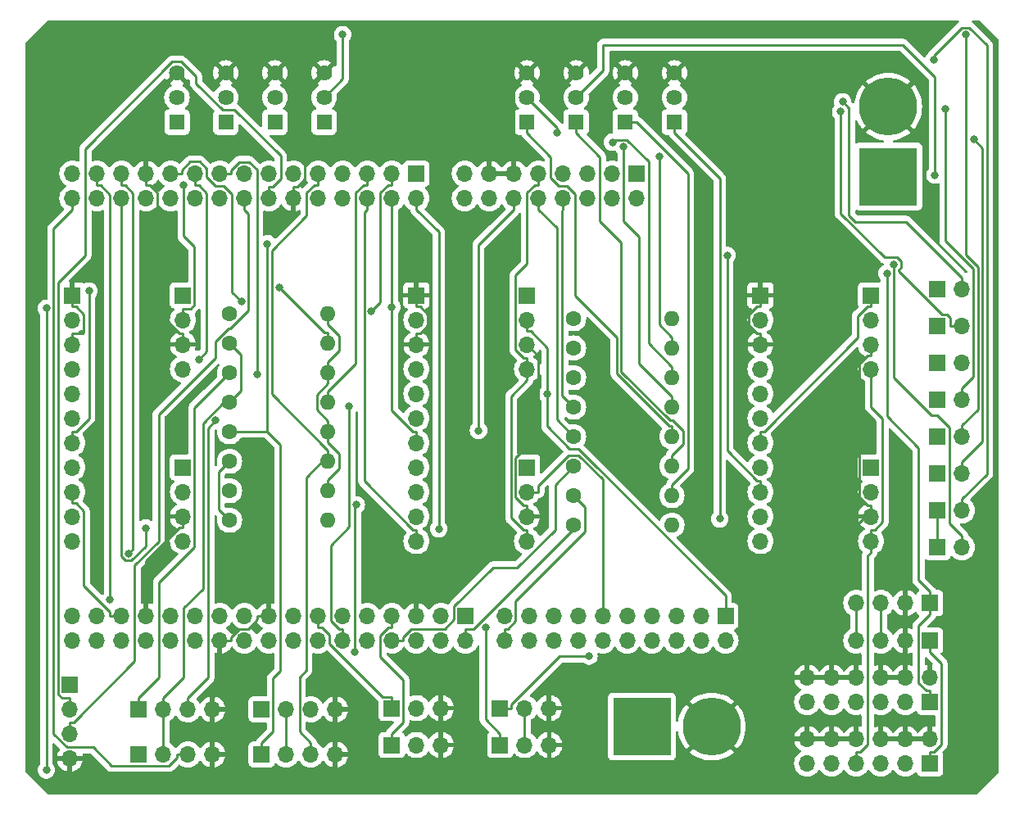
<source format=gbl>
G04 #@! TF.GenerationSoftware,KiCad,Pcbnew,8.0.3*
G04 #@! TF.CreationDate,2025-05-05T15:44:45+09:00*
G04 #@! TF.ProjectId,F767ZI_MB_V1.4,46373637-5a49-45f4-9d42-5f56312e342e,rev?*
G04 #@! TF.SameCoordinates,Original*
G04 #@! TF.FileFunction,Copper,L2,Bot*
G04 #@! TF.FilePolarity,Positive*
%FSLAX46Y46*%
G04 Gerber Fmt 4.6, Leading zero omitted, Abs format (unit mm)*
G04 Created by KiCad (PCBNEW 8.0.3) date 2025-05-05 15:44:45*
%MOMM*%
%LPD*%
G01*
G04 APERTURE LIST*
G04 #@! TA.AperFunction,ComponentPad*
%ADD10R,1.625600X1.625600*%
G04 #@! TD*
G04 #@! TA.AperFunction,ComponentPad*
%ADD11C,1.625600*%
G04 #@! TD*
G04 #@! TA.AperFunction,ComponentPad*
%ADD12R,1.700000X1.700000*%
G04 #@! TD*
G04 #@! TA.AperFunction,ComponentPad*
%ADD13O,1.700000X1.700000*%
G04 #@! TD*
G04 #@! TA.AperFunction,ComponentPad*
%ADD14C,1.600000*%
G04 #@! TD*
G04 #@! TA.AperFunction,ComponentPad*
%ADD15O,1.600000X1.600000*%
G04 #@! TD*
G04 #@! TA.AperFunction,ComponentPad*
%ADD16C,6.000000*%
G04 #@! TD*
G04 #@! TA.AperFunction,ComponentPad*
%ADD17R,6.000000X6.000000*%
G04 #@! TD*
G04 #@! TA.AperFunction,ViaPad*
%ADD18C,0.800000*%
G04 #@! TD*
G04 #@! TA.AperFunction,Conductor*
%ADD19C,0.250000*%
G04 #@! TD*
G04 APERTURE END LIST*
D10*
X130810000Y-70876000D03*
D11*
X130810000Y-68336000D03*
X130810000Y-65796000D03*
D12*
X111760000Y-131455000D03*
D13*
X114300000Y-131455000D03*
X116840000Y-131455000D03*
D12*
X168148000Y-88148000D03*
D13*
X170688000Y-88148000D03*
D10*
X89558100Y-70876000D03*
D11*
X89558100Y-68336000D03*
X89558100Y-65796000D03*
D14*
X130556000Y-91196000D03*
D15*
X140716000Y-91196000D03*
D12*
X168148000Y-99578000D03*
D13*
X170688000Y-99578000D03*
D14*
X94996000Y-93736000D03*
D15*
X105156000Y-93736000D03*
D12*
X90170000Y-88783000D03*
D13*
X90170000Y-91323000D03*
X90170000Y-93863000D03*
X90170000Y-96403000D03*
D14*
X94996000Y-105928000D03*
D15*
X105156000Y-105928000D03*
D12*
X122951000Y-135265000D03*
D13*
X125491000Y-135265000D03*
X128031000Y-135265000D03*
D14*
X130556000Y-103388000D03*
D15*
X140716000Y-103388000D03*
D12*
X161290000Y-106563000D03*
D13*
X161290000Y-109103000D03*
X161290000Y-111643000D03*
X161290000Y-114183000D03*
D12*
X168148000Y-95768000D03*
D13*
X170688000Y-95768000D03*
D12*
X168148000Y-111008000D03*
D13*
X170688000Y-111008000D03*
D14*
X94996000Y-108976000D03*
D15*
X105156000Y-108976000D03*
D14*
X130556000Y-97292000D03*
D15*
X140716000Y-97292000D03*
D10*
X94602300Y-70876000D03*
D11*
X94602300Y-68336000D03*
X94602300Y-65796000D03*
D12*
X149860000Y-88783000D03*
D13*
X149860000Y-91323000D03*
X149860000Y-93863000D03*
X149860000Y-96403000D03*
X149860000Y-98943000D03*
X149860000Y-101483000D03*
X149860000Y-104023000D03*
X149860000Y-106563000D03*
X149860000Y-109103000D03*
X149860000Y-111643000D03*
X149860000Y-114183000D03*
D12*
X168148000Y-107198000D03*
D13*
X170688000Y-107198000D03*
D12*
X168148000Y-91958000D03*
D13*
X170688000Y-91958000D03*
D10*
X135890000Y-70876000D03*
D11*
X135890000Y-68336000D03*
X135890000Y-65796000D03*
D12*
X122936000Y-131455000D03*
D13*
X125476000Y-131455000D03*
X128016000Y-131455000D03*
D14*
X130556000Y-112532000D03*
D15*
X140716000Y-112532000D03*
D12*
X167386000Y-124470000D03*
D13*
X164846000Y-124470000D03*
X162306000Y-124470000D03*
X159766000Y-124470000D03*
D10*
X125730000Y-70876000D03*
D11*
X125730000Y-68336000D03*
X125730000Y-65796000D03*
D14*
X94996000Y-90688000D03*
D15*
X105156000Y-90688000D03*
D14*
X130556000Y-100340000D03*
D15*
X140716000Y-100340000D03*
D12*
X114300000Y-88783000D03*
D13*
X114300000Y-91323000D03*
X114300000Y-93863000D03*
X114300000Y-96403000D03*
X114300000Y-98943000D03*
X114300000Y-101483000D03*
X114300000Y-104023000D03*
X114300000Y-106563000D03*
X114300000Y-109103000D03*
X114300000Y-111643000D03*
X114300000Y-114183000D03*
D12*
X168153000Y-114818000D03*
D13*
X170693000Y-114818000D03*
D12*
X85608000Y-131582000D03*
D13*
X88148000Y-131582000D03*
X90688000Y-131582000D03*
X93228000Y-131582000D03*
D12*
X167386000Y-120594000D03*
D13*
X164846000Y-120594000D03*
X162306000Y-120594000D03*
X159766000Y-120594000D03*
D16*
X144824000Y-133360000D03*
D17*
X137624000Y-133360000D03*
D14*
X94996000Y-99832000D03*
D15*
X105156000Y-99832000D03*
D12*
X98308000Y-136232000D03*
D13*
X100848000Y-136232000D03*
X103388000Y-136232000D03*
X105928000Y-136232000D03*
D16*
X163068000Y-69308000D03*
D17*
X163068000Y-76508000D03*
D12*
X125730000Y-106563000D03*
D13*
X125730000Y-109103000D03*
X125730000Y-111643000D03*
X125730000Y-114183000D03*
D12*
X161290000Y-88783000D03*
D13*
X161290000Y-91323000D03*
X161290000Y-93863000D03*
X161290000Y-96403000D03*
D12*
X90170000Y-106563000D03*
D13*
X90170000Y-109103000D03*
X90170000Y-111643000D03*
X90170000Y-114183000D03*
D12*
X167386000Y-137170000D03*
D13*
X167386000Y-134630000D03*
X164846000Y-137170000D03*
X164846000Y-134630000D03*
X162306000Y-137170000D03*
X162306000Y-134630000D03*
X159766000Y-137170000D03*
X159766000Y-134630000D03*
X157226000Y-137170000D03*
X157226000Y-134630000D03*
X154686000Y-137170000D03*
X154686000Y-134630000D03*
D12*
X167386000Y-130820000D03*
D13*
X167386000Y-128280000D03*
X164846000Y-130820000D03*
X164846000Y-128280000D03*
X162306000Y-130820000D03*
X162306000Y-128280000D03*
X159766000Y-130820000D03*
X159766000Y-128280000D03*
X157226000Y-130820000D03*
X157226000Y-128280000D03*
X154686000Y-130820000D03*
X154686000Y-128280000D03*
D14*
X94996000Y-112024000D03*
D15*
X105156000Y-112024000D03*
D14*
X94996000Y-102880000D03*
D15*
X105156000Y-102880000D03*
D14*
X94996000Y-96784000D03*
D15*
X105156000Y-96784000D03*
D14*
X130556000Y-109484000D03*
D15*
X140716000Y-109484000D03*
D12*
X85608000Y-136232000D03*
D13*
X88148000Y-136232000D03*
X90688000Y-136232000D03*
X93228000Y-136232000D03*
D12*
X168148000Y-103388000D03*
D13*
X170688000Y-103388000D03*
D12*
X111760000Y-135265000D03*
D13*
X114300000Y-135265000D03*
X116840000Y-135265000D03*
D10*
X140970000Y-70876000D03*
D11*
X140970000Y-68336000D03*
X140970000Y-65796000D03*
D14*
X130556000Y-94230000D03*
D15*
X140716000Y-94230000D03*
D12*
X78486000Y-129042000D03*
D13*
X78486000Y-131582000D03*
X78486000Y-134122000D03*
X78486000Y-136662000D03*
D14*
X130556000Y-106436000D03*
D15*
X140716000Y-106436000D03*
D10*
X99682300Y-70876000D03*
D11*
X99682300Y-68336000D03*
X99682300Y-65796000D03*
D12*
X78740000Y-88783000D03*
D13*
X78740000Y-91323000D03*
X78740000Y-93863000D03*
X78740000Y-96403000D03*
X78740000Y-98943000D03*
X78740000Y-101483000D03*
X78740000Y-104023000D03*
X78740000Y-106563000D03*
X78740000Y-109103000D03*
X78740000Y-111643000D03*
X78740000Y-114183000D03*
D10*
X104762300Y-70876000D03*
D11*
X104762300Y-68336000D03*
X104762300Y-65796000D03*
D12*
X98308000Y-131582000D03*
D13*
X100848000Y-131582000D03*
X103388000Y-131582000D03*
X105928000Y-131582000D03*
D12*
X125730000Y-88783000D03*
D13*
X125730000Y-91323000D03*
X125730000Y-93863000D03*
X125730000Y-96403000D03*
D12*
X146240000Y-121920000D03*
D13*
X146240000Y-124460000D03*
X143700000Y-121920000D03*
X143700000Y-124460000D03*
X141160000Y-121920000D03*
X141160000Y-124460000D03*
X138620000Y-121920000D03*
X138620000Y-124460000D03*
X136080000Y-121920000D03*
X136080000Y-124460000D03*
X133540000Y-121920000D03*
X133540000Y-124460000D03*
X131000000Y-121920000D03*
X131000000Y-124460000D03*
X128460000Y-121920000D03*
X128460000Y-124460000D03*
X125920000Y-121920000D03*
X125920000Y-124460000D03*
X123380000Y-121920000D03*
X123380000Y-124460000D03*
D12*
X119380000Y-121920000D03*
D13*
X119380000Y-124460000D03*
X116840000Y-121920000D03*
X116840000Y-124460000D03*
X114300000Y-121920000D03*
X114300000Y-124460000D03*
X111760000Y-121920000D03*
X111760000Y-124460000D03*
X109220000Y-121920000D03*
X109220000Y-124460000D03*
X106680000Y-121920000D03*
X106680000Y-124460000D03*
X104140000Y-121920000D03*
X104140000Y-124460000D03*
X101600000Y-121920000D03*
X101600000Y-124460000D03*
X99060000Y-121920000D03*
X99060000Y-124460000D03*
X96520000Y-121920000D03*
X96520000Y-124460000D03*
X93980000Y-121920000D03*
X93980000Y-124460000D03*
X91440000Y-121920000D03*
X91440000Y-124460000D03*
X88900000Y-121920000D03*
X88900000Y-124460000D03*
X86360000Y-121920000D03*
X86360000Y-124460000D03*
X83820000Y-121920000D03*
X83820000Y-124460000D03*
X81280000Y-121920000D03*
X81280000Y-124460000D03*
X78740000Y-121920000D03*
X78740000Y-124460000D03*
D12*
X137080000Y-76200000D03*
D13*
X137080000Y-78740000D03*
X134540000Y-76200000D03*
X134540000Y-78740000D03*
X132000000Y-76200000D03*
X132000000Y-78740000D03*
X129460000Y-76200000D03*
X129460000Y-78740000D03*
X126920000Y-76200000D03*
X126920000Y-78740000D03*
X124380000Y-76200000D03*
X124380000Y-78740000D03*
X121840000Y-76200000D03*
X121840000Y-78740000D03*
X119300000Y-76200000D03*
X119300000Y-78740000D03*
D12*
X114300000Y-76200000D03*
D13*
X114300000Y-78740000D03*
X111760000Y-76200000D03*
X111760000Y-78740000D03*
X109220000Y-76200000D03*
X109220000Y-78740000D03*
X106680000Y-76200000D03*
X106680000Y-78740000D03*
X104140000Y-76200000D03*
X104140000Y-78740000D03*
X101600000Y-76200000D03*
X101600000Y-78740000D03*
X99060000Y-76200000D03*
X99060000Y-78740000D03*
X96520000Y-76200000D03*
X96520000Y-78740000D03*
X93980000Y-76200000D03*
X93980000Y-78740000D03*
X91440000Y-76200000D03*
X91440000Y-78740000D03*
X88900000Y-76200000D03*
X88900000Y-78740000D03*
X86360000Y-76200000D03*
X86360000Y-78740000D03*
X83820000Y-76200000D03*
X83820000Y-78740000D03*
X81280000Y-76200000D03*
X81280000Y-78740000D03*
X78740000Y-76200000D03*
X78740000Y-78740000D03*
D18*
X108201700Y-129448400D03*
X74673700Y-136052400D03*
X101851700Y-72298400D03*
X147571700Y-102778400D03*
X145031700Y-71028400D03*
X113281700Y-63408400D03*
X118361700Y-60868400D03*
X74673700Y-126908400D03*
X172971700Y-119288400D03*
X172971700Y-114208400D03*
X89151700Y-62138400D03*
X112011700Y-139608400D03*
X104391700Y-139608400D03*
X132331700Y-134528400D03*
X95501700Y-134528400D03*
X81531700Y-83728400D03*
X143761700Y-104048400D03*
X138681700Y-60868400D03*
X155699700Y-82712400D03*
X155699700Y-75854400D03*
X119631700Y-134528400D03*
X100581700Y-62138400D03*
X172971700Y-126908400D03*
X132331700Y-98968400D03*
X96771700Y-68488400D03*
X118361700Y-83728400D03*
X150111700Y-126908400D03*
X89151700Y-84998400D03*
X164081700Y-116748400D03*
X76451700Y-68488400D03*
X164081700Y-104048400D03*
X143761700Y-93888400D03*
X86611700Y-105318400D03*
X99311700Y-81188400D03*
X150111700Y-137068400D03*
X152651700Y-121828400D03*
X166875700Y-62900400D03*
X153921700Y-60868400D03*
X172971700Y-137068400D03*
X74927700Y-104302400D03*
X78991700Y-139608400D03*
X86611700Y-96428400D03*
X81531700Y-63408400D03*
X143761700Y-77378400D03*
X156461700Y-98968400D03*
X84071700Y-72298400D03*
X74927700Y-116240400D03*
X113281700Y-82458400D03*
X156461700Y-112938400D03*
X147571700Y-96428400D03*
X108201700Y-134528400D03*
X81531700Y-105318400D03*
X137411700Y-106588400D03*
X157731700Y-91348400D03*
X96771700Y-128178400D03*
X89151700Y-101508400D03*
X90421700Y-139608400D03*
X81531700Y-96428400D03*
X123441700Y-83728400D03*
X122171700Y-105318400D03*
X162916900Y-86515700D03*
X82638700Y-120217500D03*
X84517700Y-115470700D03*
X76056300Y-137850000D03*
X109644600Y-90399700D03*
X76056300Y-90136100D03*
X100145700Y-87977500D03*
X97817900Y-96961300D03*
X93560000Y-101732500D03*
X98896300Y-83459600D03*
X108095900Y-110447100D03*
X107950000Y-125636700D03*
X86331800Y-112841300D03*
X121460200Y-123096700D03*
X107369200Y-100264500D03*
X146412200Y-84651000D03*
X120718900Y-102753000D03*
X80470900Y-88339000D03*
X132132500Y-126091200D03*
X127817200Y-98989800D03*
X96208200Y-89451100D03*
X91838700Y-95386500D03*
X111760000Y-89990600D03*
X116609300Y-112912900D03*
X90223900Y-77416300D03*
X139441800Y-74411500D03*
X134565600Y-72959500D03*
X135726100Y-73444700D03*
X145653300Y-111887600D03*
X163670000Y-85589500D03*
X167796100Y-64440800D03*
X171907500Y-72685900D03*
X106675200Y-61836000D03*
X171045500Y-61837600D03*
X128828100Y-72015500D03*
X169009600Y-69491800D03*
X167891700Y-76362400D03*
X158149800Y-69796900D03*
X158357400Y-68790200D03*
D19*
X149492200Y-92686300D02*
X148683300Y-91877400D01*
X101600000Y-77563300D02*
X101967800Y-77563300D01*
X161290000Y-93863000D02*
X161290000Y-95039700D01*
X87536700Y-90420700D02*
X89802300Y-92686300D01*
X124553300Y-105577600D02*
X126906600Y-103224300D01*
X149860000Y-92686300D02*
X149492200Y-92686300D01*
X97883300Y-121920000D02*
X97883300Y-122287800D01*
X93980000Y-129653300D02*
X93228000Y-130405300D01*
X78740000Y-93863000D02*
X78740000Y-92686300D01*
X148683300Y-91877400D02*
X148683300Y-90768600D01*
X125730000Y-111643000D02*
X125730000Y-110466300D01*
X126906700Y-103224300D02*
X126906700Y-95039700D01*
X90170000Y-93863000D02*
X90170000Y-92686300D01*
X86360000Y-120743300D02*
X86360000Y-116264100D01*
X89802300Y-92686300D02*
X90170000Y-92686300D01*
X115476700Y-91877300D02*
X115476700Y-90768600D01*
X86360000Y-77376700D02*
X86727800Y-77376700D01*
X124380000Y-67146000D02*
X124380000Y-76200000D01*
X79848800Y-92686300D02*
X79916700Y-92618400D01*
X93228000Y-131582000D02*
X93228000Y-130405300D01*
X93228000Y-136232000D02*
X93228000Y-131582000D01*
X161290000Y-111054600D02*
X161290000Y-110466300D01*
X148683300Y-90768600D02*
X149492200Y-89959700D01*
X125730000Y-65796000D02*
X124380000Y-67146000D01*
X86360000Y-121920000D02*
X86360000Y-120743300D01*
X114300000Y-88783000D02*
X114300000Y-89959700D01*
X161290000Y-111054600D02*
X157226000Y-115118600D01*
X164846000Y-124470000D02*
X164846000Y-128280000D01*
X149860000Y-88783000D02*
X149860000Y-89959700D01*
X149492200Y-89959700D02*
X149860000Y-89959700D01*
X125730000Y-110466300D02*
X125362200Y-110466300D01*
X97883300Y-122287800D02*
X96887800Y-123283300D01*
X114667700Y-92686300D02*
X115476700Y-91877300D01*
X160922200Y-110466300D02*
X161290000Y-110466300D01*
X157226000Y-115118600D02*
X157226000Y-128280000D01*
X126906700Y-95039700D02*
X125730000Y-93863000D01*
X89558100Y-65796000D02*
X86360000Y-68994100D01*
X96887800Y-123283300D02*
X95965600Y-123283300D01*
X149860000Y-93863000D02*
X149860000Y-92686300D01*
X95965600Y-123283300D02*
X95156700Y-124092200D01*
X114300000Y-92686300D02*
X114667700Y-92686300D01*
X161290000Y-95039700D02*
X160922300Y-95039700D01*
X164846000Y-120594000D02*
X164846000Y-124470000D01*
X90170000Y-111643000D02*
X90170000Y-112819700D01*
X114300000Y-93863000D02*
X114300000Y-92686300D01*
X115476700Y-90768600D02*
X114667800Y-89959700D01*
X101967800Y-77563300D02*
X102776700Y-76754400D01*
X160113300Y-95848700D02*
X160113300Y-109657400D01*
X99060000Y-121920000D02*
X97883300Y-121920000D01*
X79107800Y-89959700D02*
X78740000Y-89959700D01*
X86360000Y-68994100D02*
X86360000Y-76200000D01*
X93980000Y-124460000D02*
X93980000Y-129653300D01*
X78740000Y-89959700D02*
X78740000Y-88783000D01*
X161290000Y-111643000D02*
X161290000Y-111054600D01*
X93980000Y-124460000D02*
X95156700Y-124460000D01*
X95156700Y-124092200D02*
X95156700Y-124460000D01*
X86360000Y-116264100D02*
X89804400Y-112819700D01*
X160113300Y-109657400D02*
X160922200Y-110466300D01*
X86727800Y-77376700D02*
X87536700Y-78185600D01*
X86360000Y-76200000D02*
X86360000Y-77376700D01*
X160922300Y-95039700D02*
X160113300Y-95848700D01*
X102776700Y-76754400D02*
X102776700Y-67781600D01*
X78740000Y-92686300D02*
X79848800Y-92686300D01*
X114667800Y-89959700D02*
X114300000Y-89959700D01*
X124553300Y-109657400D02*
X124553300Y-105577600D01*
X89804400Y-112819700D02*
X90170000Y-112819700D01*
X79916700Y-90768600D02*
X79107800Y-89959700D01*
X101600000Y-78740000D02*
X101600000Y-77563300D01*
X87536700Y-78185600D02*
X87536700Y-90420700D01*
X102776700Y-67781600D02*
X104762300Y-65796000D01*
X125362200Y-110466300D02*
X124553300Y-109657400D01*
X126906600Y-103224300D02*
X126906700Y-103224300D01*
X105928000Y-131582000D02*
X105928000Y-136232000D01*
X79916700Y-92618400D02*
X79916700Y-90768600D01*
X162916900Y-101298200D02*
X162916900Y-86515700D01*
X167018300Y-129643300D02*
X166209300Y-128834300D01*
X167386000Y-119417300D02*
X166209300Y-118240600D01*
X167386000Y-130820000D02*
X167386000Y-129643300D01*
X167386000Y-120594000D02*
X167386000Y-119417300D01*
X166209300Y-128834300D02*
X166209300Y-122947400D01*
X167386000Y-129643300D02*
X167018300Y-129643300D01*
X166209300Y-104590600D02*
X162916900Y-101298200D01*
X166209300Y-122947400D02*
X167386000Y-121770700D01*
X166209300Y-118240600D02*
X166209300Y-104590600D01*
X167386000Y-120594000D02*
X167386000Y-121770700D01*
X160942700Y-115707000D02*
X161290000Y-115359700D01*
X105156000Y-104006700D02*
X106282700Y-105133400D01*
X167386000Y-124470000D02*
X167386000Y-125646700D01*
X125362200Y-95226300D02*
X125730000Y-95226300D01*
X100848000Y-136232000D02*
X100848000Y-131582000D01*
X105156000Y-102880000D02*
X105156000Y-104006700D01*
X104029300Y-100626600D02*
X105156000Y-101753300D01*
X126920000Y-77376700D02*
X126552200Y-77376700D01*
X105156000Y-90688000D02*
X105156000Y-91814700D01*
X105156000Y-96784000D02*
X105156000Y-95657300D01*
X106282700Y-94530600D02*
X106282700Y-92941400D01*
X162466700Y-112197400D02*
X161657800Y-113006300D01*
X124553300Y-86707200D02*
X124553300Y-94417400D01*
X167386000Y-135993300D02*
X167753700Y-135993300D01*
X162466700Y-101486800D02*
X162466700Y-112197400D01*
X106282700Y-92941400D02*
X105156000Y-91814700D01*
X94412400Y-99832000D02*
X92237500Y-102006900D01*
X161290000Y-114183000D02*
X161290000Y-115359700D01*
X160133800Y-135993300D02*
X160942700Y-135184400D01*
X93863300Y-107060700D02*
X93863300Y-110891300D01*
X168562700Y-135184300D02*
X168562700Y-126823400D01*
X126920000Y-76200000D02*
X126920000Y-77376700D01*
X105156000Y-95657300D02*
X106282700Y-94530600D01*
X161290000Y-97579700D02*
X161290000Y-100310100D01*
X159766000Y-135993300D02*
X160133800Y-135993300D01*
X125730000Y-96403000D02*
X125730000Y-95226300D01*
X167386000Y-137170000D02*
X167386000Y-135993300D01*
X92237500Y-119092900D02*
X90239300Y-121091100D01*
X124101600Y-111755300D02*
X125352600Y-113006300D01*
X125743300Y-85517200D02*
X124553300Y-86707200D01*
X104029300Y-99037400D02*
X104029300Y-100626600D01*
X106282700Y-105133400D02*
X106282700Y-106722600D01*
X90239300Y-128314000D02*
X88148000Y-130405300D01*
X124553300Y-94417400D02*
X125362200Y-95226300D01*
X94996000Y-105928000D02*
X93863300Y-107060700D01*
X105156000Y-102880000D02*
X105156000Y-101753300D01*
X125730000Y-96403000D02*
X125730000Y-97579700D01*
X125730000Y-97579700D02*
X124101600Y-99208100D01*
X124101600Y-99208100D02*
X124101600Y-111755300D01*
X125730000Y-114183000D02*
X125730000Y-113006300D01*
X161290000Y-114183000D02*
X161290000Y-113006300D01*
X161657800Y-113006300D02*
X161290000Y-113006300D01*
X94996000Y-93736000D02*
X96142400Y-94882400D01*
X88148000Y-131582000D02*
X88148000Y-130405300D01*
X93863300Y-110891300D02*
X94996000Y-112024000D01*
X106282700Y-106722600D02*
X105156000Y-107849300D01*
X90239300Y-121091100D02*
X90239300Y-128314000D01*
X167753700Y-135993300D02*
X168562700Y-135184300D01*
X105156000Y-96784000D02*
X105156000Y-97910700D01*
X105156000Y-97910700D02*
X104029300Y-99037400D01*
X161290000Y-100310100D02*
X162466700Y-101486800D01*
X96142400Y-98685600D02*
X94996000Y-99832000D01*
X161290000Y-96403000D02*
X161290000Y-97579700D01*
X88148000Y-136232000D02*
X88148000Y-131582000D01*
X92237500Y-102006900D02*
X92237500Y-119092900D01*
X96142400Y-94882400D02*
X96142400Y-98685600D01*
X125743300Y-78185600D02*
X125743300Y-85517200D01*
X94996000Y-99832000D02*
X94412400Y-99832000D01*
X168562700Y-126823400D02*
X167386000Y-125646700D01*
X160942700Y-135184400D02*
X160942700Y-115707000D01*
X159766000Y-137170000D02*
X159766000Y-135993300D01*
X126552200Y-77376700D02*
X125743300Y-78185600D01*
X105156000Y-108976000D02*
X105156000Y-107849300D01*
X125352600Y-113006300D02*
X125730000Y-113006300D01*
X81280000Y-76200000D02*
X81280000Y-77376700D01*
X159766000Y-120594000D02*
X159766000Y-124470000D01*
X82638700Y-78367600D02*
X82638700Y-120217500D01*
X81647800Y-77376700D02*
X82638700Y-78367600D01*
X81280000Y-77376700D02*
X81647800Y-77376700D01*
X162306000Y-120594000D02*
X162306000Y-124470000D01*
X85010000Y-114978400D02*
X84517700Y-115470700D01*
X85010000Y-78198900D02*
X85010000Y-114978400D01*
X84187800Y-77376700D02*
X85010000Y-78198900D01*
X83820000Y-77376700D02*
X84187800Y-77376700D01*
X83820000Y-76200000D02*
X83820000Y-77376700D01*
X111392200Y-77376700D02*
X110583300Y-78185600D01*
X111760000Y-76200000D02*
X111760000Y-77376700D01*
X76056300Y-90136100D02*
X76056300Y-137850000D01*
X111760000Y-77376700D02*
X111392200Y-77376700D01*
X110583300Y-89461000D02*
X109644600Y-90399700D01*
X110583300Y-78185600D02*
X110583300Y-89461000D01*
X80878200Y-135485300D02*
X82819100Y-137426200D01*
X90688000Y-136232000D02*
X89511300Y-136232000D01*
X78740000Y-79916700D02*
X76806300Y-81850400D01*
X105156000Y-93736000D02*
X105156000Y-92609300D01*
X104777500Y-92609300D02*
X100145700Y-87977500D01*
X105156000Y-92609300D02*
X104777500Y-92609300D01*
X76806300Y-81850400D02*
X76806300Y-134120100D01*
X78740000Y-78740000D02*
X78740000Y-79916700D01*
X76806300Y-134120100D02*
X78171500Y-135485300D01*
X82819100Y-137426200D02*
X88682900Y-137426200D01*
X88682900Y-137426200D02*
X89511300Y-136597800D01*
X78171500Y-135485300D02*
X80878200Y-135485300D01*
X89511300Y-136597800D02*
X89511300Y-136232000D01*
X85608000Y-131582000D02*
X85608000Y-130405300D01*
X95156700Y-75832300D02*
X95993700Y-74995300D01*
X91346800Y-114819600D02*
X87709600Y-118456800D01*
X96996400Y-74995300D02*
X97817900Y-75816800D01*
X91346800Y-100433200D02*
X91346800Y-114819600D01*
X95993700Y-74995300D02*
X96996400Y-74995300D01*
X97817900Y-75816800D02*
X97817900Y-96961300D01*
X94996000Y-96784000D02*
X91346800Y-100433200D01*
X95156700Y-76200000D02*
X95156700Y-75832300D01*
X93980000Y-76200000D02*
X95156700Y-76200000D01*
X87709600Y-118456800D02*
X87709600Y-128303700D01*
X87709600Y-128303700D02*
X85608000Y-130405300D01*
X109220000Y-76200000D02*
X109220000Y-77376700D01*
X92783900Y-128309400D02*
X92783900Y-102508600D01*
X105156000Y-99832000D02*
X105156000Y-98705300D01*
X90688000Y-131582000D02*
X90688000Y-130405300D01*
X109220000Y-77376700D02*
X108852200Y-77376700D01*
X92783900Y-102508600D02*
X93560000Y-101732500D01*
X90688000Y-130405300D02*
X92783900Y-128309400D01*
X108852200Y-77376700D02*
X108043300Y-78185600D01*
X108043300Y-95818000D02*
X105156000Y-98705300D01*
X108043300Y-78185600D02*
X108043300Y-95818000D01*
X103388000Y-136232000D02*
X103388000Y-135055300D01*
X99379900Y-99025200D02*
X99379900Y-84135500D01*
X104140000Y-76200000D02*
X104140000Y-77376700D01*
X102963300Y-78185600D02*
X103772200Y-77376700D01*
X105156000Y-105364600D02*
X105156000Y-104801300D01*
X99379900Y-84135500D02*
X102963300Y-80552100D01*
X105156000Y-105364600D02*
X102919900Y-107600700D01*
X102919900Y-107600700D02*
X102919900Y-127536500D01*
X102211300Y-133878600D02*
X103388000Y-135055300D01*
X102919900Y-127536500D02*
X102211300Y-128245100D01*
X102963300Y-80552100D02*
X102963300Y-78185600D01*
X105156000Y-104801300D02*
X99379900Y-99025200D01*
X103772200Y-77376700D02*
X104140000Y-77376700D01*
X102211300Y-128245100D02*
X102211300Y-133878600D01*
X105156000Y-105928000D02*
X105156000Y-105364600D01*
X100244600Y-127614300D02*
X100244600Y-104228300D01*
X98308000Y-135055300D02*
X99484700Y-133878600D01*
X98308000Y-136232000D02*
X98308000Y-135055300D01*
X99484700Y-128374200D02*
X100244600Y-127614300D01*
X99484700Y-133878600D02*
X99484700Y-128374200D01*
X98896300Y-102880000D02*
X98896300Y-83459600D01*
X100244600Y-104228300D02*
X98896300Y-102880000D01*
X98896300Y-102880000D02*
X94996000Y-102880000D01*
X107950000Y-125636700D02*
X107950000Y-110593000D01*
X107950000Y-110593000D02*
X108095900Y-110447100D01*
X86331800Y-114724400D02*
X84844700Y-116211500D01*
X84844700Y-116211500D02*
X84230900Y-116211500D01*
X83820000Y-78740000D02*
X83820000Y-79916700D01*
X84230900Y-116211500D02*
X83791000Y-115771600D01*
X83791000Y-115771600D02*
X83791000Y-79945700D01*
X83791000Y-79945700D02*
X83820000Y-79916700D01*
X86331800Y-112841300D02*
X86331800Y-114724400D01*
X122951000Y-135265000D02*
X122951000Y-134088300D01*
X121460200Y-132597500D02*
X121460200Y-123096700D01*
X122951000Y-134088300D02*
X121460200Y-132597500D01*
X105316700Y-124781900D02*
X110813100Y-130278300D01*
X104140000Y-121920000D02*
X104140000Y-123096700D01*
X105316700Y-123905600D02*
X105316700Y-124781900D01*
X110813100Y-130278300D02*
X111760000Y-130278300D01*
X111760000Y-131455000D02*
X111760000Y-130278300D01*
X104507800Y-123096700D02*
X105316700Y-123905600D01*
X104140000Y-123096700D02*
X104507800Y-123096700D01*
X119380000Y-124460000D02*
X119380000Y-123283300D01*
X120203000Y-123283300D02*
X130556000Y-112930300D01*
X130556000Y-112930300D02*
X130556000Y-112532000D01*
X119380000Y-123283300D02*
X120203000Y-123283300D01*
X105489400Y-122460400D02*
X105489400Y-114608300D01*
X106312300Y-123283300D02*
X105489400Y-122460400D01*
X106680000Y-123283300D02*
X106312300Y-123283300D01*
X105489400Y-114608300D02*
X107369200Y-112728500D01*
X106680000Y-124460000D02*
X106680000Y-123283300D01*
X107369200Y-112728500D02*
X107369200Y-100264500D01*
X111760000Y-124460000D02*
X112936700Y-124460000D01*
X117209700Y-123283300D02*
X113745600Y-123283300D01*
X118203300Y-122289700D02*
X117209700Y-123283300D01*
X124724700Y-116906800D02*
X122231100Y-116906800D01*
X128633200Y-112998300D02*
X124724700Y-116906800D01*
X112936700Y-124092200D02*
X112936700Y-124460000D01*
X122231100Y-116906800D02*
X118203300Y-120934600D01*
X130556000Y-106436000D02*
X128633200Y-108358800D01*
X113745600Y-123283300D02*
X112936700Y-124092200D01*
X128633200Y-108358800D02*
X128633200Y-112998300D01*
X118203300Y-120934600D02*
X118203300Y-122289700D01*
X82643300Y-121517000D02*
X82643300Y-121920000D01*
X83820000Y-121920000D02*
X82643300Y-121920000D01*
X79107800Y-110279700D02*
X79916700Y-111088600D01*
X79916700Y-111088600D02*
X79916700Y-118790400D01*
X78740000Y-109103000D02*
X78740000Y-110279700D01*
X78740000Y-110279700D02*
X79107800Y-110279700D01*
X79916700Y-118790400D02*
X82643300Y-121517000D01*
X112936700Y-132911600D02*
X111760000Y-134088300D01*
X112936700Y-128547600D02*
X112936700Y-132911600D01*
X111392300Y-123096700D02*
X110569400Y-123919600D01*
X111760000Y-135265000D02*
X111760000Y-134088300D01*
X110569400Y-123919600D02*
X110569400Y-126180300D01*
X110569400Y-126180300D02*
X112936700Y-128547600D01*
X111760000Y-123096700D02*
X111392300Y-123096700D01*
X111760000Y-121920000D02*
X111760000Y-123096700D01*
X149492300Y-107926300D02*
X146412200Y-104846200D01*
X146412200Y-104846200D02*
X146412200Y-84651000D01*
X149860000Y-107926300D02*
X149492300Y-107926300D01*
X149860000Y-109103000D02*
X149860000Y-107926300D01*
X124380000Y-78740000D02*
X124380000Y-79916700D01*
X120718900Y-83577800D02*
X120718900Y-102753000D01*
X124380000Y-79916700D02*
X120718900Y-83577800D01*
X129460000Y-78740000D02*
X129460000Y-79916700D01*
X129360500Y-80016200D02*
X129460000Y-79916700D01*
X129360500Y-99144500D02*
X129360500Y-80016200D01*
X130556000Y-100340000D02*
X129360500Y-99144500D01*
X79107700Y-102846300D02*
X80470900Y-101483100D01*
X78740000Y-104023000D02*
X78740000Y-102846300D01*
X80470900Y-101483100D02*
X80470900Y-88339000D01*
X78740000Y-102846300D02*
X79107700Y-102846300D01*
X161290000Y-89959700D02*
X160922200Y-89959700D01*
X149860000Y-104023000D02*
X149860000Y-102846300D01*
X161290000Y-88783000D02*
X161290000Y-89959700D01*
X159926200Y-90955700D02*
X159926200Y-93147900D01*
X160922200Y-89959700D02*
X159926200Y-90955700D01*
X159926200Y-93147900D02*
X150227800Y-102846300D01*
X150227800Y-102846300D02*
X149860000Y-102846300D01*
X130556000Y-103388000D02*
X128803200Y-101635200D01*
X128803100Y-81799800D02*
X126920000Y-79916700D01*
X128803200Y-101635200D02*
X128803200Y-81799800D01*
X128803200Y-81799800D02*
X128803100Y-81799800D01*
X126920000Y-78740000D02*
X126920000Y-79916700D01*
X124556700Y-120368600D02*
X124556700Y-122474400D01*
X131722600Y-110650600D02*
X131722600Y-113202700D01*
X130556000Y-109484000D02*
X131722600Y-110650600D01*
X123380000Y-124460000D02*
X123380000Y-123283300D01*
X131722600Y-113202700D02*
X124556700Y-120368600D01*
X124556700Y-122474400D02*
X123747800Y-123283300D01*
X123747800Y-123283300D02*
X123380000Y-123283300D01*
X129108800Y-126091200D02*
X132132500Y-126091200D01*
X122936000Y-131455000D02*
X124112700Y-131455000D01*
X124112700Y-131455000D02*
X124112700Y-131087300D01*
X124112700Y-131087300D02*
X129108800Y-126091200D01*
X127817200Y-98989800D02*
X127817200Y-94219100D01*
X146240000Y-119822000D02*
X131045900Y-104627900D01*
X146240000Y-121920000D02*
X146240000Y-119822000D01*
X126097800Y-92499700D02*
X125730000Y-92499700D01*
X131045900Y-104627900D02*
X130137400Y-104627900D01*
X125730000Y-91323000D02*
X125730000Y-92499700D01*
X127817200Y-94219100D02*
X126097800Y-92499700D01*
X130137400Y-104627900D02*
X127817200Y-102307700D01*
X127817200Y-102307700D02*
X127817200Y-98989800D01*
X131053900Y-105301900D02*
X133540000Y-107788000D01*
X126906700Y-108441100D02*
X130045900Y-105301900D01*
X125730000Y-109103000D02*
X126906700Y-109103000D01*
X133540000Y-107788000D02*
X133540000Y-121920000D01*
X126906700Y-109103000D02*
X126906700Y-108441100D01*
X130045900Y-105301900D02*
X131053900Y-105301900D01*
X125476000Y-132631700D02*
X125491000Y-132646700D01*
X125476000Y-131455000D02*
X125476000Y-132631700D01*
X125491000Y-132646700D02*
X125491000Y-135265000D01*
X90076700Y-75832300D02*
X90946000Y-74963000D01*
X95250000Y-78309200D02*
X95250000Y-88492900D01*
X92632200Y-75675900D02*
X92632200Y-76531100D01*
X90946000Y-74963000D02*
X91919300Y-74963000D01*
X92632200Y-76531100D02*
X93571100Y-77470000D01*
X94410800Y-77470000D02*
X95250000Y-78309200D01*
X95250000Y-88492900D02*
X96208200Y-89451100D01*
X88900000Y-76200000D02*
X90076700Y-76200000D01*
X91919300Y-74963000D02*
X92632200Y-75675900D01*
X93571100Y-77470000D02*
X94410800Y-77470000D01*
X90076700Y-76200000D02*
X90076700Y-75832300D01*
X91440000Y-76200000D02*
X91440000Y-77376700D01*
X91807700Y-77376700D02*
X92632400Y-78201400D01*
X91440000Y-77376700D02*
X91807700Y-77376700D01*
X92632400Y-78201400D02*
X92632400Y-94592800D01*
X92632400Y-94592800D02*
X91838700Y-95386500D01*
X111760000Y-100674000D02*
X111760000Y-89990600D01*
X111760000Y-89990600D02*
X111760000Y-78740000D01*
X113932300Y-102846300D02*
X111760000Y-100674000D01*
X114300000Y-104023000D02*
X114300000Y-102846300D01*
X114300000Y-102846300D02*
X113932300Y-102846300D01*
X80085700Y-73632900D02*
X80085700Y-84654900D01*
X77309300Y-130037600D02*
X77677000Y-130405300D01*
X91523700Y-66872000D02*
X91523700Y-66147800D01*
X78486000Y-131582000D02*
X78486000Y-130405300D01*
X99060000Y-77563300D02*
X99427700Y-77563300D01*
X99427700Y-77563300D02*
X100270000Y-76721000D01*
X95492400Y-69606000D02*
X94257700Y-69606000D01*
X99060000Y-78740000D02*
X99060000Y-77563300D01*
X91523700Y-66147800D02*
X90017500Y-64641600D01*
X77309300Y-87431300D02*
X77309300Y-130037600D01*
X77677000Y-130405300D02*
X78486000Y-130405300D01*
X100270000Y-74383600D02*
X95492400Y-69606000D01*
X100270000Y-76721000D02*
X100270000Y-74383600D01*
X90017500Y-64641600D02*
X89077000Y-64641600D01*
X89077000Y-64641600D02*
X80085700Y-73632900D01*
X94257700Y-69606000D02*
X91523700Y-66872000D01*
X80085700Y-84654900D02*
X77309300Y-87431300D01*
X168148000Y-111008000D02*
X168148000Y-112184700D01*
X168148000Y-112184700D02*
X168153000Y-112189700D01*
X168153000Y-112189700D02*
X168153000Y-114818000D01*
X114300000Y-79916700D02*
X116609300Y-82226000D01*
X114300000Y-78740000D02*
X114300000Y-79916700D01*
X116609300Y-82226000D02*
X116609300Y-112912900D01*
X94868000Y-92212000D02*
X95081500Y-92212000D01*
X87679400Y-101062000D02*
X93502200Y-95239200D01*
X85183300Y-116700700D02*
X87679400Y-114204600D01*
X87679400Y-114204600D02*
X87679400Y-101062000D01*
X93502200Y-93577800D02*
X94868000Y-92212000D01*
X96952700Y-80349400D02*
X96520000Y-79916700D01*
X78486000Y-132945300D02*
X78853700Y-132945300D01*
X96520000Y-78740000D02*
X96520000Y-79916700D01*
X85183300Y-126615700D02*
X85183300Y-116700700D01*
X96952700Y-90340800D02*
X96952700Y-80349400D01*
X93502200Y-95239200D02*
X93502200Y-93577800D01*
X95081500Y-92212000D02*
X96952700Y-90340800D01*
X78853700Y-132945300D02*
X85183300Y-126615700D01*
X78486000Y-134122000D02*
X78486000Y-132945300D01*
X130730000Y-88848700D02*
X134988100Y-93106800D01*
X128190000Y-76630800D02*
X129029200Y-77470000D01*
X125730000Y-72015500D02*
X128190000Y-74475500D01*
X134988100Y-96852800D02*
X140396600Y-102261300D01*
X125730000Y-70876000D02*
X125730000Y-72015500D01*
X140396600Y-102261300D02*
X140716000Y-102261300D01*
X129890800Y-77470000D02*
X130730000Y-78309200D01*
X134988100Y-93106800D02*
X134988100Y-96852800D01*
X128190000Y-74475500D02*
X128190000Y-76630800D01*
X140716000Y-103388000D02*
X140716000Y-102261300D01*
X129029200Y-77470000D02*
X129890800Y-77470000D01*
X130730000Y-78309200D02*
X130730000Y-88848700D01*
X109220000Y-78740000D02*
X109220000Y-79916700D01*
X108917900Y-107991900D02*
X113932300Y-113006300D01*
X109220000Y-79916700D02*
X108917900Y-80218800D01*
X113932300Y-113006300D02*
X114300000Y-113006300D01*
X108917900Y-80218800D02*
X108917900Y-107991900D01*
X114300000Y-114183000D02*
X114300000Y-113006300D01*
X90170000Y-90146300D02*
X90979000Y-90146300D01*
X90979000Y-90146300D02*
X91346700Y-89778600D01*
X91346700Y-83763000D02*
X90223900Y-82640200D01*
X90170000Y-91323000D02*
X90170000Y-90146300D01*
X91346700Y-89778600D02*
X91346700Y-83763000D01*
X90223900Y-82640200D02*
X90223900Y-77416300D01*
X140716000Y-93103300D02*
X139441800Y-91829100D01*
X140716000Y-94230000D02*
X140716000Y-93103300D01*
X139441800Y-91829100D02*
X139441800Y-74411500D01*
X135439800Y-96660800D02*
X135439800Y-83295000D01*
X140816200Y-101713000D02*
X140492000Y-101713000D01*
X130810000Y-70876000D02*
X130810000Y-72015500D01*
X133270000Y-81125200D02*
X133270000Y-74475500D01*
X141899800Y-102796600D02*
X140816200Y-101713000D01*
X140716000Y-105309300D02*
X141899800Y-104125500D01*
X140492000Y-101713000D02*
X135439800Y-96660800D01*
X141899800Y-104125500D02*
X141899800Y-102796600D01*
X135439800Y-83295000D02*
X133270000Y-81125200D01*
X140716000Y-106436000D02*
X140716000Y-105309300D01*
X133270000Y-74475500D02*
X130810000Y-72015500D01*
X140716000Y-96165300D02*
X138307900Y-93757200D01*
X138307900Y-74953700D02*
X136072100Y-72717900D01*
X136072100Y-72717900D02*
X134807200Y-72717900D01*
X138307900Y-93757200D02*
X138307900Y-74953700D01*
X140716000Y-97292000D02*
X140716000Y-96165300D01*
X134807200Y-72717900D02*
X134565600Y-72959500D01*
X140716000Y-109484000D02*
X140716000Y-108357300D01*
X140716000Y-108357300D02*
X142351500Y-106721800D01*
X142351500Y-76198000D02*
X137029500Y-70876000D01*
X135890000Y-70876000D02*
X137029500Y-70876000D01*
X142351500Y-106721800D02*
X142351500Y-76198000D01*
X137327300Y-82741900D02*
X135726100Y-81140700D01*
X137327300Y-95824600D02*
X137327300Y-82741900D01*
X135726100Y-81140700D02*
X135726100Y-73444700D01*
X140716000Y-100340000D02*
X140716000Y-99213300D01*
X140716000Y-99213300D02*
X137327300Y-95824600D01*
X140970000Y-70876000D02*
X140970000Y-72015500D01*
X140970000Y-72015500D02*
X145653300Y-76698800D01*
X145653300Y-76698800D02*
X145653300Y-111887600D01*
X167559600Y-101206400D02*
X163670000Y-97316800D01*
X170693000Y-114818000D02*
X170693000Y-113641300D01*
X163670000Y-97316800D02*
X163670000Y-85589500D01*
X169418000Y-102480600D02*
X168143800Y-101206400D01*
X168143800Y-101206400D02*
X167559600Y-101206400D01*
X170693000Y-113641300D02*
X169418000Y-112366300D01*
X169418000Y-112366300D02*
X169418000Y-102480600D01*
X167796100Y-64440800D02*
X167796100Y-63978800D01*
X171431400Y-61110800D02*
X173262400Y-62941800D01*
X173262400Y-62941800D02*
X173262400Y-107256900D01*
X173262400Y-107256900D02*
X170688000Y-109831300D01*
X170664100Y-61110800D02*
X171431400Y-61110800D01*
X170688000Y-109831300D02*
X170688000Y-111008000D01*
X167796100Y-63978800D02*
X170664100Y-61110800D01*
X172809700Y-73588100D02*
X171907500Y-72685900D01*
X170688000Y-106021300D02*
X172809700Y-103899600D01*
X170688000Y-107198000D02*
X170688000Y-106021300D01*
X172809700Y-103899600D02*
X172809700Y-73588100D01*
X172337400Y-85845400D02*
X171045500Y-84553500D01*
X104762300Y-68336000D02*
X106675200Y-66423100D01*
X171045500Y-84553500D02*
X171045500Y-61837600D01*
X172337400Y-100561900D02*
X172337400Y-85845400D01*
X106675200Y-66423100D02*
X106675200Y-61836000D01*
X170688000Y-102211300D02*
X172337400Y-100561900D01*
X170688000Y-103388000D02*
X170688000Y-102211300D01*
X171864700Y-86024100D02*
X169009600Y-83169000D01*
X170688000Y-98401300D02*
X171864700Y-97224600D01*
X169009600Y-83169000D02*
X169009600Y-69491800D01*
X128828100Y-71434100D02*
X128828100Y-72015500D01*
X125730000Y-68336000D02*
X128828100Y-71434100D01*
X171864700Y-97224600D02*
X171864700Y-86024100D01*
X170688000Y-99578000D02*
X170688000Y-98401300D01*
X167891700Y-66202400D02*
X167891700Y-66456400D01*
X133601700Y-65544300D02*
X133601700Y-62900400D01*
X167891700Y-66456400D02*
X167891700Y-76362400D01*
X133601700Y-62900400D02*
X164589700Y-62900400D01*
X130810000Y-68336000D02*
X133601700Y-65544300D01*
X164589700Y-62900400D02*
X167891700Y-66202400D01*
X169511300Y-91121300D02*
X169171300Y-90781300D01*
X169171300Y-90781300D02*
X168604500Y-90781300D01*
X164120000Y-86296800D02*
X164120000Y-86164805D01*
X164120000Y-86164805D02*
X164395000Y-85889805D01*
X164395000Y-85889805D02*
X164395000Y-85289195D01*
X168604500Y-90781300D02*
X164120000Y-86296800D01*
X163970305Y-84864500D02*
X162687700Y-84864500D01*
X162687700Y-84864500D02*
X158149800Y-80326600D01*
X158149800Y-80326600D02*
X158149800Y-69796900D01*
X169511300Y-91958000D02*
X169511300Y-91121300D01*
X170688000Y-91958000D02*
X169511300Y-91958000D01*
X164395000Y-85289195D02*
X163970305Y-84864500D01*
X159647996Y-81188400D02*
X164905100Y-81188400D01*
X170688000Y-86971300D02*
X170688000Y-88148000D01*
X159001700Y-69434500D02*
X159001700Y-80542104D01*
X164905100Y-81188400D02*
X170688000Y-86971300D01*
X158357400Y-68790200D02*
X159001700Y-69434500D01*
X159001700Y-80542104D02*
X159647996Y-81188400D01*
G04 #@! TA.AperFunction,Conductor*
G36*
X170319548Y-60380085D02*
G01*
X170365303Y-60432889D01*
X170375247Y-60502047D01*
X170346222Y-60565603D01*
X170321400Y-60587502D01*
X170265366Y-60624942D01*
X170265362Y-60624945D01*
X167397369Y-63492940D01*
X167310244Y-63580064D01*
X167310238Y-63580072D01*
X167276014Y-63631289D01*
X167276015Y-63631290D01*
X167241787Y-63682514D01*
X167226765Y-63718782D01*
X167193193Y-63761495D01*
X167195057Y-63763565D01*
X167190228Y-63767912D01*
X167063566Y-63908585D01*
X166968921Y-64072515D01*
X166968919Y-64072519D01*
X166952357Y-64123493D01*
X166912919Y-64181168D01*
X166848560Y-64208366D01*
X166779714Y-64196451D01*
X166746745Y-64172855D01*
X165079898Y-62506008D01*
X165079878Y-62505986D01*
X164988435Y-62414543D01*
X164965920Y-62399499D01*
X164921496Y-62369816D01*
X164921497Y-62369816D01*
X164921495Y-62369814D01*
X164885990Y-62346090D01*
X164885981Y-62346085D01*
X164788067Y-62305529D01*
X164772155Y-62298938D01*
X164772153Y-62298937D01*
X164772152Y-62298937D01*
X164711729Y-62286918D01*
X164651310Y-62274900D01*
X164651307Y-62274900D01*
X164651306Y-62274900D01*
X133663306Y-62274900D01*
X133540094Y-62274900D01*
X133540089Y-62274900D01*
X133419255Y-62298935D01*
X133419245Y-62298938D01*
X133305416Y-62346087D01*
X133305407Y-62346092D01*
X133202967Y-62414541D01*
X133202963Y-62414544D01*
X133115844Y-62501663D01*
X133115841Y-62501667D01*
X133047392Y-62604107D01*
X133047387Y-62604116D01*
X133000238Y-62717945D01*
X133000237Y-62717948D01*
X132976200Y-62838789D01*
X132976200Y-65233847D01*
X132956515Y-65300886D01*
X132939881Y-65321528D01*
X132336349Y-65925059D01*
X132275026Y-65958544D01*
X132205334Y-65953560D01*
X132149401Y-65911688D01*
X132124984Y-65846224D01*
X132125140Y-65826569D01*
X132127815Y-65795999D01*
X132107794Y-65567168D01*
X132107792Y-65567158D01*
X132048343Y-65345288D01*
X132048339Y-65345279D01*
X131951261Y-65137094D01*
X131951260Y-65137092D01*
X131898215Y-65061336D01*
X131898215Y-65061335D01*
X131340972Y-65618578D01*
X131330719Y-65580311D01*
X131257151Y-65452889D01*
X131153111Y-65348849D01*
X131025689Y-65275281D01*
X130987420Y-65265027D01*
X131544663Y-64707783D01*
X131544663Y-64707782D01*
X131468908Y-64654739D01*
X131468906Y-64654738D01*
X131260720Y-64557660D01*
X131260711Y-64557656D01*
X131038841Y-64498207D01*
X131038831Y-64498205D01*
X130810001Y-64478185D01*
X130809999Y-64478185D01*
X130581168Y-64498205D01*
X130581158Y-64498207D01*
X130359288Y-64557656D01*
X130359279Y-64557660D01*
X130151090Y-64654740D01*
X130075335Y-64707782D01*
X130632579Y-65265026D01*
X130594311Y-65275281D01*
X130466889Y-65348849D01*
X130362849Y-65452889D01*
X130289281Y-65580311D01*
X130279026Y-65618579D01*
X129721782Y-65061335D01*
X129668740Y-65137090D01*
X129571660Y-65345279D01*
X129571656Y-65345288D01*
X129512207Y-65567158D01*
X129512205Y-65567168D01*
X129492185Y-65795999D01*
X129492185Y-65796000D01*
X129512205Y-66024831D01*
X129512207Y-66024841D01*
X129571656Y-66246711D01*
X129571660Y-66246720D01*
X129668738Y-66454906D01*
X129668739Y-66454908D01*
X129721783Y-66530663D01*
X130279026Y-65973419D01*
X130289281Y-66011689D01*
X130362849Y-66139111D01*
X130466889Y-66243151D01*
X130594311Y-66316719D01*
X130632579Y-66326972D01*
X130075335Y-66884215D01*
X130151091Y-66937260D01*
X130185576Y-66953340D01*
X130238016Y-66999511D01*
X130257169Y-67066705D01*
X130236954Y-67133586D01*
X130185580Y-67178104D01*
X130150844Y-67194302D01*
X130150840Y-67194304D01*
X129962606Y-67326107D01*
X129962600Y-67326112D01*
X129800112Y-67488600D01*
X129800107Y-67488606D01*
X129668304Y-67676840D01*
X129668303Y-67676842D01*
X129571188Y-67885107D01*
X129571184Y-67885116D01*
X129511712Y-68107071D01*
X129511710Y-68107082D01*
X129491683Y-68335998D01*
X129491683Y-68336001D01*
X129511710Y-68564917D01*
X129511712Y-68564928D01*
X129571184Y-68786883D01*
X129571186Y-68786887D01*
X129571187Y-68786891D01*
X129660515Y-68978456D01*
X129668304Y-68995159D01*
X129668308Y-68995165D01*
X129800111Y-69183398D01*
X129962602Y-69345889D01*
X129966747Y-69349367D01*
X129965136Y-69351286D01*
X130002186Y-69397624D01*
X130009389Y-69467121D01*
X129977875Y-69529481D01*
X129917650Y-69564903D01*
X129900701Y-69567927D01*
X129889719Y-69569107D01*
X129754871Y-69619402D01*
X129754864Y-69619406D01*
X129639655Y-69705652D01*
X129639652Y-69705655D01*
X129553406Y-69820864D01*
X129553402Y-69820871D01*
X129503108Y-69955717D01*
X129496701Y-70015316D01*
X129496701Y-70015323D01*
X129496700Y-70015335D01*
X129496700Y-70918746D01*
X129477015Y-70985785D01*
X129424211Y-71031540D01*
X129355053Y-71041484D01*
X129291497Y-71012459D01*
X129285019Y-71006427D01*
X129223737Y-70945145D01*
X129223706Y-70945116D01*
X127039864Y-68761274D01*
X127006379Y-68699951D01*
X127007770Y-68641499D01*
X127010675Y-68630657D01*
X127028289Y-68564923D01*
X127048317Y-68336000D01*
X127028289Y-68107077D01*
X126968813Y-67885109D01*
X126871696Y-67676842D01*
X126786797Y-67555594D01*
X126739892Y-67488606D01*
X126739887Y-67488600D01*
X126577398Y-67326111D01*
X126389165Y-67194308D01*
X126389159Y-67194304D01*
X126354422Y-67178106D01*
X126301983Y-67131933D01*
X126282831Y-67064740D01*
X126303047Y-66997859D01*
X126354423Y-66953342D01*
X126388903Y-66937263D01*
X126388911Y-66937259D01*
X126464663Y-66884216D01*
X125907420Y-66326973D01*
X125945689Y-66316719D01*
X126073111Y-66243151D01*
X126177151Y-66139111D01*
X126250719Y-66011689D01*
X126260973Y-65973420D01*
X126818216Y-66530663D01*
X126871259Y-66454911D01*
X126871263Y-66454903D01*
X126968338Y-66246725D01*
X126968343Y-66246711D01*
X127027792Y-66024841D01*
X127027794Y-66024831D01*
X127047815Y-65796000D01*
X127047815Y-65795999D01*
X127027794Y-65567168D01*
X127027792Y-65567158D01*
X126968343Y-65345288D01*
X126968339Y-65345279D01*
X126871261Y-65137094D01*
X126871260Y-65137092D01*
X126818215Y-65061336D01*
X126818215Y-65061335D01*
X126260972Y-65618578D01*
X126250719Y-65580311D01*
X126177151Y-65452889D01*
X126073111Y-65348849D01*
X125945689Y-65275281D01*
X125907420Y-65265027D01*
X126464663Y-64707783D01*
X126464663Y-64707782D01*
X126388908Y-64654739D01*
X126388906Y-64654738D01*
X126180720Y-64557660D01*
X126180711Y-64557656D01*
X125958841Y-64498207D01*
X125958831Y-64498205D01*
X125730001Y-64478185D01*
X125729999Y-64478185D01*
X125501168Y-64498205D01*
X125501158Y-64498207D01*
X125279288Y-64557656D01*
X125279279Y-64557660D01*
X125071090Y-64654740D01*
X124995335Y-64707782D01*
X125552579Y-65265026D01*
X125514311Y-65275281D01*
X125386889Y-65348849D01*
X125282849Y-65452889D01*
X125209281Y-65580311D01*
X125199026Y-65618579D01*
X124641782Y-65061335D01*
X124588740Y-65137090D01*
X124491660Y-65345279D01*
X124491656Y-65345288D01*
X124432207Y-65567158D01*
X124432205Y-65567168D01*
X124412185Y-65795999D01*
X124412185Y-65796000D01*
X124432205Y-66024831D01*
X124432207Y-66024841D01*
X124491656Y-66246711D01*
X124491660Y-66246720D01*
X124588738Y-66454906D01*
X124588739Y-66454908D01*
X124641783Y-66530663D01*
X125199026Y-65973419D01*
X125209281Y-66011689D01*
X125282849Y-66139111D01*
X125386889Y-66243151D01*
X125514311Y-66316719D01*
X125552579Y-66326972D01*
X124995335Y-66884215D01*
X125071091Y-66937260D01*
X125105576Y-66953340D01*
X125158016Y-66999511D01*
X125177169Y-67066705D01*
X125156954Y-67133586D01*
X125105580Y-67178104D01*
X125070844Y-67194302D01*
X125070840Y-67194304D01*
X124882606Y-67326107D01*
X124882600Y-67326112D01*
X124720112Y-67488600D01*
X124720107Y-67488606D01*
X124588304Y-67676840D01*
X124588303Y-67676842D01*
X124491188Y-67885107D01*
X124491184Y-67885116D01*
X124431712Y-68107071D01*
X124431710Y-68107082D01*
X124411683Y-68335998D01*
X124411683Y-68336001D01*
X124431710Y-68564917D01*
X124431712Y-68564928D01*
X124491184Y-68786883D01*
X124491186Y-68786887D01*
X124491187Y-68786891D01*
X124580515Y-68978456D01*
X124588304Y-68995159D01*
X124588308Y-68995165D01*
X124720111Y-69183398D01*
X124882602Y-69345889D01*
X124886747Y-69349367D01*
X124885136Y-69351286D01*
X124922186Y-69397624D01*
X124929389Y-69467121D01*
X124897875Y-69529481D01*
X124837650Y-69564903D01*
X124820701Y-69567927D01*
X124809719Y-69569107D01*
X124674871Y-69619402D01*
X124674864Y-69619406D01*
X124559655Y-69705652D01*
X124559652Y-69705655D01*
X124473406Y-69820864D01*
X124473402Y-69820871D01*
X124423108Y-69955717D01*
X124416701Y-70015316D01*
X124416701Y-70015323D01*
X124416700Y-70015335D01*
X124416700Y-71736670D01*
X124416701Y-71736676D01*
X124423108Y-71796283D01*
X124473402Y-71931128D01*
X124473406Y-71931135D01*
X124559652Y-72046344D01*
X124559655Y-72046347D01*
X124674864Y-72132593D01*
X124674871Y-72132597D01*
X124703959Y-72143446D01*
X124809717Y-72182891D01*
X124869327Y-72189300D01*
X125042098Y-72189299D01*
X125109137Y-72208983D01*
X125154892Y-72261787D01*
X125156659Y-72265847D01*
X125175685Y-72311781D01*
X125175687Y-72311784D01*
X125175688Y-72311786D01*
X125206548Y-72357970D01*
X125244140Y-72414231D01*
X125244141Y-72414232D01*
X125244142Y-72414233D01*
X125331267Y-72501358D01*
X125331268Y-72501358D01*
X125338335Y-72508425D01*
X125338334Y-72508425D01*
X125338338Y-72508428D01*
X127528181Y-74698271D01*
X127561666Y-74759594D01*
X127564500Y-74785952D01*
X127564500Y-74815781D01*
X127544815Y-74882820D01*
X127492011Y-74928575D01*
X127422853Y-74938519D01*
X127388104Y-74928167D01*
X127383671Y-74926100D01*
X127383655Y-74926094D01*
X127155413Y-74864938D01*
X127155403Y-74864936D01*
X126920001Y-74844341D01*
X126919999Y-74844341D01*
X126684596Y-74864936D01*
X126684586Y-74864938D01*
X126456344Y-74926094D01*
X126456335Y-74926098D01*
X126242171Y-75025964D01*
X126242169Y-75025965D01*
X126048597Y-75161505D01*
X125881508Y-75328594D01*
X125751269Y-75514595D01*
X125696692Y-75558219D01*
X125627193Y-75565412D01*
X125564839Y-75533890D01*
X125548119Y-75514594D01*
X125418113Y-75328926D01*
X125418108Y-75328920D01*
X125251082Y-75161894D01*
X125057578Y-75026399D01*
X124843492Y-74926570D01*
X124843486Y-74926567D01*
X124630000Y-74869364D01*
X124630000Y-75766988D01*
X124572993Y-75734075D01*
X124445826Y-75700000D01*
X124314174Y-75700000D01*
X124187007Y-75734075D01*
X124130000Y-75766988D01*
X124130000Y-74869364D01*
X124129999Y-74869364D01*
X123916513Y-74926567D01*
X123916507Y-74926570D01*
X123702422Y-75026399D01*
X123702420Y-75026400D01*
X123508926Y-75161886D01*
X123508920Y-75161891D01*
X123341891Y-75328920D01*
X123341890Y-75328922D01*
X123211575Y-75515031D01*
X123156998Y-75558655D01*
X123087499Y-75565848D01*
X123025145Y-75534326D01*
X123008425Y-75515031D01*
X122878109Y-75328922D01*
X122878108Y-75328920D01*
X122711082Y-75161894D01*
X122517578Y-75026399D01*
X122303492Y-74926570D01*
X122303486Y-74926567D01*
X122090000Y-74869364D01*
X122090000Y-75766988D01*
X122032993Y-75734075D01*
X121905826Y-75700000D01*
X121774174Y-75700000D01*
X121647007Y-75734075D01*
X121590000Y-75766988D01*
X121590000Y-74869364D01*
X121589999Y-74869364D01*
X121376513Y-74926567D01*
X121376507Y-74926570D01*
X121162422Y-75026399D01*
X121162420Y-75026400D01*
X120968926Y-75161886D01*
X120968920Y-75161891D01*
X120801891Y-75328920D01*
X120801890Y-75328922D01*
X120671880Y-75514595D01*
X120617303Y-75558219D01*
X120547804Y-75565412D01*
X120485450Y-75533890D01*
X120468730Y-75514594D01*
X120338494Y-75328597D01*
X120171402Y-75161506D01*
X120171395Y-75161501D01*
X120167967Y-75159101D01*
X120120146Y-75125616D01*
X119977834Y-75025967D01*
X119977830Y-75025965D01*
X119944498Y-75010422D01*
X119763663Y-74926097D01*
X119763659Y-74926096D01*
X119763655Y-74926094D01*
X119535413Y-74864938D01*
X119535403Y-74864936D01*
X119300001Y-74844341D01*
X119299999Y-74844341D01*
X119064596Y-74864936D01*
X119064586Y-74864938D01*
X118836344Y-74926094D01*
X118836335Y-74926098D01*
X118622171Y-75025964D01*
X118622169Y-75025965D01*
X118428597Y-75161505D01*
X118261505Y-75328597D01*
X118125965Y-75522169D01*
X118125964Y-75522171D01*
X118026098Y-75736335D01*
X118026094Y-75736344D01*
X117964938Y-75964586D01*
X117964936Y-75964596D01*
X117944341Y-76199999D01*
X117944341Y-76200000D01*
X117964936Y-76435403D01*
X117964938Y-76435413D01*
X118026094Y-76663655D01*
X118026096Y-76663659D01*
X118026097Y-76663663D01*
X118105801Y-76834588D01*
X118125965Y-76877830D01*
X118125967Y-76877834D01*
X118217988Y-77009252D01*
X118261504Y-77071400D01*
X118261506Y-77071402D01*
X118428597Y-77238493D01*
X118428603Y-77238498D01*
X118614158Y-77368425D01*
X118657783Y-77423002D01*
X118664977Y-77492500D01*
X118633454Y-77554855D01*
X118614158Y-77571575D01*
X118428597Y-77701505D01*
X118261505Y-77868597D01*
X118125965Y-78062169D01*
X118125964Y-78062171D01*
X118026098Y-78276335D01*
X118026094Y-78276344D01*
X117964938Y-78504586D01*
X117964936Y-78504596D01*
X117944341Y-78739999D01*
X117944341Y-78740000D01*
X117964936Y-78975403D01*
X117964938Y-78975413D01*
X118026094Y-79203655D01*
X118026096Y-79203659D01*
X118026097Y-79203663D01*
X118106004Y-79375023D01*
X118125965Y-79417830D01*
X118125967Y-79417834D01*
X118222624Y-79555873D01*
X118261505Y-79611401D01*
X118428599Y-79778495D01*
X118455984Y-79797670D01*
X118622165Y-79914032D01*
X118622167Y-79914033D01*
X118622170Y-79914035D01*
X118836337Y-80013903D01*
X118836343Y-80013904D01*
X118836344Y-80013905D01*
X118865492Y-80021715D01*
X119064592Y-80075063D01*
X119252918Y-80091539D01*
X119299999Y-80095659D01*
X119300000Y-80095659D01*
X119300001Y-80095659D01*
X119339234Y-80092226D01*
X119535408Y-80075063D01*
X119763663Y-80013903D01*
X119977830Y-79914035D01*
X120171401Y-79778495D01*
X120338495Y-79611401D01*
X120468425Y-79425842D01*
X120523002Y-79382217D01*
X120592500Y-79375023D01*
X120654855Y-79406546D01*
X120671575Y-79425842D01*
X120801500Y-79611395D01*
X120801505Y-79611401D01*
X120968599Y-79778495D01*
X120995984Y-79797670D01*
X121162165Y-79914032D01*
X121162167Y-79914033D01*
X121162170Y-79914035D01*
X121376337Y-80013903D01*
X121376343Y-80013904D01*
X121376344Y-80013905D01*
X121405492Y-80021715D01*
X121604592Y-80075063D01*
X121792918Y-80091539D01*
X121839999Y-80095659D01*
X121840000Y-80095659D01*
X121840001Y-80095659D01*
X121879234Y-80092226D01*
X122075408Y-80075063D01*
X122303663Y-80013903D01*
X122517830Y-79914035D01*
X122711401Y-79778495D01*
X122878495Y-79611401D01*
X123008425Y-79425842D01*
X123063002Y-79382217D01*
X123132500Y-79375023D01*
X123194855Y-79406546D01*
X123211575Y-79425842D01*
X123341501Y-79611396D01*
X123341506Y-79611402D01*
X123483425Y-79753321D01*
X123516910Y-79814644D01*
X123511926Y-79884336D01*
X123483425Y-79928683D01*
X121888178Y-81523931D01*
X120320170Y-83091939D01*
X120320167Y-83091942D01*
X120286051Y-83126058D01*
X120233042Y-83179066D01*
X120200508Y-83227757D01*
X120200507Y-83227756D01*
X120164592Y-83281507D01*
X120164587Y-83281516D01*
X120138969Y-83343362D01*
X120138970Y-83343363D01*
X120117436Y-83395349D01*
X120117435Y-83395355D01*
X120093400Y-83516189D01*
X120093400Y-102054312D01*
X120073715Y-102121351D01*
X120061550Y-102137284D01*
X119986366Y-102220784D01*
X119891721Y-102384715D01*
X119891718Y-102384722D01*
X119833227Y-102564740D01*
X119833226Y-102564744D01*
X119813440Y-102753000D01*
X119833226Y-102941256D01*
X119833227Y-102941259D01*
X119891718Y-103121277D01*
X119891721Y-103121284D01*
X119986367Y-103285216D01*
X120113029Y-103425888D01*
X120266165Y-103537148D01*
X120266170Y-103537151D01*
X120439092Y-103614142D01*
X120439097Y-103614144D01*
X120624254Y-103653500D01*
X120624255Y-103653500D01*
X120813544Y-103653500D01*
X120813546Y-103653500D01*
X120998703Y-103614144D01*
X121171630Y-103537151D01*
X121324771Y-103425888D01*
X121451433Y-103285216D01*
X121546079Y-103121284D01*
X121604574Y-102941256D01*
X121624360Y-102753000D01*
X121604574Y-102564744D01*
X121546079Y-102384716D01*
X121451433Y-102220784D01*
X121445293Y-102213965D01*
X121376250Y-102137284D01*
X121346020Y-102074292D01*
X121344400Y-102054312D01*
X121344400Y-83888251D01*
X121364085Y-83821212D01*
X121380714Y-83800575D01*
X124778729Y-80402560D01*
X124778733Y-80402558D01*
X124865858Y-80315433D01*
X124880841Y-80293010D01*
X124890698Y-80278258D01*
X124944310Y-80233453D01*
X125013635Y-80224746D01*
X125076663Y-80254901D01*
X125113382Y-80314344D01*
X125117800Y-80347149D01*
X125117800Y-85206747D01*
X125098115Y-85273786D01*
X125081481Y-85294428D01*
X124067441Y-86308467D01*
X124058266Y-86322200D01*
X124052214Y-86331258D01*
X124030893Y-86363164D01*
X123998987Y-86410914D01*
X123998985Y-86410918D01*
X123970682Y-86479249D01*
X123970683Y-86479250D01*
X123951837Y-86524749D01*
X123951835Y-86524756D01*
X123927800Y-86645589D01*
X123927800Y-94479010D01*
X123932611Y-94503194D01*
X123938741Y-94534013D01*
X123949105Y-94586115D01*
X123951837Y-94599852D01*
X123951837Y-94599853D01*
X123957573Y-94613701D01*
X123998985Y-94713681D01*
X123998987Y-94713684D01*
X123998988Y-94713686D01*
X124016867Y-94740442D01*
X124025485Y-94753340D01*
X124025486Y-94753342D01*
X124067440Y-94816131D01*
X124067441Y-94816132D01*
X124067442Y-94816133D01*
X124154567Y-94903258D01*
X124154568Y-94903258D01*
X124161635Y-94910325D01*
X124161634Y-94910325D01*
X124161638Y-94910328D01*
X124655574Y-95404265D01*
X124689059Y-95465588D01*
X124684075Y-95535280D01*
X124669468Y-95563069D01*
X124555965Y-95725169D01*
X124555964Y-95725171D01*
X124456098Y-95939335D01*
X124456094Y-95939344D01*
X124394938Y-96167586D01*
X124394936Y-96167596D01*
X124374341Y-96402999D01*
X124374341Y-96403000D01*
X124394936Y-96638403D01*
X124394938Y-96638413D01*
X124456094Y-96866655D01*
X124456096Y-96866659D01*
X124456097Y-96866663D01*
X124523262Y-97010699D01*
X124555965Y-97080830D01*
X124555967Y-97080834D01*
X124613496Y-97162993D01*
X124691505Y-97274401D01*
X124802796Y-97385692D01*
X124833425Y-97416321D01*
X124866909Y-97477644D01*
X124861925Y-97547336D01*
X124833424Y-97591683D01*
X123982925Y-98442184D01*
X123702869Y-98722240D01*
X123702867Y-98722242D01*
X123677902Y-98747207D01*
X123615742Y-98809366D01*
X123589785Y-98848214D01*
X123589784Y-98848213D01*
X123547289Y-98911812D01*
X123547287Y-98911816D01*
X123525840Y-98963592D01*
X123525841Y-98963593D01*
X123500136Y-99025649D01*
X123500135Y-99025655D01*
X123476100Y-99146489D01*
X123476100Y-99146493D01*
X123476100Y-99146494D01*
X123476100Y-111816906D01*
X123491236Y-111893000D01*
X123500138Y-111937755D01*
X123500138Y-111937756D01*
X123508508Y-111957961D01*
X123508509Y-111957965D01*
X123547286Y-112051583D01*
X123547287Y-112051585D01*
X123547288Y-112051586D01*
X123569950Y-112085501D01*
X123569951Y-112085504D01*
X123569952Y-112085504D01*
X123615741Y-112154032D01*
X123615744Y-112154036D01*
X123707186Y-112245478D01*
X123707208Y-112245498D01*
X124651621Y-113189911D01*
X124685106Y-113251234D01*
X124680122Y-113320926D01*
X124665515Y-113348715D01*
X124555965Y-113505169D01*
X124555964Y-113505171D01*
X124456098Y-113719335D01*
X124456094Y-113719344D01*
X124394938Y-113947586D01*
X124394936Y-113947596D01*
X124374341Y-114182999D01*
X124374341Y-114183000D01*
X124394936Y-114418403D01*
X124394938Y-114418413D01*
X124456094Y-114646655D01*
X124456096Y-114646659D01*
X124456097Y-114646663D01*
X124535993Y-114817999D01*
X124555965Y-114860830D01*
X124555967Y-114860834D01*
X124560558Y-114867390D01*
X124691505Y-115054401D01*
X124858599Y-115221495D01*
X124925788Y-115268541D01*
X125052165Y-115357032D01*
X125052167Y-115357033D01*
X125052170Y-115357035D01*
X125101204Y-115379900D01*
X125121980Y-115389588D01*
X125174419Y-115435761D01*
X125193571Y-115502954D01*
X125173355Y-115569835D01*
X125157256Y-115589651D01*
X124501929Y-116244981D01*
X124440606Y-116278466D01*
X124414248Y-116281300D01*
X122292706Y-116281300D01*
X122169493Y-116281300D01*
X122065591Y-116301967D01*
X122065590Y-116301966D01*
X122048652Y-116305336D01*
X122048649Y-116305336D01*
X122048648Y-116305337D01*
X122048646Y-116305337D01*
X122048645Y-116305338D01*
X121934816Y-116352487D01*
X121872761Y-116393952D01*
X121872760Y-116393953D01*
X121832363Y-116420944D01*
X121832362Y-116420945D01*
X117804569Y-120448740D01*
X117717444Y-120535864D01*
X117717438Y-120535872D01*
X117648990Y-120638308D01*
X117648990Y-120638309D01*
X117639952Y-120660128D01*
X117596109Y-120714530D01*
X117529815Y-120736593D01*
X117472987Y-120725054D01*
X117391199Y-120686916D01*
X117303663Y-120646097D01*
X117303659Y-120646096D01*
X117303655Y-120646094D01*
X117075413Y-120584938D01*
X117075403Y-120584936D01*
X116840001Y-120564341D01*
X116839999Y-120564341D01*
X116604596Y-120584936D01*
X116604586Y-120584938D01*
X116376344Y-120646094D01*
X116376335Y-120646098D01*
X116162171Y-120745964D01*
X116162169Y-120745965D01*
X115968597Y-120881505D01*
X115801508Y-121048594D01*
X115671269Y-121234595D01*
X115616692Y-121278219D01*
X115547193Y-121285412D01*
X115484839Y-121253890D01*
X115468119Y-121234594D01*
X115338113Y-121048926D01*
X115338108Y-121048920D01*
X115171082Y-120881894D01*
X114977578Y-120746399D01*
X114763492Y-120646570D01*
X114763486Y-120646567D01*
X114550000Y-120589364D01*
X114550000Y-121486988D01*
X114492993Y-121454075D01*
X114365826Y-121420000D01*
X114234174Y-121420000D01*
X114107007Y-121454075D01*
X114050000Y-121486988D01*
X114050000Y-120589364D01*
X114049999Y-120589364D01*
X113836513Y-120646567D01*
X113836507Y-120646570D01*
X113622422Y-120746399D01*
X113622420Y-120746400D01*
X113428926Y-120881886D01*
X113428920Y-120881891D01*
X113261891Y-121048920D01*
X113261890Y-121048922D01*
X113131880Y-121234595D01*
X113077303Y-121278219D01*
X113007804Y-121285412D01*
X112945450Y-121253890D01*
X112928730Y-121234594D01*
X112798494Y-121048597D01*
X112631402Y-120881506D01*
X112631395Y-120881501D01*
X112437834Y-120745967D01*
X112437830Y-120745965D01*
X112385500Y-120721563D01*
X112223663Y-120646097D01*
X112223659Y-120646096D01*
X112223655Y-120646094D01*
X111995413Y-120584938D01*
X111995403Y-120584936D01*
X111760001Y-120564341D01*
X111759999Y-120564341D01*
X111524596Y-120584936D01*
X111524586Y-120584938D01*
X111296344Y-120646094D01*
X111296335Y-120646098D01*
X111082171Y-120745964D01*
X111082169Y-120745965D01*
X110888597Y-120881505D01*
X110721505Y-121048597D01*
X110591575Y-121234158D01*
X110536998Y-121277783D01*
X110467500Y-121284977D01*
X110405145Y-121253454D01*
X110388425Y-121234158D01*
X110258494Y-121048597D01*
X110091402Y-120881506D01*
X110091395Y-120881501D01*
X109897834Y-120745967D01*
X109897830Y-120745965D01*
X109845500Y-120721563D01*
X109683663Y-120646097D01*
X109683659Y-120646096D01*
X109683655Y-120646094D01*
X109455413Y-120584938D01*
X109455403Y-120584936D01*
X109220001Y-120564341D01*
X109219999Y-120564341D01*
X108984596Y-120584936D01*
X108984586Y-120584938D01*
X108756344Y-120646094D01*
X108756328Y-120646100D01*
X108751896Y-120648167D01*
X108682818Y-120658654D01*
X108619036Y-120630129D01*
X108580801Y-120571650D01*
X108575500Y-120535781D01*
X108575500Y-111274910D01*
X108595185Y-111207871D01*
X108626615Y-111174592D01*
X108670097Y-111143000D01*
X108701771Y-111119988D01*
X108828433Y-110979316D01*
X108923079Y-110815384D01*
X108981574Y-110635356D01*
X109001360Y-110447100D01*
X108981574Y-110258844D01*
X108923079Y-110078816D01*
X108828433Y-109914884D01*
X108701771Y-109774212D01*
X108701770Y-109774211D01*
X108548634Y-109662951D01*
X108548629Y-109662948D01*
X108375707Y-109585957D01*
X108375702Y-109585955D01*
X108229901Y-109554965D01*
X108190546Y-109546600D01*
X108118700Y-109546600D01*
X108051661Y-109526915D01*
X108005906Y-109474111D01*
X107994700Y-109422600D01*
X107994700Y-100963187D01*
X108014385Y-100896148D01*
X108026550Y-100880215D01*
X108060809Y-100842166D01*
X108076250Y-100825016D01*
X108135736Y-100788368D01*
X108205593Y-100789698D01*
X108263642Y-100828585D01*
X108291452Y-100892681D01*
X108292400Y-100907989D01*
X108292400Y-108053507D01*
X108296774Y-108075495D01*
X108296774Y-108075499D01*
X108296775Y-108075499D01*
X108296775Y-108075500D01*
X108308979Y-108136858D01*
X108316438Y-108174355D01*
X108316438Y-108174356D01*
X108326382Y-108198361D01*
X108326383Y-108198365D01*
X108363586Y-108288183D01*
X108363591Y-108288193D01*
X108394972Y-108335154D01*
X108394973Y-108335158D01*
X108394974Y-108335158D01*
X108432038Y-108390628D01*
X108432039Y-108390629D01*
X108432042Y-108390633D01*
X108519167Y-108477758D01*
X108519169Y-108477759D01*
X108526235Y-108484825D01*
X108526234Y-108484825D01*
X108526238Y-108484828D01*
X113225615Y-113184206D01*
X113259100Y-113245529D01*
X113254116Y-113315221D01*
X113239509Y-113343010D01*
X113125965Y-113505169D01*
X113125964Y-113505171D01*
X113026098Y-113719335D01*
X113026094Y-113719344D01*
X112964938Y-113947586D01*
X112964936Y-113947596D01*
X112944341Y-114182999D01*
X112944341Y-114183000D01*
X112964936Y-114418403D01*
X112964938Y-114418413D01*
X113026094Y-114646655D01*
X113026096Y-114646659D01*
X113026097Y-114646663D01*
X113105993Y-114817999D01*
X113125965Y-114860830D01*
X113125967Y-114860834D01*
X113130558Y-114867390D01*
X113261505Y-115054401D01*
X113428599Y-115221495D01*
X113495788Y-115268541D01*
X113622165Y-115357032D01*
X113622167Y-115357033D01*
X113622170Y-115357035D01*
X113836337Y-115456903D01*
X113836343Y-115456904D01*
X113836344Y-115456905D01*
X113870060Y-115465939D01*
X114064592Y-115518063D01*
X114236828Y-115533132D01*
X114299999Y-115538659D01*
X114300000Y-115538659D01*
X114300001Y-115538659D01*
X114363172Y-115533132D01*
X114535408Y-115518063D01*
X114763663Y-115456903D01*
X114977830Y-115357035D01*
X115171401Y-115221495D01*
X115338495Y-115054401D01*
X115474035Y-114860830D01*
X115573903Y-114646663D01*
X115635063Y-114418408D01*
X115655659Y-114183000D01*
X115635063Y-113947592D01*
X115578905Y-113738004D01*
X115573905Y-113719344D01*
X115573904Y-113719343D01*
X115573903Y-113719337D01*
X115474035Y-113505171D01*
X115465956Y-113493632D01*
X115338494Y-113311597D01*
X115171402Y-113144506D01*
X115171401Y-113144505D01*
X115171395Y-113144501D01*
X114985839Y-113014573D01*
X114942216Y-112959997D01*
X114935023Y-112890498D01*
X114966545Y-112828144D01*
X114985831Y-112811432D01*
X115171401Y-112681495D01*
X115338495Y-112514401D01*
X115474035Y-112320830D01*
X115573903Y-112106663D01*
X115635063Y-111878408D01*
X115655659Y-111643000D01*
X115635063Y-111407592D01*
X115573903Y-111179337D01*
X115474035Y-110965171D01*
X115452695Y-110934693D01*
X115338494Y-110771597D01*
X115171402Y-110604506D01*
X115171396Y-110604501D01*
X114985842Y-110474575D01*
X114942217Y-110419998D01*
X114935023Y-110350500D01*
X114966546Y-110288145D01*
X114985842Y-110271425D01*
X115037464Y-110235279D01*
X115171401Y-110141495D01*
X115338495Y-109974401D01*
X115474035Y-109780830D01*
X115573903Y-109566663D01*
X115635063Y-109338408D01*
X115655659Y-109103000D01*
X115635063Y-108867592D01*
X115573903Y-108639337D01*
X115474035Y-108425171D01*
X115460294Y-108405546D01*
X115338494Y-108231597D01*
X115171402Y-108064506D01*
X115171396Y-108064501D01*
X114985842Y-107934575D01*
X114942217Y-107879998D01*
X114935023Y-107810500D01*
X114966546Y-107748145D01*
X114985842Y-107731425D01*
X115044480Y-107690366D01*
X115171401Y-107601495D01*
X115338495Y-107434401D01*
X115474035Y-107240830D01*
X115573903Y-107026663D01*
X115635063Y-106798408D01*
X115655659Y-106563000D01*
X115635063Y-106327592D01*
X115573903Y-106099337D01*
X115474035Y-105885171D01*
X115452146Y-105853909D01*
X115338494Y-105691597D01*
X115171402Y-105524506D01*
X115171396Y-105524501D01*
X114985842Y-105394575D01*
X114942217Y-105339998D01*
X114935023Y-105270500D01*
X114966546Y-105208145D01*
X114985842Y-105191425D01*
X115059043Y-105140169D01*
X115171401Y-105061495D01*
X115338495Y-104894401D01*
X115474035Y-104700830D01*
X115573903Y-104486663D01*
X115635063Y-104258408D01*
X115655659Y-104023000D01*
X115635063Y-103787592D01*
X115573903Y-103559337D01*
X115474035Y-103345171D01*
X115460960Y-103326497D01*
X115338494Y-103151597D01*
X115171402Y-102984506D01*
X115171401Y-102984505D01*
X115085472Y-102924337D01*
X114985839Y-102854573D01*
X114942216Y-102799997D01*
X114935023Y-102730498D01*
X114966545Y-102668144D01*
X114985831Y-102651432D01*
X115171401Y-102521495D01*
X115338495Y-102354401D01*
X115474035Y-102160830D01*
X115573903Y-101946663D01*
X115635063Y-101718408D01*
X115655659Y-101483000D01*
X115653385Y-101457014D01*
X115647388Y-101388463D01*
X115635063Y-101247592D01*
X115573903Y-101019337D01*
X115474035Y-100805171D01*
X115468114Y-100796714D01*
X115338494Y-100611597D01*
X115171402Y-100444506D01*
X115171396Y-100444501D01*
X114985842Y-100314575D01*
X114942217Y-100259998D01*
X114935023Y-100190500D01*
X114966546Y-100128145D01*
X114985842Y-100111425D01*
X115008026Y-100095891D01*
X115171401Y-99981495D01*
X115338495Y-99814401D01*
X115474035Y-99620830D01*
X115573903Y-99406663D01*
X115635063Y-99178408D01*
X115655659Y-98943000D01*
X115653385Y-98917014D01*
X115644979Y-98820926D01*
X115635063Y-98707592D01*
X115573903Y-98479337D01*
X115474035Y-98265171D01*
X115452146Y-98233909D01*
X115338494Y-98071597D01*
X115171402Y-97904506D01*
X115171396Y-97904501D01*
X114985842Y-97774575D01*
X114942217Y-97719998D01*
X114935023Y-97650500D01*
X114966546Y-97588145D01*
X114985842Y-97571425D01*
X115008026Y-97555891D01*
X115171401Y-97441495D01*
X115338495Y-97274401D01*
X115474035Y-97080830D01*
X115573903Y-96866663D01*
X115635063Y-96638408D01*
X115655659Y-96403000D01*
X115635063Y-96167592D01*
X115573903Y-95939337D01*
X115474035Y-95725171D01*
X115434827Y-95669175D01*
X115338494Y-95531597D01*
X115171402Y-95364506D01*
X115171401Y-95364505D01*
X114985405Y-95234269D01*
X114941781Y-95179692D01*
X114934588Y-95110193D01*
X114966110Y-95047839D01*
X114985405Y-95031119D01*
X115171082Y-94901105D01*
X115338105Y-94734082D01*
X115473600Y-94540578D01*
X115573429Y-94326492D01*
X115573432Y-94326486D01*
X115630636Y-94113000D01*
X114733012Y-94113000D01*
X114765925Y-94055993D01*
X114800000Y-93928826D01*
X114800000Y-93797174D01*
X114765925Y-93670007D01*
X114733012Y-93613000D01*
X115630636Y-93613000D01*
X115630635Y-93612999D01*
X115573432Y-93399513D01*
X115573429Y-93399507D01*
X115473600Y-93185422D01*
X115473599Y-93185420D01*
X115338113Y-92991926D01*
X115338108Y-92991920D01*
X115171078Y-92824890D01*
X114985405Y-92694879D01*
X114941780Y-92640302D01*
X114934588Y-92570804D01*
X114966110Y-92508449D01*
X114985406Y-92491730D01*
X114999826Y-92481633D01*
X115171401Y-92361495D01*
X115338495Y-92194401D01*
X115474035Y-92000830D01*
X115573903Y-91786663D01*
X115635063Y-91558408D01*
X115655659Y-91323000D01*
X115635063Y-91087592D01*
X115573903Y-90859337D01*
X115474035Y-90645171D01*
X115471595Y-90641687D01*
X115338496Y-90451600D01*
X115282718Y-90395822D01*
X115216179Y-90329283D01*
X115182696Y-90267963D01*
X115187680Y-90198271D01*
X115229551Y-90142337D01*
X115260529Y-90125422D01*
X115392086Y-90076354D01*
X115392093Y-90076350D01*
X115507187Y-89990190D01*
X115507190Y-89990187D01*
X115593350Y-89875093D01*
X115593354Y-89875086D01*
X115643596Y-89740379D01*
X115643598Y-89740372D01*
X115649999Y-89680844D01*
X115650000Y-89680827D01*
X115650000Y-89033000D01*
X114733012Y-89033000D01*
X114765925Y-88975993D01*
X114800000Y-88848826D01*
X114800000Y-88717174D01*
X114765925Y-88590007D01*
X114733012Y-88533000D01*
X115650000Y-88533000D01*
X115650000Y-87885172D01*
X115649999Y-87885155D01*
X115643598Y-87825627D01*
X115643596Y-87825620D01*
X115593354Y-87690913D01*
X115593350Y-87690906D01*
X115507190Y-87575812D01*
X115507187Y-87575809D01*
X115392093Y-87489649D01*
X115392086Y-87489645D01*
X115257379Y-87439403D01*
X115257372Y-87439401D01*
X115197844Y-87433000D01*
X114550000Y-87433000D01*
X114550000Y-88349988D01*
X114492993Y-88317075D01*
X114365826Y-88283000D01*
X114234174Y-88283000D01*
X114107007Y-88317075D01*
X114050000Y-88349988D01*
X114050000Y-87433000D01*
X113402155Y-87433000D01*
X113342627Y-87439401D01*
X113342620Y-87439403D01*
X113207913Y-87489645D01*
X113207906Y-87489649D01*
X113092812Y-87575809D01*
X113092809Y-87575812D01*
X113006649Y-87690906D01*
X113006645Y-87690913D01*
X112956403Y-87825620D01*
X112956401Y-87825627D01*
X112950000Y-87885155D01*
X112950000Y-88533000D01*
X113866988Y-88533000D01*
X113834075Y-88590007D01*
X113800000Y-88717174D01*
X113800000Y-88848826D01*
X113834075Y-88975993D01*
X113866988Y-89033000D01*
X112950000Y-89033000D01*
X112950000Y-89680844D01*
X112956401Y-89740372D01*
X112956403Y-89740379D01*
X113006645Y-89875086D01*
X113006649Y-89875093D01*
X113092809Y-89990187D01*
X113092812Y-89990190D01*
X113207906Y-90076350D01*
X113207913Y-90076354D01*
X113339470Y-90125421D01*
X113395403Y-90167292D01*
X113419821Y-90232756D01*
X113404970Y-90301029D01*
X113383819Y-90329284D01*
X113261503Y-90451600D01*
X113125965Y-90645169D01*
X113125964Y-90645171D01*
X113026098Y-90859335D01*
X113026094Y-90859344D01*
X112964938Y-91087586D01*
X112964936Y-91087596D01*
X112944341Y-91322999D01*
X112944341Y-91323000D01*
X112964936Y-91558403D01*
X112964938Y-91558413D01*
X113026094Y-91786655D01*
X113026096Y-91786659D01*
X113026097Y-91786663D01*
X113096149Y-91936890D01*
X113125965Y-92000830D01*
X113125967Y-92000834D01*
X113194599Y-92098850D01*
X113261291Y-92194096D01*
X113261501Y-92194395D01*
X113261506Y-92194402D01*
X113428597Y-92361493D01*
X113428603Y-92361498D01*
X113457760Y-92381914D01*
X113562910Y-92455541D01*
X113614594Y-92491730D01*
X113658219Y-92546307D01*
X113665413Y-92615805D01*
X113633890Y-92678160D01*
X113614595Y-92694880D01*
X113428922Y-92824890D01*
X113428920Y-92824891D01*
X113261891Y-92991920D01*
X113261886Y-92991926D01*
X113126400Y-93185420D01*
X113126399Y-93185422D01*
X113026570Y-93399507D01*
X113026567Y-93399513D01*
X112969364Y-93612999D01*
X112969364Y-93613000D01*
X113866988Y-93613000D01*
X113834075Y-93670007D01*
X113800000Y-93797174D01*
X113800000Y-93928826D01*
X113834075Y-94055993D01*
X113866988Y-94113000D01*
X112969364Y-94113000D01*
X113026567Y-94326486D01*
X113026570Y-94326492D01*
X113126399Y-94540578D01*
X113261894Y-94734082D01*
X113428917Y-94901105D01*
X113614595Y-95031119D01*
X113658219Y-95085696D01*
X113665412Y-95155195D01*
X113633890Y-95217549D01*
X113614595Y-95234269D01*
X113428594Y-95364508D01*
X113261505Y-95531597D01*
X113125965Y-95725169D01*
X113125964Y-95725171D01*
X113026098Y-95939335D01*
X113026094Y-95939344D01*
X112964938Y-96167586D01*
X112964936Y-96167596D01*
X112944341Y-96402999D01*
X112944341Y-96403000D01*
X112964936Y-96638403D01*
X112964938Y-96638413D01*
X113026094Y-96866655D01*
X113026096Y-96866659D01*
X113026097Y-96866663D01*
X113093262Y-97010699D01*
X113125965Y-97080830D01*
X113125967Y-97080834D01*
X113183496Y-97162993D01*
X113261501Y-97274396D01*
X113261506Y-97274402D01*
X113428597Y-97441493D01*
X113428603Y-97441498D01*
X113614158Y-97571425D01*
X113657783Y-97626002D01*
X113664977Y-97695500D01*
X113633454Y-97757855D01*
X113614158Y-97774575D01*
X113428597Y-97904505D01*
X113261505Y-98071597D01*
X113125965Y-98265169D01*
X113125964Y-98265171D01*
X113026098Y-98479335D01*
X113026094Y-98479344D01*
X112964938Y-98707586D01*
X112964936Y-98707596D01*
X112944341Y-98942999D01*
X112944341Y-98943000D01*
X112964936Y-99178403D01*
X112964938Y-99178413D01*
X113026094Y-99406655D01*
X113026096Y-99406659D01*
X113026097Y-99406663D01*
X113120322Y-99608729D01*
X113125965Y-99620830D01*
X113125967Y-99620834D01*
X113261501Y-99814395D01*
X113261506Y-99814402D01*
X113428597Y-99981493D01*
X113428603Y-99981498D01*
X113614158Y-100111425D01*
X113657783Y-100166002D01*
X113664977Y-100235500D01*
X113633454Y-100297855D01*
X113614158Y-100314575D01*
X113428597Y-100444505D01*
X113261505Y-100611597D01*
X113125965Y-100805169D01*
X113125961Y-100805177D01*
X113089434Y-100883507D01*
X113043261Y-100935946D01*
X112976067Y-100955097D01*
X112909186Y-100934880D01*
X112889372Y-100918782D01*
X112421819Y-100451229D01*
X112388334Y-100389906D01*
X112385500Y-100363548D01*
X112385500Y-90689287D01*
X112405185Y-90622248D01*
X112417350Y-90606315D01*
X112438550Y-90582770D01*
X112492533Y-90522816D01*
X112587179Y-90358884D01*
X112645674Y-90178856D01*
X112665460Y-89990600D01*
X112645674Y-89802344D01*
X112587179Y-89622316D01*
X112492533Y-89458384D01*
X112477597Y-89441796D01*
X112417350Y-89374884D01*
X112387120Y-89311892D01*
X112385500Y-89291912D01*
X112385500Y-80015226D01*
X112405185Y-79948187D01*
X112438374Y-79913654D01*
X112631401Y-79778495D01*
X112798495Y-79611401D01*
X112928425Y-79425842D01*
X112983002Y-79382217D01*
X113052500Y-79375023D01*
X113114855Y-79406546D01*
X113131575Y-79425842D01*
X113261500Y-79611395D01*
X113261505Y-79611401D01*
X113428599Y-79778495D01*
X113622170Y-79914035D01*
X113622171Y-79914035D01*
X113626605Y-79917140D01*
X113625220Y-79919117D01*
X113666393Y-79962281D01*
X113677806Y-79994932D01*
X113698535Y-80099144D01*
X113698540Y-80099161D01*
X113745685Y-80212981D01*
X113745687Y-80212985D01*
X113774306Y-80255814D01*
X113774307Y-80255816D01*
X113814140Y-80315431D01*
X113814141Y-80315432D01*
X113814142Y-80315433D01*
X113901267Y-80402558D01*
X113901268Y-80402558D01*
X113908335Y-80409625D01*
X113908334Y-80409625D01*
X113908338Y-80409628D01*
X115947481Y-82448771D01*
X115980966Y-82510094D01*
X115983800Y-82536452D01*
X115983800Y-112214212D01*
X115964115Y-112281251D01*
X115951950Y-112297184D01*
X115876766Y-112380684D01*
X115782121Y-112544615D01*
X115782118Y-112544622D01*
X115723627Y-112724640D01*
X115723626Y-112724644D01*
X115703840Y-112912900D01*
X115723626Y-113101156D01*
X115723627Y-113101159D01*
X115782118Y-113281177D01*
X115782121Y-113281184D01*
X115876767Y-113445116D01*
X115988539Y-113569251D01*
X116003429Y-113585788D01*
X116156565Y-113697048D01*
X116156570Y-113697051D01*
X116329492Y-113774042D01*
X116329497Y-113774044D01*
X116514654Y-113813400D01*
X116514655Y-113813400D01*
X116703944Y-113813400D01*
X116703946Y-113813400D01*
X116889103Y-113774044D01*
X117062030Y-113697051D01*
X117215171Y-113585788D01*
X117341833Y-113445116D01*
X117436479Y-113281184D01*
X117494974Y-113101156D01*
X117514760Y-112912900D01*
X117494974Y-112724644D01*
X117436479Y-112544616D01*
X117341833Y-112380684D01*
X117326504Y-112363659D01*
X117266650Y-112297184D01*
X117236420Y-112234192D01*
X117234800Y-112214212D01*
X117234800Y-82164393D01*
X117234799Y-82164389D01*
X117216655Y-82073170D01*
X117210763Y-82043548D01*
X117163611Y-81929714D01*
X117163610Y-81929713D01*
X117163607Y-81929707D01*
X117095159Y-81827268D01*
X117056680Y-81788789D01*
X117008033Y-81740142D01*
X117008032Y-81740141D01*
X115196573Y-79928683D01*
X115163089Y-79867361D01*
X115168073Y-79797669D01*
X115196574Y-79753322D01*
X115199568Y-79750328D01*
X115338495Y-79611401D01*
X115474035Y-79417830D01*
X115573903Y-79203663D01*
X115635063Y-78975408D01*
X115655659Y-78740000D01*
X115635063Y-78504592D01*
X115573903Y-78276337D01*
X115474035Y-78062171D01*
X115468730Y-78054595D01*
X115338496Y-77868600D01*
X115277643Y-77807747D01*
X115216567Y-77746671D01*
X115183084Y-77685351D01*
X115188068Y-77615659D01*
X115229939Y-77559725D01*
X115260915Y-77542810D01*
X115392331Y-77493796D01*
X115507546Y-77407546D01*
X115593796Y-77292331D01*
X115644091Y-77157483D01*
X115650500Y-77097873D01*
X115650499Y-75302128D01*
X115644091Y-75242517D01*
X115642810Y-75239083D01*
X115593797Y-75107671D01*
X115593793Y-75107664D01*
X115507547Y-74992455D01*
X115507544Y-74992452D01*
X115392335Y-74906206D01*
X115392328Y-74906202D01*
X115257482Y-74855908D01*
X115257483Y-74855908D01*
X115197883Y-74849501D01*
X115197881Y-74849500D01*
X115197873Y-74849500D01*
X115197864Y-74849500D01*
X113402129Y-74849500D01*
X113402123Y-74849501D01*
X113342516Y-74855908D01*
X113207671Y-74906202D01*
X113207664Y-74906206D01*
X113092455Y-74992452D01*
X113092452Y-74992455D01*
X113006206Y-75107664D01*
X113006203Y-75107669D01*
X112957189Y-75239083D01*
X112915317Y-75295016D01*
X112849853Y-75319433D01*
X112781580Y-75304581D01*
X112753326Y-75283430D01*
X112631402Y-75161506D01*
X112631395Y-75161501D01*
X112627967Y-75159101D01*
X112580146Y-75125616D01*
X112437834Y-75025967D01*
X112437830Y-75025965D01*
X112404498Y-75010422D01*
X112223663Y-74926097D01*
X112223659Y-74926096D01*
X112223655Y-74926094D01*
X111995413Y-74864938D01*
X111995403Y-74864936D01*
X111760001Y-74844341D01*
X111759999Y-74844341D01*
X111524596Y-74864936D01*
X111524586Y-74864938D01*
X111296344Y-74926094D01*
X111296335Y-74926098D01*
X111082171Y-75025964D01*
X111082169Y-75025965D01*
X110888597Y-75161505D01*
X110721505Y-75328597D01*
X110591575Y-75514158D01*
X110536998Y-75557783D01*
X110467500Y-75564977D01*
X110405145Y-75533454D01*
X110388425Y-75514158D01*
X110258494Y-75328597D01*
X110091402Y-75161506D01*
X110091395Y-75161501D01*
X110087967Y-75159101D01*
X110040146Y-75125616D01*
X109897834Y-75025967D01*
X109897830Y-75025965D01*
X109864498Y-75010422D01*
X109683663Y-74926097D01*
X109683659Y-74926096D01*
X109683655Y-74926094D01*
X109455413Y-74864938D01*
X109455403Y-74864936D01*
X109220001Y-74844341D01*
X109219999Y-74844341D01*
X108984596Y-74864936D01*
X108984586Y-74864938D01*
X108756344Y-74926094D01*
X108756335Y-74926098D01*
X108542171Y-75025964D01*
X108542169Y-75025965D01*
X108348597Y-75161505D01*
X108181505Y-75328597D01*
X108051575Y-75514158D01*
X107996998Y-75557783D01*
X107927500Y-75564977D01*
X107865145Y-75533454D01*
X107848425Y-75514158D01*
X107718494Y-75328597D01*
X107551402Y-75161506D01*
X107551395Y-75161501D01*
X107547967Y-75159101D01*
X107500146Y-75125616D01*
X107357834Y-75025967D01*
X107357830Y-75025965D01*
X107324498Y-75010422D01*
X107143663Y-74926097D01*
X107143659Y-74926096D01*
X107143655Y-74926094D01*
X106915413Y-74864938D01*
X106915403Y-74864936D01*
X106680001Y-74844341D01*
X106679999Y-74844341D01*
X106444596Y-74864936D01*
X106444586Y-74864938D01*
X106216344Y-74926094D01*
X106216335Y-74926098D01*
X106002171Y-75025964D01*
X106002169Y-75025965D01*
X105808597Y-75161505D01*
X105641505Y-75328597D01*
X105511575Y-75514158D01*
X105456998Y-75557783D01*
X105387500Y-75564977D01*
X105325145Y-75533454D01*
X105308425Y-75514158D01*
X105178494Y-75328597D01*
X105011402Y-75161506D01*
X105011395Y-75161501D01*
X105007967Y-75159101D01*
X104960146Y-75125616D01*
X104817834Y-75025967D01*
X104817830Y-75025965D01*
X104784498Y-75010422D01*
X104603663Y-74926097D01*
X104603659Y-74926096D01*
X104603655Y-74926094D01*
X104375413Y-74864938D01*
X104375403Y-74864936D01*
X104140001Y-74844341D01*
X104139999Y-74844341D01*
X103904596Y-74864936D01*
X103904586Y-74864938D01*
X103676344Y-74926094D01*
X103676335Y-74926098D01*
X103462171Y-75025964D01*
X103462169Y-75025965D01*
X103268597Y-75161505D01*
X103101505Y-75328597D01*
X102971575Y-75514158D01*
X102916998Y-75557783D01*
X102847500Y-75564977D01*
X102785145Y-75533454D01*
X102768425Y-75514158D01*
X102638494Y-75328597D01*
X102471402Y-75161506D01*
X102471395Y-75161501D01*
X102467967Y-75159101D01*
X102420146Y-75125616D01*
X102277834Y-75025967D01*
X102277830Y-75025965D01*
X102244498Y-75010422D01*
X102063663Y-74926097D01*
X102063659Y-74926096D01*
X102063655Y-74926094D01*
X101835413Y-74864938D01*
X101835403Y-74864936D01*
X101600001Y-74844341D01*
X101599999Y-74844341D01*
X101364596Y-74864936D01*
X101364586Y-74864938D01*
X101136344Y-74926094D01*
X101136330Y-74926099D01*
X101071904Y-74956142D01*
X101002827Y-74966634D01*
X100939043Y-74938114D01*
X100900804Y-74879637D01*
X100895500Y-74843760D01*
X100895500Y-74321993D01*
X100895499Y-74321989D01*
X100871464Y-74201155D01*
X100871463Y-74201148D01*
X100847133Y-74142411D01*
X100824312Y-74087315D01*
X100755858Y-73984867D01*
X100755855Y-73984863D01*
X99171971Y-72400980D01*
X99138486Y-72339657D01*
X99143470Y-72269965D01*
X99185342Y-72214032D01*
X99250806Y-72189615D01*
X99259652Y-72189299D01*
X100542971Y-72189299D01*
X100542972Y-72189299D01*
X100602583Y-72182891D01*
X100737431Y-72132596D01*
X100852646Y-72046346D01*
X100938896Y-71931131D01*
X100989191Y-71796283D01*
X100995600Y-71736673D01*
X100995599Y-70015328D01*
X100989191Y-69955717D01*
X100953522Y-69860084D01*
X100938897Y-69820871D01*
X100938893Y-69820864D01*
X100852647Y-69705655D01*
X100852644Y-69705652D01*
X100737435Y-69619406D01*
X100737428Y-69619402D01*
X100602584Y-69569109D01*
X100591593Y-69567927D01*
X100527043Y-69541186D01*
X100487198Y-69483792D01*
X100484707Y-69413967D01*
X100520362Y-69353879D01*
X100525714Y-69349559D01*
X100525553Y-69349367D01*
X100529691Y-69345893D01*
X100529698Y-69345889D01*
X100692189Y-69183398D01*
X100823996Y-68995159D01*
X100921113Y-68786891D01*
X100980589Y-68564923D01*
X101000617Y-68336000D01*
X101000617Y-68335998D01*
X103443983Y-68335998D01*
X103443983Y-68336001D01*
X103464010Y-68564917D01*
X103464012Y-68564928D01*
X103523484Y-68786883D01*
X103523486Y-68786887D01*
X103523487Y-68786891D01*
X103612815Y-68978456D01*
X103620604Y-68995159D01*
X103620608Y-68995165D01*
X103752411Y-69183398D01*
X103914902Y-69345889D01*
X103919047Y-69349367D01*
X103917436Y-69351286D01*
X103954486Y-69397624D01*
X103961689Y-69467121D01*
X103930175Y-69529481D01*
X103869950Y-69564903D01*
X103853001Y-69567927D01*
X103842019Y-69569107D01*
X103707171Y-69619402D01*
X103707164Y-69619406D01*
X103591955Y-69705652D01*
X103591952Y-69705655D01*
X103505706Y-69820864D01*
X103505702Y-69820871D01*
X103455408Y-69955717D01*
X103449001Y-70015316D01*
X103449001Y-70015323D01*
X103449000Y-70015335D01*
X103449000Y-71736670D01*
X103449001Y-71736676D01*
X103455408Y-71796283D01*
X103505702Y-71931128D01*
X103505706Y-71931135D01*
X103591952Y-72046344D01*
X103591955Y-72046347D01*
X103707164Y-72132593D01*
X103707171Y-72132597D01*
X103842017Y-72182891D01*
X103842016Y-72182891D01*
X103848944Y-72183635D01*
X103901627Y-72189300D01*
X105622972Y-72189299D01*
X105682583Y-72182891D01*
X105817431Y-72132596D01*
X105932646Y-72046346D01*
X106018896Y-71931131D01*
X106069191Y-71796283D01*
X106075600Y-71736673D01*
X106075599Y-70015328D01*
X106069191Y-69955717D01*
X106033522Y-69860084D01*
X106018897Y-69820871D01*
X106018893Y-69820864D01*
X105932647Y-69705655D01*
X105932644Y-69705652D01*
X105817435Y-69619406D01*
X105817428Y-69619402D01*
X105682584Y-69569109D01*
X105671593Y-69567927D01*
X105607043Y-69541186D01*
X105567198Y-69483792D01*
X105564707Y-69413967D01*
X105600362Y-69353879D01*
X105605714Y-69349559D01*
X105605553Y-69349367D01*
X105609691Y-69345893D01*
X105609698Y-69345889D01*
X105772189Y-69183398D01*
X105903996Y-68995159D01*
X106001113Y-68786891D01*
X106060589Y-68564923D01*
X106080617Y-68336000D01*
X106060589Y-68107077D01*
X106040070Y-68030498D01*
X106041733Y-67960648D01*
X106072162Y-67910726D01*
X107073929Y-66908960D01*
X107073933Y-66908958D01*
X107161058Y-66821833D01*
X107209547Y-66749265D01*
X107209548Y-66749264D01*
X107229509Y-66719390D01*
X107229512Y-66719386D01*
X107276663Y-66605551D01*
X107300700Y-66484707D01*
X107300700Y-66361493D01*
X107300700Y-62534687D01*
X107320385Y-62467648D01*
X107332550Y-62451715D01*
X107365001Y-62415674D01*
X107407733Y-62368216D01*
X107502379Y-62204284D01*
X107560874Y-62024256D01*
X107580660Y-61836000D01*
X107560874Y-61647744D01*
X107502379Y-61467716D01*
X107407733Y-61303784D01*
X107281071Y-61163112D01*
X107281070Y-61163111D01*
X107127934Y-61051851D01*
X107127929Y-61051848D01*
X106955007Y-60974857D01*
X106955002Y-60974855D01*
X106809201Y-60943865D01*
X106769846Y-60935500D01*
X106580554Y-60935500D01*
X106548097Y-60942398D01*
X106395397Y-60974855D01*
X106395392Y-60974857D01*
X106222470Y-61051848D01*
X106222465Y-61051851D01*
X106069329Y-61163111D01*
X105942666Y-61303785D01*
X105848021Y-61467715D01*
X105848018Y-61467722D01*
X105789527Y-61647740D01*
X105789526Y-61647744D01*
X105769740Y-61836000D01*
X105789526Y-62024256D01*
X105789527Y-62024259D01*
X105848018Y-62204277D01*
X105848021Y-62204284D01*
X105942667Y-62368216D01*
X105984379Y-62414541D01*
X106017850Y-62451715D01*
X106048080Y-62514706D01*
X106049700Y-62534687D01*
X106049700Y-64952522D01*
X106030015Y-65019561D01*
X105977211Y-65065316D01*
X105908053Y-65075260D01*
X105883973Y-65064263D01*
X105850515Y-65061335D01*
X105293272Y-65618578D01*
X105283019Y-65580311D01*
X105209451Y-65452889D01*
X105105411Y-65348849D01*
X104977989Y-65275281D01*
X104939720Y-65265027D01*
X105496963Y-64707783D01*
X105496963Y-64707782D01*
X105421208Y-64654739D01*
X105421206Y-64654738D01*
X105213020Y-64557660D01*
X105213011Y-64557656D01*
X104991141Y-64498207D01*
X104991131Y-64498205D01*
X104762301Y-64478185D01*
X104762299Y-64478185D01*
X104533468Y-64498205D01*
X104533458Y-64498207D01*
X104311588Y-64557656D01*
X104311579Y-64557660D01*
X104103390Y-64654740D01*
X104027635Y-64707782D01*
X104584879Y-65265026D01*
X104546611Y-65275281D01*
X104419189Y-65348849D01*
X104315149Y-65452889D01*
X104241581Y-65580311D01*
X104231326Y-65618579D01*
X103674082Y-65061335D01*
X103621040Y-65137090D01*
X103523960Y-65345279D01*
X103523956Y-65345288D01*
X103464507Y-65567158D01*
X103464505Y-65567168D01*
X103444485Y-65795999D01*
X103444485Y-65796000D01*
X103464505Y-66024831D01*
X103464507Y-66024841D01*
X103523956Y-66246711D01*
X103523960Y-66246720D01*
X103621038Y-66454906D01*
X103621039Y-66454908D01*
X103674083Y-66530663D01*
X104231326Y-65973419D01*
X104241581Y-66011689D01*
X104315149Y-66139111D01*
X104419189Y-66243151D01*
X104546611Y-66316719D01*
X104584879Y-66326972D01*
X104027635Y-66884215D01*
X104103391Y-66937260D01*
X104137876Y-66953340D01*
X104190316Y-66999511D01*
X104209469Y-67066705D01*
X104189254Y-67133586D01*
X104137880Y-67178104D01*
X104103144Y-67194302D01*
X104103140Y-67194304D01*
X103914906Y-67326107D01*
X103914900Y-67326112D01*
X103752412Y-67488600D01*
X103752407Y-67488606D01*
X103620604Y-67676840D01*
X103620603Y-67676842D01*
X103523488Y-67885107D01*
X103523484Y-67885116D01*
X103464012Y-68107071D01*
X103464010Y-68107082D01*
X103443983Y-68335998D01*
X101000617Y-68335998D01*
X100980589Y-68107077D01*
X100921113Y-67885109D01*
X100823996Y-67676842D01*
X100739097Y-67555594D01*
X100692192Y-67488606D01*
X100692187Y-67488600D01*
X100529698Y-67326111D01*
X100341465Y-67194308D01*
X100341459Y-67194304D01*
X100306722Y-67178106D01*
X100254283Y-67131933D01*
X100235131Y-67064740D01*
X100255347Y-66997859D01*
X100306723Y-66953342D01*
X100341203Y-66937263D01*
X100341211Y-66937259D01*
X100416963Y-66884216D01*
X99859720Y-66326973D01*
X99897989Y-66316719D01*
X100025411Y-66243151D01*
X100129451Y-66139111D01*
X100203019Y-66011689D01*
X100213273Y-65973420D01*
X100770516Y-66530663D01*
X100823559Y-66454911D01*
X100823563Y-66454903D01*
X100920638Y-66246725D01*
X100920643Y-66246711D01*
X100980092Y-66024841D01*
X100980094Y-66024831D01*
X101000115Y-65796000D01*
X101000115Y-65795999D01*
X100980094Y-65567168D01*
X100980092Y-65567158D01*
X100920643Y-65345288D01*
X100920639Y-65345279D01*
X100823561Y-65137094D01*
X100823560Y-65137092D01*
X100770515Y-65061336D01*
X100770515Y-65061335D01*
X100213272Y-65618578D01*
X100203019Y-65580311D01*
X100129451Y-65452889D01*
X100025411Y-65348849D01*
X99897989Y-65275281D01*
X99859720Y-65265027D01*
X100416963Y-64707783D01*
X100416963Y-64707782D01*
X100341208Y-64654739D01*
X100341206Y-64654738D01*
X100133020Y-64557660D01*
X100133011Y-64557656D01*
X99911141Y-64498207D01*
X99911131Y-64498205D01*
X99682301Y-64478185D01*
X99682299Y-64478185D01*
X99453468Y-64498205D01*
X99453458Y-64498207D01*
X99231588Y-64557656D01*
X99231579Y-64557660D01*
X99023390Y-64654740D01*
X98947635Y-64707782D01*
X99504879Y-65265026D01*
X99466611Y-65275281D01*
X99339189Y-65348849D01*
X99235149Y-65452889D01*
X99161581Y-65580311D01*
X99151326Y-65618579D01*
X98594082Y-65061335D01*
X98541040Y-65137090D01*
X98443960Y-65345279D01*
X98443956Y-65345288D01*
X98384507Y-65567158D01*
X98384505Y-65567168D01*
X98364485Y-65795999D01*
X98364485Y-65796000D01*
X98384505Y-66024831D01*
X98384507Y-66024841D01*
X98443956Y-66246711D01*
X98443960Y-66246720D01*
X98541038Y-66454906D01*
X98541039Y-66454908D01*
X98594083Y-66530663D01*
X99151326Y-65973419D01*
X99161581Y-66011689D01*
X99235149Y-66139111D01*
X99339189Y-66243151D01*
X99466611Y-66316719D01*
X99504879Y-66326972D01*
X98947635Y-66884215D01*
X99023391Y-66937260D01*
X99057876Y-66953340D01*
X99110316Y-66999511D01*
X99129469Y-67066705D01*
X99109254Y-67133586D01*
X99057880Y-67178104D01*
X99023144Y-67194302D01*
X99023140Y-67194304D01*
X98834906Y-67326107D01*
X98834900Y-67326112D01*
X98672412Y-67488600D01*
X98672407Y-67488606D01*
X98540604Y-67676840D01*
X98540603Y-67676842D01*
X98443488Y-67885107D01*
X98443484Y-67885116D01*
X98384012Y-68107071D01*
X98384010Y-68107082D01*
X98363983Y-68335998D01*
X98363983Y-68336001D01*
X98384010Y-68564917D01*
X98384012Y-68564928D01*
X98443484Y-68786883D01*
X98443486Y-68786887D01*
X98443487Y-68786891D01*
X98532815Y-68978456D01*
X98540604Y-68995159D01*
X98540608Y-68995165D01*
X98672411Y-69183398D01*
X98834902Y-69345889D01*
X98839047Y-69349367D01*
X98837436Y-69351286D01*
X98874486Y-69397624D01*
X98881689Y-69467121D01*
X98850175Y-69529481D01*
X98789950Y-69564903D01*
X98773001Y-69567927D01*
X98762019Y-69569107D01*
X98627171Y-69619402D01*
X98627164Y-69619406D01*
X98511955Y-69705652D01*
X98511952Y-69705655D01*
X98425706Y-69820864D01*
X98425702Y-69820871D01*
X98375408Y-69955717D01*
X98369001Y-70015316D01*
X98369001Y-70015323D01*
X98369000Y-70015335D01*
X98369000Y-71298648D01*
X98349315Y-71365687D01*
X98296511Y-71411442D01*
X98227353Y-71421386D01*
X98163797Y-71392361D01*
X98157319Y-71386329D01*
X95985328Y-69214338D01*
X95985325Y-69214334D01*
X95985325Y-69214335D01*
X95978258Y-69207268D01*
X95978258Y-69207267D01*
X95891133Y-69120142D01*
X95891132Y-69120141D01*
X95891131Y-69120140D01*
X95839909Y-69085915D01*
X95839906Y-69085913D01*
X95822958Y-69074588D01*
X95778155Y-69020975D01*
X95769449Y-68951649D01*
X95779468Y-68919088D01*
X95841113Y-68786891D01*
X95900589Y-68564923D01*
X95920617Y-68336000D01*
X95900589Y-68107077D01*
X95841113Y-67885109D01*
X95743996Y-67676842D01*
X95659097Y-67555594D01*
X95612192Y-67488606D01*
X95612187Y-67488600D01*
X95449698Y-67326111D01*
X95261465Y-67194308D01*
X95261459Y-67194304D01*
X95226722Y-67178106D01*
X95174283Y-67131933D01*
X95155131Y-67064740D01*
X95175347Y-66997859D01*
X95226723Y-66953342D01*
X95261203Y-66937263D01*
X95261211Y-66937259D01*
X95336963Y-66884216D01*
X94779720Y-66326973D01*
X94817989Y-66316719D01*
X94945411Y-66243151D01*
X95049451Y-66139111D01*
X95123019Y-66011689D01*
X95133273Y-65973420D01*
X95690516Y-66530663D01*
X95743559Y-66454911D01*
X95743563Y-66454903D01*
X95840638Y-66246725D01*
X95840643Y-66246711D01*
X95900092Y-66024841D01*
X95900094Y-66024831D01*
X95920115Y-65796000D01*
X95920115Y-65795999D01*
X95900094Y-65567168D01*
X95900092Y-65567158D01*
X95840643Y-65345288D01*
X95840639Y-65345279D01*
X95743561Y-65137094D01*
X95743560Y-65137092D01*
X95690515Y-65061336D01*
X95690515Y-65061335D01*
X95133272Y-65618578D01*
X95123019Y-65580311D01*
X95049451Y-65452889D01*
X94945411Y-65348849D01*
X94817989Y-65275281D01*
X94779720Y-65265027D01*
X95336963Y-64707783D01*
X95336963Y-64707782D01*
X95261208Y-64654739D01*
X95261206Y-64654738D01*
X95053020Y-64557660D01*
X95053011Y-64557656D01*
X94831141Y-64498207D01*
X94831131Y-64498205D01*
X94602301Y-64478185D01*
X94602299Y-64478185D01*
X94373468Y-64498205D01*
X94373458Y-64498207D01*
X94151588Y-64557656D01*
X94151579Y-64557660D01*
X93943390Y-64654740D01*
X93867635Y-64707782D01*
X94424879Y-65265026D01*
X94386611Y-65275281D01*
X94259189Y-65348849D01*
X94155149Y-65452889D01*
X94081581Y-65580311D01*
X94071326Y-65618579D01*
X93514082Y-65061335D01*
X93461040Y-65137090D01*
X93363960Y-65345279D01*
X93363956Y-65345288D01*
X93304507Y-65567158D01*
X93304505Y-65567168D01*
X93284485Y-65795999D01*
X93284485Y-65796000D01*
X93304505Y-66024831D01*
X93304507Y-66024841D01*
X93363956Y-66246711D01*
X93363960Y-66246720D01*
X93461038Y-66454906D01*
X93461039Y-66454908D01*
X93514083Y-66530663D01*
X94071326Y-65973419D01*
X94081581Y-66011689D01*
X94155149Y-66139111D01*
X94259189Y-66243151D01*
X94386611Y-66316719D01*
X94424879Y-66326972D01*
X93867635Y-66884215D01*
X93943391Y-66937260D01*
X93977876Y-66953340D01*
X94030316Y-66999511D01*
X94049469Y-67066705D01*
X94029254Y-67133586D01*
X93977880Y-67178104D01*
X93943144Y-67194302D01*
X93943140Y-67194304D01*
X93754906Y-67326107D01*
X93754900Y-67326112D01*
X93592412Y-67488600D01*
X93592407Y-67488606D01*
X93460604Y-67676840D01*
X93460601Y-67676845D01*
X93456743Y-67685120D01*
X93410569Y-67737557D01*
X93343375Y-67756707D01*
X93276494Y-67736489D01*
X93256682Y-67720392D01*
X92185519Y-66649229D01*
X92152034Y-66587906D01*
X92149200Y-66561548D01*
X92149200Y-66086192D01*
X92144807Y-66064112D01*
X92136023Y-66019949D01*
X92125163Y-65965348D01*
X92078011Y-65851514D01*
X92078010Y-65851512D01*
X92078010Y-65851511D01*
X92058048Y-65821636D01*
X92058048Y-65821637D01*
X92009559Y-65749068D01*
X91973907Y-65713416D01*
X91922433Y-65661942D01*
X91922432Y-65661941D01*
X90510427Y-64249937D01*
X90510425Y-64249934D01*
X90510425Y-64249935D01*
X90503358Y-64242868D01*
X90503358Y-64242867D01*
X90416233Y-64155742D01*
X90416232Y-64155741D01*
X90416231Y-64155740D01*
X90352071Y-64112870D01*
X90332795Y-64099990D01*
X90313785Y-64087287D01*
X90273539Y-64070617D01*
X90233292Y-64053947D01*
X90217827Y-64047541D01*
X90199953Y-64040137D01*
X90189927Y-64038143D01*
X90139529Y-64028118D01*
X90079110Y-64016100D01*
X90079107Y-64016100D01*
X90079106Y-64016100D01*
X89138606Y-64016100D01*
X89015393Y-64016100D01*
X89015388Y-64016100D01*
X88894555Y-64040135D01*
X88894547Y-64040137D01*
X88780717Y-64087287D01*
X88742428Y-64112871D01*
X88678266Y-64155742D01*
X88678262Y-64155745D01*
X81920220Y-70913789D01*
X79686969Y-73147040D01*
X79686967Y-73147042D01*
X79643403Y-73190605D01*
X79599840Y-73234168D01*
X79578793Y-73265669D01*
X79574422Y-73272211D01*
X79545666Y-73315246D01*
X79531387Y-73336615D01*
X79531385Y-73336618D01*
X79504919Y-73400515D01*
X79504919Y-73400517D01*
X79484237Y-73450448D01*
X79484236Y-73450452D01*
X79484236Y-73450453D01*
X79484235Y-73450456D01*
X79460200Y-73571289D01*
X79460200Y-74851081D01*
X79440515Y-74918120D01*
X79387711Y-74963875D01*
X79318553Y-74973819D01*
X79283796Y-74963463D01*
X79203669Y-74926099D01*
X79203655Y-74926094D01*
X78975413Y-74864938D01*
X78975403Y-74864936D01*
X78740001Y-74844341D01*
X78739999Y-74844341D01*
X78504596Y-74864936D01*
X78504586Y-74864938D01*
X78276344Y-74926094D01*
X78276335Y-74926098D01*
X78062171Y-75025964D01*
X78062169Y-75025965D01*
X77868597Y-75161505D01*
X77701505Y-75328597D01*
X77565965Y-75522169D01*
X77565964Y-75522171D01*
X77466098Y-75736335D01*
X77466094Y-75736344D01*
X77404938Y-75964586D01*
X77404936Y-75964596D01*
X77384341Y-76199999D01*
X77384341Y-76200000D01*
X77404936Y-76435403D01*
X77404938Y-76435413D01*
X77466094Y-76663655D01*
X77466096Y-76663659D01*
X77466097Y-76663663D01*
X77545801Y-76834588D01*
X77565965Y-76877830D01*
X77565967Y-76877834D01*
X77657988Y-77009252D01*
X77701504Y-77071400D01*
X77701506Y-77071402D01*
X77868597Y-77238493D01*
X77868603Y-77238498D01*
X78054158Y-77368425D01*
X78097783Y-77423002D01*
X78104977Y-77492500D01*
X78073454Y-77554855D01*
X78054158Y-77571575D01*
X77868597Y-77701505D01*
X77701505Y-77868597D01*
X77565965Y-78062169D01*
X77565964Y-78062171D01*
X77466098Y-78276335D01*
X77466094Y-78276344D01*
X77404938Y-78504586D01*
X77404936Y-78504596D01*
X77384341Y-78739999D01*
X77384341Y-78740000D01*
X77404936Y-78975403D01*
X77404938Y-78975413D01*
X77466094Y-79203655D01*
X77466096Y-79203659D01*
X77466097Y-79203663D01*
X77546004Y-79375023D01*
X77565965Y-79417830D01*
X77565967Y-79417834D01*
X77662624Y-79555873D01*
X77701501Y-79611396D01*
X77701506Y-79611402D01*
X77843425Y-79753321D01*
X77876910Y-79814644D01*
X77871926Y-79884336D01*
X77843425Y-79928683D01*
X76407570Y-81364539D01*
X76320442Y-81451667D01*
X76251992Y-81554105D01*
X76251989Y-81554111D01*
X76251988Y-81554114D01*
X76221981Y-81626558D01*
X76208721Y-81658570D01*
X76204838Y-81667945D01*
X76204835Y-81667953D01*
X76180800Y-81788789D01*
X76180800Y-89111600D01*
X76161115Y-89178639D01*
X76108311Y-89224394D01*
X76056800Y-89235600D01*
X75961654Y-89235600D01*
X75931803Y-89241945D01*
X75776497Y-89274955D01*
X75776492Y-89274957D01*
X75603570Y-89351948D01*
X75603565Y-89351951D01*
X75450429Y-89463211D01*
X75323766Y-89603885D01*
X75229121Y-89767815D01*
X75229118Y-89767822D01*
X75170816Y-89947259D01*
X75170626Y-89947844D01*
X75150840Y-90136100D01*
X75170626Y-90324356D01*
X75170627Y-90324359D01*
X75229118Y-90504377D01*
X75229121Y-90504384D01*
X75323767Y-90668316D01*
X75364769Y-90713853D01*
X75398950Y-90751815D01*
X75429180Y-90814806D01*
X75430800Y-90834787D01*
X75430800Y-137151312D01*
X75411115Y-137218351D01*
X75398950Y-137234284D01*
X75323766Y-137317784D01*
X75229121Y-137481715D01*
X75229118Y-137481722D01*
X75170627Y-137661740D01*
X75170626Y-137661744D01*
X75150840Y-137850000D01*
X75170626Y-138038256D01*
X75170627Y-138038259D01*
X75229118Y-138218277D01*
X75229121Y-138218284D01*
X75323767Y-138382216D01*
X75434379Y-138505063D01*
X75450429Y-138522888D01*
X75603565Y-138634148D01*
X75603570Y-138634151D01*
X75776492Y-138711142D01*
X75776497Y-138711144D01*
X75961654Y-138750500D01*
X75961655Y-138750500D01*
X76150944Y-138750500D01*
X76150946Y-138750500D01*
X76336103Y-138711144D01*
X76509030Y-138634151D01*
X76662171Y-138522888D01*
X76788833Y-138382216D01*
X76883479Y-138218284D01*
X76941974Y-138038256D01*
X76961760Y-137850000D01*
X76941974Y-137661744D01*
X76883479Y-137481716D01*
X76788833Y-137317784D01*
X76752201Y-137277100D01*
X76713650Y-137234284D01*
X76683420Y-137171292D01*
X76681800Y-137151312D01*
X76681800Y-135179552D01*
X76701485Y-135112513D01*
X76754289Y-135066758D01*
X76823447Y-135056814D01*
X76887003Y-135085839D01*
X76893477Y-135091868D01*
X77433885Y-135632276D01*
X77467370Y-135693598D01*
X77462386Y-135763290D01*
X77447779Y-135791079D01*
X77312400Y-135984420D01*
X77312399Y-135984422D01*
X77212570Y-136198507D01*
X77212567Y-136198513D01*
X77155364Y-136411999D01*
X77155364Y-136412000D01*
X78052988Y-136412000D01*
X78020075Y-136469007D01*
X77986000Y-136596174D01*
X77986000Y-136727826D01*
X78020075Y-136854993D01*
X78052988Y-136912000D01*
X77155364Y-136912000D01*
X77212567Y-137125486D01*
X77212570Y-137125492D01*
X77312399Y-137339578D01*
X77447894Y-137533082D01*
X77614917Y-137700105D01*
X77808421Y-137835600D01*
X78022507Y-137935429D01*
X78022516Y-137935433D01*
X78236000Y-137992634D01*
X78236000Y-137095012D01*
X78293007Y-137127925D01*
X78420174Y-137162000D01*
X78551826Y-137162000D01*
X78678993Y-137127925D01*
X78736000Y-137095012D01*
X78736000Y-137992633D01*
X78949483Y-137935433D01*
X78949492Y-137935429D01*
X79163578Y-137835600D01*
X79357082Y-137700105D01*
X79524105Y-137533082D01*
X79659600Y-137339578D01*
X79759429Y-137125492D01*
X79759432Y-137125486D01*
X79816636Y-136912000D01*
X78919012Y-136912000D01*
X78951925Y-136854993D01*
X78986000Y-136727826D01*
X78986000Y-136596174D01*
X78951925Y-136469007D01*
X78919012Y-136412000D01*
X79816636Y-136412000D01*
X79816635Y-136411999D01*
X79777754Y-136266894D01*
X79779417Y-136197044D01*
X79818579Y-136139182D01*
X79882807Y-136111677D01*
X79897529Y-136110800D01*
X80567748Y-136110800D01*
X80634787Y-136130485D01*
X80655429Y-136147119D01*
X82330116Y-137821806D01*
X82330145Y-137821837D01*
X82420364Y-137912056D01*
X82420367Y-137912058D01*
X82471590Y-137946284D01*
X82522814Y-137980512D01*
X82603307Y-138013852D01*
X82636648Y-138027663D01*
X82636650Y-138027663D01*
X82636652Y-138027664D01*
X82656889Y-138031689D01*
X82660725Y-138032452D01*
X82757491Y-138051699D01*
X82757492Y-138051700D01*
X82757493Y-138051700D01*
X88744508Y-138051700D01*
X88744508Y-138051699D01*
X88841275Y-138032452D01*
X88841276Y-138032452D01*
X88865347Y-138027664D01*
X88865347Y-138027663D01*
X88865352Y-138027663D01*
X88865357Y-138027660D01*
X88865360Y-138027660D01*
X88898687Y-138013854D01*
X88898686Y-138013854D01*
X88898692Y-138013852D01*
X88979186Y-137980512D01*
X89030409Y-137946284D01*
X89030411Y-137946283D01*
X89046655Y-137935429D01*
X89081633Y-137912058D01*
X89168758Y-137824933D01*
X89168758Y-137824931D01*
X89178966Y-137814724D01*
X89178967Y-137814721D01*
X89688089Y-137305599D01*
X89749411Y-137272116D01*
X89819103Y-137277100D01*
X89846892Y-137291707D01*
X90010165Y-137406032D01*
X90010167Y-137406033D01*
X90010170Y-137406035D01*
X90224337Y-137505903D01*
X90452592Y-137567063D01*
X90629034Y-137582500D01*
X90687999Y-137587659D01*
X90688000Y-137587659D01*
X90688001Y-137587659D01*
X90746966Y-137582500D01*
X90923408Y-137567063D01*
X91151663Y-137505903D01*
X91365830Y-137406035D01*
X91559401Y-137270495D01*
X91726495Y-137103401D01*
X91856730Y-136917405D01*
X91911307Y-136873781D01*
X91980805Y-136866587D01*
X92043160Y-136898110D01*
X92059879Y-136917405D01*
X92189890Y-137103078D01*
X92356917Y-137270105D01*
X92550421Y-137405600D01*
X92764507Y-137505429D01*
X92764516Y-137505433D01*
X92978000Y-137562634D01*
X92978000Y-136665012D01*
X93035007Y-136697925D01*
X93162174Y-136732000D01*
X93293826Y-136732000D01*
X93420993Y-136697925D01*
X93478000Y-136665012D01*
X93478000Y-137562633D01*
X93691483Y-137505433D01*
X93691492Y-137505429D01*
X93905578Y-137405600D01*
X94099082Y-137270105D01*
X94266105Y-137103082D01*
X94401600Y-136909578D01*
X94501429Y-136695492D01*
X94501432Y-136695486D01*
X94558636Y-136482000D01*
X93661012Y-136482000D01*
X93693925Y-136424993D01*
X93728000Y-136297826D01*
X93728000Y-136166174D01*
X93693925Y-136039007D01*
X93661012Y-135982000D01*
X94558636Y-135982000D01*
X94558635Y-135981999D01*
X94501432Y-135768513D01*
X94501429Y-135768507D01*
X94401600Y-135554422D01*
X94401599Y-135554420D01*
X94266111Y-135360923D01*
X94099082Y-135193894D01*
X93905578Y-135058399D01*
X93691492Y-134958570D01*
X93691486Y-134958567D01*
X93478000Y-134901364D01*
X93478000Y-135798988D01*
X93420993Y-135766075D01*
X93293826Y-135732000D01*
X93162174Y-135732000D01*
X93035007Y-135766075D01*
X92978000Y-135798988D01*
X92978000Y-134901364D01*
X92977999Y-134901364D01*
X92764513Y-134958567D01*
X92764507Y-134958570D01*
X92550422Y-135058399D01*
X92550420Y-135058400D01*
X92356926Y-135193886D01*
X92356920Y-135193891D01*
X92189891Y-135360920D01*
X92189890Y-135360922D01*
X92059880Y-135546595D01*
X92005303Y-135590219D01*
X91935804Y-135597412D01*
X91873450Y-135565890D01*
X91856730Y-135546594D01*
X91726494Y-135360597D01*
X91559402Y-135193506D01*
X91559395Y-135193501D01*
X91365834Y-135057967D01*
X91365830Y-135057965D01*
X91293970Y-135024456D01*
X91151663Y-134958097D01*
X91151659Y-134958096D01*
X91151655Y-134958094D01*
X90923413Y-134896938D01*
X90923403Y-134896936D01*
X90688001Y-134876341D01*
X90687999Y-134876341D01*
X90452596Y-134896936D01*
X90452586Y-134896938D01*
X90224344Y-134958094D01*
X90224335Y-134958098D01*
X90010171Y-135057964D01*
X90010169Y-135057965D01*
X89816597Y-135193505D01*
X89649505Y-135360597D01*
X89519575Y-135546158D01*
X89464998Y-135589783D01*
X89395500Y-135596977D01*
X89333145Y-135565454D01*
X89316425Y-135546158D01*
X89186494Y-135360597D01*
X89019402Y-135193506D01*
X89019401Y-135193505D01*
X88874253Y-135091871D01*
X88826376Y-135058347D01*
X88782751Y-135003770D01*
X88773500Y-134956772D01*
X88773500Y-132857226D01*
X88793185Y-132790187D01*
X88826374Y-132755654D01*
X89019401Y-132620495D01*
X89186495Y-132453401D01*
X89316425Y-132267842D01*
X89371002Y-132224217D01*
X89440500Y-132217023D01*
X89502855Y-132248546D01*
X89519575Y-132267842D01*
X89649281Y-132453082D01*
X89649505Y-132453401D01*
X89816599Y-132620495D01*
X89897698Y-132677281D01*
X90010165Y-132756032D01*
X90010167Y-132756033D01*
X90010170Y-132756035D01*
X90224337Y-132855903D01*
X90224343Y-132855904D01*
X90224344Y-132855905D01*
X90279285Y-132870626D01*
X90452592Y-132917063D01*
X90629034Y-132932500D01*
X90687999Y-132937659D01*
X90688000Y-132937659D01*
X90688001Y-132937659D01*
X90746966Y-132932500D01*
X90923408Y-132917063D01*
X91151663Y-132855903D01*
X91365830Y-132756035D01*
X91559401Y-132620495D01*
X91726495Y-132453401D01*
X91856730Y-132267405D01*
X91911307Y-132223781D01*
X91980805Y-132216587D01*
X92043160Y-132248110D01*
X92059879Y-132267405D01*
X92189890Y-132453078D01*
X92356917Y-132620105D01*
X92550421Y-132755600D01*
X92764507Y-132855429D01*
X92764516Y-132855433D01*
X92978000Y-132912634D01*
X92978000Y-132015012D01*
X93035007Y-132047925D01*
X93162174Y-132082000D01*
X93293826Y-132082000D01*
X93420993Y-132047925D01*
X93478000Y-132015012D01*
X93478000Y-132912633D01*
X93691483Y-132855433D01*
X93691492Y-132855429D01*
X93905578Y-132755600D01*
X94099082Y-132620105D01*
X94266105Y-132453082D01*
X94401600Y-132259578D01*
X94501429Y-132045492D01*
X94501432Y-132045486D01*
X94558636Y-131832000D01*
X93661012Y-131832000D01*
X93693925Y-131774993D01*
X93728000Y-131647826D01*
X93728000Y-131516174D01*
X93693925Y-131389007D01*
X93661012Y-131332000D01*
X94558636Y-131332000D01*
X94558635Y-131331999D01*
X94501432Y-131118513D01*
X94501429Y-131118507D01*
X94401600Y-130904422D01*
X94401599Y-130904420D01*
X94266113Y-130710926D01*
X94266108Y-130710920D01*
X94099082Y-130543894D01*
X93905578Y-130408399D01*
X93691492Y-130308570D01*
X93691486Y-130308567D01*
X93478000Y-130251364D01*
X93478000Y-131148988D01*
X93420993Y-131116075D01*
X93293826Y-131082000D01*
X93162174Y-131082000D01*
X93035007Y-131116075D01*
X92978000Y-131148988D01*
X92978000Y-130251364D01*
X92977999Y-130251364D01*
X92764513Y-130308567D01*
X92764507Y-130308570D01*
X92550422Y-130408399D01*
X92550420Y-130408400D01*
X92356926Y-130543886D01*
X92356920Y-130543891D01*
X92189891Y-130710920D01*
X92189890Y-130710922D01*
X92059880Y-130896595D01*
X92005303Y-130940219D01*
X91935804Y-130947412D01*
X91873450Y-130915890D01*
X91856730Y-130896594D01*
X91726496Y-130710600D01*
X91667954Y-130652058D01*
X91584571Y-130568675D01*
X91551088Y-130507355D01*
X91556072Y-130437663D01*
X91584571Y-130393317D01*
X93182629Y-128795260D01*
X93182633Y-128795258D01*
X93269758Y-128708133D01*
X93338211Y-128605686D01*
X93385363Y-128491852D01*
X93409400Y-128371006D01*
X93409400Y-125866331D01*
X93429085Y-125799292D01*
X93481889Y-125753537D01*
X93551047Y-125743593D01*
X93565493Y-125746556D01*
X93730000Y-125790634D01*
X93730000Y-124893012D01*
X93787007Y-124925925D01*
X93914174Y-124960000D01*
X94045826Y-124960000D01*
X94172993Y-124925925D01*
X94230000Y-124893012D01*
X94230000Y-125790633D01*
X94443483Y-125733433D01*
X94443492Y-125733429D01*
X94657578Y-125633600D01*
X94851082Y-125498105D01*
X95018105Y-125331082D01*
X95148119Y-125145405D01*
X95202696Y-125101781D01*
X95272195Y-125094588D01*
X95334549Y-125126110D01*
X95351269Y-125145405D01*
X95481505Y-125331401D01*
X95648599Y-125498495D01*
X95739762Y-125562328D01*
X95842165Y-125634032D01*
X95842167Y-125634033D01*
X95842170Y-125634035D01*
X96056337Y-125733903D01*
X96056343Y-125733904D01*
X96056344Y-125733905D01*
X96091889Y-125743429D01*
X96284592Y-125795063D01*
X96472918Y-125811539D01*
X96519999Y-125815659D01*
X96520000Y-125815659D01*
X96520001Y-125815659D01*
X96563570Y-125811847D01*
X96755408Y-125795063D01*
X96983663Y-125733903D01*
X97197830Y-125634035D01*
X97391401Y-125498495D01*
X97558495Y-125331401D01*
X97688425Y-125145842D01*
X97743002Y-125102217D01*
X97812500Y-125095023D01*
X97874855Y-125126546D01*
X97891575Y-125145842D01*
X98021500Y-125331395D01*
X98021505Y-125331401D01*
X98188599Y-125498495D01*
X98279762Y-125562328D01*
X98382165Y-125634032D01*
X98382167Y-125634033D01*
X98382170Y-125634035D01*
X98596337Y-125733903D01*
X98596343Y-125733904D01*
X98596344Y-125733905D01*
X98631889Y-125743429D01*
X98824592Y-125795063D01*
X99012918Y-125811539D01*
X99059999Y-125815659D01*
X99060000Y-125815659D01*
X99060001Y-125815659D01*
X99103570Y-125811847D01*
X99295408Y-125795063D01*
X99463008Y-125750155D01*
X99532856Y-125751818D01*
X99590719Y-125790980D01*
X99618223Y-125855209D01*
X99619100Y-125869930D01*
X99619100Y-127303847D01*
X99599415Y-127370886D01*
X99582781Y-127391528D01*
X99335654Y-127638655D01*
X99085970Y-127888339D01*
X99085967Y-127888342D01*
X99063728Y-127910581D01*
X98998844Y-127975464D01*
X98967509Y-128022359D01*
X98967508Y-128022358D01*
X98930389Y-128077911D01*
X98930385Y-128077918D01*
X98902961Y-128144126D01*
X98902962Y-128144127D01*
X98886659Y-128183488D01*
X98886656Y-128183494D01*
X98883239Y-128191741D01*
X98883238Y-128191745D01*
X98883237Y-128191748D01*
X98883237Y-128191749D01*
X98871175Y-128252393D01*
X98865686Y-128279989D01*
X98865685Y-128279990D01*
X98859200Y-128312591D01*
X98859200Y-130107500D01*
X98839515Y-130174539D01*
X98786711Y-130220294D01*
X98735200Y-130231500D01*
X97410129Y-130231500D01*
X97410123Y-130231501D01*
X97350516Y-130237908D01*
X97215671Y-130288202D01*
X97215664Y-130288206D01*
X97100455Y-130374452D01*
X97100452Y-130374455D01*
X97014206Y-130489664D01*
X97014202Y-130489671D01*
X96963908Y-130624517D01*
X96957501Y-130684116D01*
X96957500Y-130684135D01*
X96957500Y-132479870D01*
X96957501Y-132479876D01*
X96963908Y-132539483D01*
X97014202Y-132674328D01*
X97014206Y-132674335D01*
X97100452Y-132789544D01*
X97100455Y-132789547D01*
X97215664Y-132875793D01*
X97215671Y-132875797D01*
X97350517Y-132926091D01*
X97350516Y-132926091D01*
X97357444Y-132926835D01*
X97410127Y-132932500D01*
X98735200Y-132932499D01*
X98802239Y-132952184D01*
X98847994Y-133004987D01*
X98859200Y-133056499D01*
X98859200Y-133568147D01*
X98839515Y-133635186D01*
X98822881Y-133655828D01*
X98356710Y-134121999D01*
X97909270Y-134569439D01*
X97909267Y-134569442D01*
X97879819Y-134598890D01*
X97822142Y-134656566D01*
X97806015Y-134680702D01*
X97789996Y-134704677D01*
X97753690Y-134759010D01*
X97753690Y-134759011D01*
X97753688Y-134759014D01*
X97740404Y-134791086D01*
X97740401Y-134791094D01*
X97734656Y-134804961D01*
X97690811Y-134859361D01*
X97624515Y-134881421D01*
X97620099Y-134881500D01*
X97410130Y-134881500D01*
X97410123Y-134881501D01*
X97350516Y-134887908D01*
X97215671Y-134938202D01*
X97215664Y-134938206D01*
X97100455Y-135024452D01*
X97100452Y-135024455D01*
X97014206Y-135139664D01*
X97014202Y-135139671D01*
X96963908Y-135274517D01*
X96957501Y-135334116D01*
X96957500Y-135334135D01*
X96957500Y-137129870D01*
X96957501Y-137129876D01*
X96963908Y-137189483D01*
X97014202Y-137324328D01*
X97014206Y-137324335D01*
X97100452Y-137439544D01*
X97100455Y-137439547D01*
X97215664Y-137525793D01*
X97215671Y-137525797D01*
X97350517Y-137576091D01*
X97350516Y-137576091D01*
X97357444Y-137576835D01*
X97410127Y-137582500D01*
X99205872Y-137582499D01*
X99265483Y-137576091D01*
X99400331Y-137525796D01*
X99515546Y-137439546D01*
X99601796Y-137324331D01*
X99650810Y-137192916D01*
X99692681Y-137136984D01*
X99758145Y-137112566D01*
X99826418Y-137127417D01*
X99854673Y-137148569D01*
X99976599Y-137270495D01*
X100073384Y-137338265D01*
X100170165Y-137406032D01*
X100170167Y-137406033D01*
X100170170Y-137406035D01*
X100384337Y-137505903D01*
X100612592Y-137567063D01*
X100789034Y-137582500D01*
X100847999Y-137587659D01*
X100848000Y-137587659D01*
X100848001Y-137587659D01*
X100906966Y-137582500D01*
X101083408Y-137567063D01*
X101311663Y-137505903D01*
X101525830Y-137406035D01*
X101719401Y-137270495D01*
X101886495Y-137103401D01*
X102016425Y-136917842D01*
X102071002Y-136874217D01*
X102140500Y-136867023D01*
X102202855Y-136898546D01*
X102219575Y-136917842D01*
X102349281Y-137103082D01*
X102349505Y-137103401D01*
X102516599Y-137270495D01*
X102613384Y-137338265D01*
X102710165Y-137406032D01*
X102710167Y-137406033D01*
X102710170Y-137406035D01*
X102924337Y-137505903D01*
X103152592Y-137567063D01*
X103329034Y-137582500D01*
X103387999Y-137587659D01*
X103388000Y-137587659D01*
X103388001Y-137587659D01*
X103446966Y-137582500D01*
X103623408Y-137567063D01*
X103851663Y-137505903D01*
X104065830Y-137406035D01*
X104259401Y-137270495D01*
X104426495Y-137103401D01*
X104556730Y-136917405D01*
X104611307Y-136873781D01*
X104680805Y-136866587D01*
X104743160Y-136898110D01*
X104759879Y-136917405D01*
X104889890Y-137103078D01*
X105056917Y-137270105D01*
X105250421Y-137405600D01*
X105464507Y-137505429D01*
X105464516Y-137505433D01*
X105678000Y-137562634D01*
X105678000Y-136665012D01*
X105735007Y-136697925D01*
X105862174Y-136732000D01*
X105993826Y-136732000D01*
X106120993Y-136697925D01*
X106178000Y-136665012D01*
X106178000Y-137562633D01*
X106391483Y-137505433D01*
X106391492Y-137505429D01*
X106605578Y-137405600D01*
X106799082Y-137270105D01*
X106966105Y-137103082D01*
X107101600Y-136909578D01*
X107201429Y-136695492D01*
X107201432Y-136695486D01*
X107258636Y-136482000D01*
X106361012Y-136482000D01*
X106393925Y-136424993D01*
X106428000Y-136297826D01*
X106428000Y-136166174D01*
X106393925Y-136039007D01*
X106361012Y-135982000D01*
X107258636Y-135982000D01*
X107258635Y-135981999D01*
X107201432Y-135768513D01*
X107201429Y-135768507D01*
X107101600Y-135554422D01*
X107101599Y-135554420D01*
X106966111Y-135360923D01*
X106799082Y-135193894D01*
X106605578Y-135058399D01*
X106391492Y-134958570D01*
X106391486Y-134958567D01*
X106178000Y-134901364D01*
X106178000Y-135798988D01*
X106120993Y-135766075D01*
X105993826Y-135732000D01*
X105862174Y-135732000D01*
X105735007Y-135766075D01*
X105678000Y-135798988D01*
X105678000Y-134901364D01*
X105677999Y-134901364D01*
X105464513Y-134958567D01*
X105464507Y-134958570D01*
X105250422Y-135058399D01*
X105250420Y-135058400D01*
X105056926Y-135193886D01*
X105056920Y-135193891D01*
X104889891Y-135360920D01*
X104889890Y-135360922D01*
X104759880Y-135546595D01*
X104705303Y-135590219D01*
X104635804Y-135597412D01*
X104573450Y-135565890D01*
X104556730Y-135546594D01*
X104426494Y-135360597D01*
X104259402Y-135193506D01*
X104259395Y-135193501D01*
X104061396Y-135054860D01*
X104062767Y-135052901D01*
X104021555Y-135009618D01*
X104010193Y-134977066D01*
X103995135Y-134901364D01*
X103989463Y-134872848D01*
X103955596Y-134791086D01*
X103942312Y-134759014D01*
X103906004Y-134704677D01*
X103873858Y-134656567D01*
X103873857Y-134656566D01*
X103873856Y-134656564D01*
X103783637Y-134566345D01*
X103783606Y-134566316D01*
X102873119Y-133655829D01*
X102839634Y-133594506D01*
X102836800Y-133568148D01*
X102836800Y-132994047D01*
X102856485Y-132927008D01*
X102909289Y-132881253D01*
X102978447Y-132871309D01*
X102992888Y-132874271D01*
X103152592Y-132917063D01*
X103329034Y-132932500D01*
X103387999Y-132937659D01*
X103388000Y-132937659D01*
X103388001Y-132937659D01*
X103446966Y-132932500D01*
X103623408Y-132917063D01*
X103851663Y-132855903D01*
X104065830Y-132756035D01*
X104259401Y-132620495D01*
X104426495Y-132453401D01*
X104556730Y-132267405D01*
X104611307Y-132223781D01*
X104680805Y-132216587D01*
X104743160Y-132248110D01*
X104759879Y-132267405D01*
X104889890Y-132453078D01*
X105056917Y-132620105D01*
X105250421Y-132755600D01*
X105464507Y-132855429D01*
X105464516Y-132855433D01*
X105678000Y-132912634D01*
X105678000Y-132015012D01*
X105735007Y-132047925D01*
X105862174Y-132082000D01*
X105993826Y-132082000D01*
X106120993Y-132047925D01*
X106178000Y-132015012D01*
X106178000Y-132912633D01*
X106391483Y-132855433D01*
X106391492Y-132855429D01*
X106605578Y-132755600D01*
X106799082Y-132620105D01*
X106966105Y-132453082D01*
X107101600Y-132259578D01*
X107201429Y-132045492D01*
X107201432Y-132045486D01*
X107258636Y-131832000D01*
X106361012Y-131832000D01*
X106393925Y-131774993D01*
X106428000Y-131647826D01*
X106428000Y-131516174D01*
X106393925Y-131389007D01*
X106361012Y-131332000D01*
X107258636Y-131332000D01*
X107258635Y-131331999D01*
X107201432Y-131118513D01*
X107201429Y-131118507D01*
X107101600Y-130904422D01*
X107101599Y-130904420D01*
X106966113Y-130710926D01*
X106966108Y-130710920D01*
X106799082Y-130543894D01*
X106605578Y-130408399D01*
X106391492Y-130308570D01*
X106391486Y-130308567D01*
X106178000Y-130251364D01*
X106178000Y-131148988D01*
X106120993Y-131116075D01*
X105993826Y-131082000D01*
X105862174Y-131082000D01*
X105735007Y-131116075D01*
X105678000Y-131148988D01*
X105678000Y-130251364D01*
X105677999Y-130251364D01*
X105464513Y-130308567D01*
X105464507Y-130308570D01*
X105250422Y-130408399D01*
X105250420Y-130408400D01*
X105056926Y-130543886D01*
X105056920Y-130543891D01*
X104889891Y-130710920D01*
X104889890Y-130710922D01*
X104759880Y-130896595D01*
X104705303Y-130940219D01*
X104635804Y-130947412D01*
X104573450Y-130915890D01*
X104556730Y-130896594D01*
X104426494Y-130710597D01*
X104259402Y-130543506D01*
X104259395Y-130543501D01*
X104065834Y-130407967D01*
X104065830Y-130407965D01*
X103993970Y-130374456D01*
X103851663Y-130308097D01*
X103851659Y-130308096D01*
X103851655Y-130308094D01*
X103623413Y-130246938D01*
X103623403Y-130246936D01*
X103388001Y-130226341D01*
X103387999Y-130226341D01*
X103152596Y-130246936D01*
X103152586Y-130246938D01*
X102992893Y-130289727D01*
X102923043Y-130288064D01*
X102865181Y-130248901D01*
X102837677Y-130184672D01*
X102836800Y-130169952D01*
X102836800Y-128555552D01*
X102856485Y-128488513D01*
X102873119Y-128467871D01*
X103126817Y-128214174D01*
X103405758Y-127935233D01*
X103465137Y-127846367D01*
X103474212Y-127832786D01*
X103474211Y-127832785D01*
X103474212Y-127832785D01*
X103521363Y-127718951D01*
X103525549Y-127697909D01*
X103545400Y-127598106D01*
X103545400Y-125860418D01*
X103565085Y-125793379D01*
X103617889Y-125747624D01*
X103687047Y-125737680D01*
X103701485Y-125740641D01*
X103904592Y-125795063D01*
X104092918Y-125811539D01*
X104139999Y-125815659D01*
X104140000Y-125815659D01*
X104140001Y-125815659D01*
X104183570Y-125811847D01*
X104375408Y-125795063D01*
X104603663Y-125733903D01*
X104817830Y-125634035D01*
X105006928Y-125501626D01*
X105073131Y-125479300D01*
X105140898Y-125496310D01*
X105165730Y-125515521D01*
X110373181Y-130722972D01*
X110406666Y-130784295D01*
X110409500Y-130810653D01*
X110409500Y-132352870D01*
X110409501Y-132352876D01*
X110415908Y-132412483D01*
X110466202Y-132547328D01*
X110466206Y-132547335D01*
X110552452Y-132662544D01*
X110552455Y-132662547D01*
X110667664Y-132748793D01*
X110667671Y-132748797D01*
X110802517Y-132799091D01*
X110802516Y-132799091D01*
X110809444Y-132799835D01*
X110862127Y-132805500D01*
X111858847Y-132805499D01*
X111925886Y-132825183D01*
X111971641Y-132877987D01*
X111981585Y-132947146D01*
X111952560Y-133010702D01*
X111946528Y-133017180D01*
X111653378Y-133310331D01*
X111361270Y-133602439D01*
X111361267Y-133602442D01*
X111328523Y-133635186D01*
X111274140Y-133689568D01*
X111252896Y-133721364D01*
X111252894Y-133721367D01*
X111205690Y-133792010D01*
X111205685Y-133792019D01*
X111189886Y-133830164D01*
X111189880Y-133830179D01*
X111186653Y-133837967D01*
X111142806Y-133892365D01*
X111076509Y-133914422D01*
X111072099Y-133914500D01*
X110862130Y-133914500D01*
X110862123Y-133914501D01*
X110802516Y-133920908D01*
X110667671Y-133971202D01*
X110667664Y-133971206D01*
X110552455Y-134057452D01*
X110552452Y-134057455D01*
X110466206Y-134172664D01*
X110466202Y-134172671D01*
X110415908Y-134307517D01*
X110409501Y-134367116D01*
X110409500Y-134367135D01*
X110409500Y-136162870D01*
X110409501Y-136162876D01*
X110415908Y-136222483D01*
X110466202Y-136357328D01*
X110466206Y-136357335D01*
X110552452Y-136472544D01*
X110552455Y-136472547D01*
X110667664Y-136558793D01*
X110667671Y-136558797D01*
X110802517Y-136609091D01*
X110802516Y-136609091D01*
X110809444Y-136609835D01*
X110862127Y-136615500D01*
X112657872Y-136615499D01*
X112717483Y-136609091D01*
X112852331Y-136558796D01*
X112967546Y-136472546D01*
X113053796Y-136357331D01*
X113102810Y-136225916D01*
X113144681Y-136169984D01*
X113210145Y-136145566D01*
X113278418Y-136160417D01*
X113306673Y-136181569D01*
X113428599Y-136303495D01*
X113525384Y-136371265D01*
X113622165Y-136439032D01*
X113622167Y-136439033D01*
X113622170Y-136439035D01*
X113836337Y-136538903D01*
X114064592Y-136600063D01*
X114241034Y-136615500D01*
X114299999Y-136620659D01*
X114300000Y-136620659D01*
X114300001Y-136620659D01*
X114358966Y-136615500D01*
X114535408Y-136600063D01*
X114763663Y-136538903D01*
X114977830Y-136439035D01*
X115171401Y-136303495D01*
X115338495Y-136136401D01*
X115468730Y-135950405D01*
X115523307Y-135906781D01*
X115592805Y-135899587D01*
X115655160Y-135931110D01*
X115671879Y-135950405D01*
X115801890Y-136136078D01*
X115968917Y-136303105D01*
X116162421Y-136438600D01*
X116376507Y-136538429D01*
X116376516Y-136538433D01*
X116590000Y-136595634D01*
X116590000Y-135698012D01*
X116647007Y-135730925D01*
X116774174Y-135765000D01*
X116905826Y-135765000D01*
X117032993Y-135730925D01*
X117090000Y-135698012D01*
X117090000Y-136595633D01*
X117303483Y-136538433D01*
X117303492Y-136538429D01*
X117517578Y-136438600D01*
X117711082Y-136303105D01*
X117878105Y-136136082D01*
X118013600Y-135942578D01*
X118113429Y-135728492D01*
X118113432Y-135728486D01*
X118170636Y-135515000D01*
X117273012Y-135515000D01*
X117305925Y-135457993D01*
X117340000Y-135330826D01*
X117340000Y-135199174D01*
X117305925Y-135072007D01*
X117273012Y-135015000D01*
X118170636Y-135015000D01*
X118170635Y-135014999D01*
X118113432Y-134801513D01*
X118113429Y-134801507D01*
X118013600Y-134587422D01*
X118013599Y-134587420D01*
X117878113Y-134393926D01*
X117878108Y-134393920D01*
X117711082Y-134226894D01*
X117517578Y-134091399D01*
X117303492Y-133991570D01*
X117303486Y-133991567D01*
X117090000Y-133934364D01*
X117090000Y-134831988D01*
X117032993Y-134799075D01*
X116905826Y-134765000D01*
X116774174Y-134765000D01*
X116647007Y-134799075D01*
X116590000Y-134831988D01*
X116590000Y-133934364D01*
X116589999Y-133934364D01*
X116376513Y-133991567D01*
X116376507Y-133991570D01*
X116162422Y-134091399D01*
X116162420Y-134091400D01*
X115968926Y-134226886D01*
X115968920Y-134226891D01*
X115801891Y-134393920D01*
X115801890Y-134393922D01*
X115671880Y-134579595D01*
X115617303Y-134623219D01*
X115547804Y-134630412D01*
X115485450Y-134598890D01*
X115468730Y-134579594D01*
X115338494Y-134393597D01*
X115171402Y-134226506D01*
X115171395Y-134226501D01*
X115162883Y-134220541D01*
X115113995Y-134186309D01*
X114977834Y-134090967D01*
X114977830Y-134090965D01*
X114925500Y-134066563D01*
X114763663Y-133991097D01*
X114763659Y-133991096D01*
X114763655Y-133991094D01*
X114535413Y-133929938D01*
X114535403Y-133929936D01*
X114300001Y-133909341D01*
X114299999Y-133909341D01*
X114064596Y-133929936D01*
X114064586Y-133929938D01*
X113836344Y-133991094D01*
X113836335Y-133991098D01*
X113622171Y-134090964D01*
X113622169Y-134090965D01*
X113428600Y-134226503D01*
X113306673Y-134348430D01*
X113245350Y-134381914D01*
X113175658Y-134376930D01*
X113119725Y-134335058D01*
X113102810Y-134304081D01*
X113053797Y-134172671D01*
X113053793Y-134172664D01*
X112992632Y-134090965D01*
X112967546Y-134057454D01*
X112915049Y-134018154D01*
X112873179Y-133962222D01*
X112868195Y-133892530D01*
X112901678Y-133831210D01*
X113335429Y-133397460D01*
X113335433Y-133397458D01*
X113422558Y-133310333D01*
X113464099Y-133248163D01*
X113491012Y-133207886D01*
X113524352Y-133127392D01*
X113538163Y-133094052D01*
X113562200Y-132973206D01*
X113562200Y-132795711D01*
X113581885Y-132728672D01*
X113634689Y-132682917D01*
X113703847Y-132672973D01*
X113738600Y-132683327D01*
X113836337Y-132728903D01*
X114064592Y-132790063D01*
X114241034Y-132805500D01*
X114299999Y-132810659D01*
X114300000Y-132810659D01*
X114300001Y-132810659D01*
X114358966Y-132805500D01*
X114535408Y-132790063D01*
X114763663Y-132728903D01*
X114977830Y-132629035D01*
X115171401Y-132493495D01*
X115338495Y-132326401D01*
X115468730Y-132140405D01*
X115523307Y-132096781D01*
X115592805Y-132089587D01*
X115655160Y-132121110D01*
X115671879Y-132140405D01*
X115801890Y-132326078D01*
X115968917Y-132493105D01*
X116162421Y-132628600D01*
X116376507Y-132728429D01*
X116376516Y-132728433D01*
X116590000Y-132785634D01*
X116590000Y-131888012D01*
X116647007Y-131920925D01*
X116774174Y-131955000D01*
X116905826Y-131955000D01*
X117032993Y-131920925D01*
X117090000Y-131888012D01*
X117090000Y-132785633D01*
X117303483Y-132728433D01*
X117303492Y-132728429D01*
X117517578Y-132628600D01*
X117711082Y-132493105D01*
X117878105Y-132326082D01*
X118013600Y-132132578D01*
X118113429Y-131918492D01*
X118113432Y-131918486D01*
X118170636Y-131705000D01*
X117273012Y-131705000D01*
X117305925Y-131647993D01*
X117340000Y-131520826D01*
X117340000Y-131389174D01*
X117305925Y-131262007D01*
X117273012Y-131205000D01*
X118170636Y-131205000D01*
X118170635Y-131204999D01*
X118113432Y-130991513D01*
X118113429Y-130991507D01*
X118013600Y-130777422D01*
X118013599Y-130777420D01*
X117878113Y-130583926D01*
X117878108Y-130583920D01*
X117711082Y-130416894D01*
X117517578Y-130281399D01*
X117303492Y-130181570D01*
X117303486Y-130181567D01*
X117090000Y-130124364D01*
X117090000Y-131021988D01*
X117032993Y-130989075D01*
X116905826Y-130955000D01*
X116774174Y-130955000D01*
X116647007Y-130989075D01*
X116590000Y-131021988D01*
X116590000Y-130124364D01*
X116589999Y-130124364D01*
X116376513Y-130181567D01*
X116376507Y-130181570D01*
X116162422Y-130281399D01*
X116162420Y-130281400D01*
X115968926Y-130416886D01*
X115968920Y-130416891D01*
X115801891Y-130583920D01*
X115801890Y-130583922D01*
X115671880Y-130769595D01*
X115617303Y-130813219D01*
X115547804Y-130820412D01*
X115485450Y-130788890D01*
X115468730Y-130769594D01*
X115338494Y-130583597D01*
X115171402Y-130416506D01*
X115171395Y-130416501D01*
X115159204Y-130407965D01*
X115111349Y-130374456D01*
X114977834Y-130280967D01*
X114977830Y-130280965D01*
X114916821Y-130252516D01*
X114763663Y-130181097D01*
X114763659Y-130181096D01*
X114763655Y-130181094D01*
X114535413Y-130119938D01*
X114535403Y-130119936D01*
X114300001Y-130099341D01*
X114299999Y-130099341D01*
X114064596Y-130119936D01*
X114064586Y-130119938D01*
X113836344Y-130181094D01*
X113836330Y-130181099D01*
X113738604Y-130226670D01*
X113669527Y-130237162D01*
X113605743Y-130208642D01*
X113567504Y-130150165D01*
X113562200Y-130114288D01*
X113562200Y-128485993D01*
X113562199Y-128485989D01*
X113558595Y-128467871D01*
X113538163Y-128365148D01*
X113527194Y-128338666D01*
X113513956Y-128306706D01*
X113491014Y-128251319D01*
X113491009Y-128251310D01*
X113473957Y-128225791D01*
X113473956Y-128225790D01*
X113422558Y-128148867D01*
X113422556Y-128148864D01*
X113332337Y-128058645D01*
X113332306Y-128058616D01*
X111231219Y-125957529D01*
X111197734Y-125896206D01*
X111194900Y-125869848D01*
X111194900Y-125868323D01*
X111214585Y-125801284D01*
X111267389Y-125755529D01*
X111336547Y-125745585D01*
X111350993Y-125748548D01*
X111369613Y-125753537D01*
X111524592Y-125795063D01*
X111712918Y-125811539D01*
X111759999Y-125815659D01*
X111760000Y-125815659D01*
X111760001Y-125815659D01*
X111803570Y-125811847D01*
X111995408Y-125795063D01*
X112223663Y-125733903D01*
X112437830Y-125634035D01*
X112631401Y-125498495D01*
X112798495Y-125331401D01*
X112928425Y-125145842D01*
X112983002Y-125102217D01*
X113052500Y-125095023D01*
X113114855Y-125126546D01*
X113131575Y-125145842D01*
X113261500Y-125331395D01*
X113261505Y-125331401D01*
X113428599Y-125498495D01*
X113519762Y-125562328D01*
X113622165Y-125634032D01*
X113622167Y-125634033D01*
X113622170Y-125634035D01*
X113836337Y-125733903D01*
X113836343Y-125733904D01*
X113836344Y-125733905D01*
X113871889Y-125743429D01*
X114064592Y-125795063D01*
X114252918Y-125811539D01*
X114299999Y-125815659D01*
X114300000Y-125815659D01*
X114300001Y-125815659D01*
X114343570Y-125811847D01*
X114535408Y-125795063D01*
X114763663Y-125733903D01*
X114977830Y-125634035D01*
X115171401Y-125498495D01*
X115338495Y-125331401D01*
X115468425Y-125145842D01*
X115523002Y-125102217D01*
X115592500Y-125095023D01*
X115654855Y-125126546D01*
X115671575Y-125145842D01*
X115801500Y-125331395D01*
X115801505Y-125331401D01*
X115968599Y-125498495D01*
X116059762Y-125562328D01*
X116162165Y-125634032D01*
X116162167Y-125634033D01*
X116162170Y-125634035D01*
X116376337Y-125733903D01*
X116376343Y-125733904D01*
X116376344Y-125733905D01*
X116411889Y-125743429D01*
X116604592Y-125795063D01*
X116792918Y-125811539D01*
X116839999Y-125815659D01*
X116840000Y-125815659D01*
X116840001Y-125815659D01*
X116883570Y-125811847D01*
X117075408Y-125795063D01*
X117303663Y-125733903D01*
X117517830Y-125634035D01*
X117711401Y-125498495D01*
X117878495Y-125331401D01*
X118008425Y-125145842D01*
X118063002Y-125102217D01*
X118132500Y-125095023D01*
X118194855Y-125126546D01*
X118211575Y-125145842D01*
X118341500Y-125331395D01*
X118341505Y-125331401D01*
X118508599Y-125498495D01*
X118599762Y-125562328D01*
X118702165Y-125634032D01*
X118702167Y-125634033D01*
X118702170Y-125634035D01*
X118916337Y-125733903D01*
X118916343Y-125733904D01*
X118916344Y-125733905D01*
X118951889Y-125743429D01*
X119144592Y-125795063D01*
X119332918Y-125811539D01*
X119379999Y-125815659D01*
X119380000Y-125815659D01*
X119380001Y-125815659D01*
X119423570Y-125811847D01*
X119615408Y-125795063D01*
X119843663Y-125733903D01*
X120057830Y-125634035D01*
X120251401Y-125498495D01*
X120418495Y-125331401D01*
X120554035Y-125137830D01*
X120598319Y-125042862D01*
X120644490Y-124990425D01*
X120711684Y-124971273D01*
X120778565Y-124991489D01*
X120823899Y-125044654D01*
X120834700Y-125095269D01*
X120834700Y-132659110D01*
X120858735Y-132779946D01*
X120858740Y-132779963D01*
X120871455Y-132810657D01*
X120871456Y-132810659D01*
X120905885Y-132893781D01*
X120905888Y-132893786D01*
X120931754Y-132932496D01*
X120931755Y-132932499D01*
X120931756Y-132932499D01*
X120974340Y-132996231D01*
X120974341Y-132996232D01*
X120974342Y-132996233D01*
X121061467Y-133083358D01*
X121061468Y-133083358D01*
X121068535Y-133090425D01*
X121068534Y-133090425D01*
X121068538Y-133090428D01*
X121809318Y-133831209D01*
X121842803Y-133892532D01*
X121837819Y-133962224D01*
X121795949Y-134018156D01*
X121743452Y-134057455D01*
X121657206Y-134172664D01*
X121657202Y-134172671D01*
X121606908Y-134307517D01*
X121600501Y-134367116D01*
X121600500Y-134367135D01*
X121600500Y-136162870D01*
X121600501Y-136162876D01*
X121606908Y-136222483D01*
X121657202Y-136357328D01*
X121657206Y-136357335D01*
X121743452Y-136472544D01*
X121743455Y-136472547D01*
X121858664Y-136558793D01*
X121858671Y-136558797D01*
X121993517Y-136609091D01*
X121993516Y-136609091D01*
X122000444Y-136609835D01*
X122053127Y-136615500D01*
X123848872Y-136615499D01*
X123908483Y-136609091D01*
X124043331Y-136558796D01*
X124158546Y-136472546D01*
X124244796Y-136357331D01*
X124293810Y-136225916D01*
X124335681Y-136169984D01*
X124401145Y-136145566D01*
X124469418Y-136160417D01*
X124497673Y-136181569D01*
X124619599Y-136303495D01*
X124716384Y-136371265D01*
X124813165Y-136439032D01*
X124813167Y-136439033D01*
X124813170Y-136439035D01*
X125027337Y-136538903D01*
X125255592Y-136600063D01*
X125432034Y-136615500D01*
X125490999Y-136620659D01*
X125491000Y-136620659D01*
X125491001Y-136620659D01*
X125549966Y-136615500D01*
X125726408Y-136600063D01*
X125954663Y-136538903D01*
X126168830Y-136439035D01*
X126362401Y-136303495D01*
X126529495Y-136136401D01*
X126659730Y-135950405D01*
X126714307Y-135906781D01*
X126783805Y-135899587D01*
X126846160Y-135931110D01*
X126862879Y-135950405D01*
X126992890Y-136136078D01*
X127159917Y-136303105D01*
X127353421Y-136438600D01*
X127567507Y-136538429D01*
X127567516Y-136538433D01*
X127781000Y-136595634D01*
X127781000Y-135698012D01*
X127838007Y-135730925D01*
X127965174Y-135765000D01*
X128096826Y-135765000D01*
X128223993Y-135730925D01*
X128281000Y-135698012D01*
X128281000Y-136595633D01*
X128494483Y-136538433D01*
X128494492Y-136538429D01*
X128708578Y-136438600D01*
X128902082Y-136303105D01*
X129069105Y-136136082D01*
X129204600Y-135942578D01*
X129304429Y-135728492D01*
X129304432Y-135728486D01*
X129361636Y-135515000D01*
X128464012Y-135515000D01*
X128496925Y-135457993D01*
X128531000Y-135330826D01*
X128531000Y-135199174D01*
X128496925Y-135072007D01*
X128464012Y-135015000D01*
X129361636Y-135015000D01*
X129361635Y-135014999D01*
X129304432Y-134801513D01*
X129304429Y-134801507D01*
X129204600Y-134587422D01*
X129204599Y-134587420D01*
X129069113Y-134393926D01*
X129069108Y-134393920D01*
X128902082Y-134226894D01*
X128708578Y-134091399D01*
X128494492Y-133991570D01*
X128494486Y-133991567D01*
X128281000Y-133934364D01*
X128281000Y-134831988D01*
X128223993Y-134799075D01*
X128096826Y-134765000D01*
X127965174Y-134765000D01*
X127838007Y-134799075D01*
X127781000Y-134831988D01*
X127781000Y-133934364D01*
X127780999Y-133934364D01*
X127567513Y-133991567D01*
X127567507Y-133991570D01*
X127353422Y-134091399D01*
X127353420Y-134091400D01*
X127159926Y-134226886D01*
X127159920Y-134226891D01*
X126992891Y-134393920D01*
X126992890Y-134393922D01*
X126862880Y-134579595D01*
X126808303Y-134623219D01*
X126738804Y-134630412D01*
X126676450Y-134598890D01*
X126659730Y-134579594D01*
X126529494Y-134393597D01*
X126362402Y-134226506D01*
X126362401Y-134226505D01*
X126213151Y-134121999D01*
X126169376Y-134091347D01*
X126125751Y-134036770D01*
X126116500Y-133989772D01*
X126116500Y-132719724D01*
X126136185Y-132652685D01*
X126169377Y-132618149D01*
X126213801Y-132587043D01*
X126347401Y-132493495D01*
X126514495Y-132326401D01*
X126644730Y-132140405D01*
X126699307Y-132096781D01*
X126768805Y-132089587D01*
X126831160Y-132121110D01*
X126847879Y-132140405D01*
X126977890Y-132326078D01*
X127144917Y-132493105D01*
X127338421Y-132628600D01*
X127552507Y-132728429D01*
X127552516Y-132728433D01*
X127766000Y-132785634D01*
X127766000Y-131888012D01*
X127823007Y-131920925D01*
X127950174Y-131955000D01*
X128081826Y-131955000D01*
X128208993Y-131920925D01*
X128266000Y-131888012D01*
X128266000Y-132785633D01*
X128479483Y-132728433D01*
X128479492Y-132728429D01*
X128693578Y-132628600D01*
X128887082Y-132493105D01*
X129054105Y-132326082D01*
X129189600Y-132132578D01*
X129289429Y-131918492D01*
X129289432Y-131918486D01*
X129346636Y-131705000D01*
X128449012Y-131705000D01*
X128481925Y-131647993D01*
X128516000Y-131520826D01*
X128516000Y-131389174D01*
X128481925Y-131262007D01*
X128449012Y-131205000D01*
X129346636Y-131205000D01*
X129346635Y-131204999D01*
X129289432Y-130991513D01*
X129289429Y-130991507D01*
X129189600Y-130777422D01*
X129189599Y-130777420D01*
X129054113Y-130583926D01*
X129054108Y-130583920D01*
X128887082Y-130416894D01*
X128737473Y-130312135D01*
X134123500Y-130312135D01*
X134123500Y-136407870D01*
X134123501Y-136407876D01*
X134129908Y-136467483D01*
X134180202Y-136602328D01*
X134180206Y-136602335D01*
X134266452Y-136717544D01*
X134266455Y-136717547D01*
X134381664Y-136803793D01*
X134381671Y-136803797D01*
X134516517Y-136854091D01*
X134516516Y-136854091D01*
X134523444Y-136854835D01*
X134576127Y-136860500D01*
X140671872Y-136860499D01*
X140731483Y-136854091D01*
X140866331Y-136803796D01*
X140981546Y-136717546D01*
X141067796Y-136602331D01*
X141118091Y-136467483D01*
X141124500Y-136407873D01*
X141124499Y-133951423D01*
X141144184Y-133884387D01*
X141196987Y-133838632D01*
X141266146Y-133828688D01*
X141329702Y-133857713D01*
X141367476Y-133916491D01*
X141370972Y-133932028D01*
X141395784Y-134088684D01*
X141395784Y-134088686D01*
X141490736Y-134443051D01*
X141622204Y-134785535D01*
X141788754Y-135112406D01*
X141988553Y-135420070D01*
X142177297Y-135653148D01*
X143047947Y-134782498D01*
X143109895Y-134863230D01*
X143320770Y-135074105D01*
X143401500Y-135136051D01*
X142530850Y-136006701D01*
X142763929Y-136195446D01*
X143071593Y-136395245D01*
X143398464Y-136561795D01*
X143740948Y-136693263D01*
X144095314Y-136788215D01*
X144457646Y-136845602D01*
X144823999Y-136864803D01*
X144824001Y-136864803D01*
X145190353Y-136845602D01*
X145552684Y-136788215D01*
X145552686Y-136788215D01*
X145907051Y-136693263D01*
X146249535Y-136561795D01*
X146576406Y-136395245D01*
X146884064Y-136195450D01*
X147117148Y-136006701D01*
X146246499Y-135136052D01*
X146327230Y-135074105D01*
X146538105Y-134863230D01*
X146600052Y-134782499D01*
X147470701Y-135653148D01*
X147659450Y-135420064D01*
X147859245Y-135112406D01*
X148025795Y-134785535D01*
X148157263Y-134443051D01*
X148252215Y-134088686D01*
X148252215Y-134088684D01*
X148309602Y-133726353D01*
X148328803Y-133360000D01*
X148328803Y-133359999D01*
X148309602Y-132993646D01*
X148252215Y-132631314D01*
X148157263Y-132276948D01*
X148025795Y-131934464D01*
X147859245Y-131607594D01*
X147659446Y-131299929D01*
X147470701Y-131066850D01*
X146600051Y-131937499D01*
X146538105Y-131856770D01*
X146327230Y-131645895D01*
X146246499Y-131583947D01*
X147117149Y-130713297D01*
X146884070Y-130524553D01*
X146576406Y-130324754D01*
X146249535Y-130158204D01*
X145907051Y-130026736D01*
X145552685Y-129931784D01*
X145190353Y-129874397D01*
X144824001Y-129855197D01*
X144823999Y-129855197D01*
X144457646Y-129874397D01*
X144095315Y-129931784D01*
X144095313Y-129931784D01*
X143740948Y-130026736D01*
X143398464Y-130158204D01*
X143071594Y-130324754D01*
X142763924Y-130524557D01*
X142530849Y-130713296D01*
X142530849Y-130713297D01*
X143401500Y-131583948D01*
X143320770Y-131645895D01*
X143109895Y-131856770D01*
X143047948Y-131937500D01*
X142177297Y-131066849D01*
X142177296Y-131066849D01*
X141988557Y-131299924D01*
X141788754Y-131607594D01*
X141622204Y-131934464D01*
X141490736Y-132276948D01*
X141395784Y-132631314D01*
X141370972Y-132787972D01*
X141341043Y-132851107D01*
X141281731Y-132888038D01*
X141211869Y-132887040D01*
X141153636Y-132848430D01*
X141125522Y-132784466D01*
X141124499Y-132768574D01*
X141124499Y-130312129D01*
X141124498Y-130312123D01*
X141124497Y-130312116D01*
X141118091Y-130252517D01*
X141116983Y-130249547D01*
X141067797Y-130117671D01*
X141067793Y-130117664D01*
X140981547Y-130002455D01*
X140981544Y-130002452D01*
X140866335Y-129916206D01*
X140866328Y-129916202D01*
X140731482Y-129865908D01*
X140731483Y-129865908D01*
X140671883Y-129859501D01*
X140671881Y-129859500D01*
X140671873Y-129859500D01*
X140671864Y-129859500D01*
X134576129Y-129859500D01*
X134576123Y-129859501D01*
X134516516Y-129865908D01*
X134381671Y-129916202D01*
X134381664Y-129916206D01*
X134266455Y-130002452D01*
X134266452Y-130002455D01*
X134180206Y-130117664D01*
X134180202Y-130117671D01*
X134129908Y-130252517D01*
X134123883Y-130308567D01*
X134123501Y-130312123D01*
X134123500Y-130312135D01*
X128737473Y-130312135D01*
X128693578Y-130281399D01*
X128479492Y-130181570D01*
X128479486Y-130181567D01*
X128266000Y-130124364D01*
X128266000Y-131021988D01*
X128208993Y-130989075D01*
X128081826Y-130955000D01*
X127950174Y-130955000D01*
X127823007Y-130989075D01*
X127766000Y-131021988D01*
X127766000Y-130124364D01*
X127765999Y-130124364D01*
X127552513Y-130181567D01*
X127552507Y-130181570D01*
X127338422Y-130281399D01*
X127338420Y-130281400D01*
X127144926Y-130416886D01*
X127144920Y-130416891D01*
X126977891Y-130583920D01*
X126977890Y-130583922D01*
X126847880Y-130769595D01*
X126793303Y-130813219D01*
X126723804Y-130820412D01*
X126661450Y-130788890D01*
X126644730Y-130769594D01*
X126514494Y-130583597D01*
X126347402Y-130416506D01*
X126347395Y-130416501D01*
X126335204Y-130407965D01*
X126287349Y-130374456D01*
X126153834Y-130280967D01*
X126153831Y-130280965D01*
X126153830Y-130280965D01*
X126085069Y-130248901D01*
X126075492Y-130244435D01*
X126023053Y-130198262D01*
X126003901Y-130131068D01*
X126024117Y-130064187D01*
X126040211Y-130044377D01*
X129331572Y-126753019D01*
X129392895Y-126719534D01*
X129419253Y-126716700D01*
X131428752Y-126716700D01*
X131495791Y-126736385D01*
X131520900Y-126757726D01*
X131526626Y-126764085D01*
X131526630Y-126764089D01*
X131679765Y-126875348D01*
X131679770Y-126875351D01*
X131852692Y-126952342D01*
X131852697Y-126952344D01*
X132037854Y-126991700D01*
X132037855Y-126991700D01*
X132227144Y-126991700D01*
X132227146Y-126991700D01*
X132412303Y-126952344D01*
X132585230Y-126875351D01*
X132738371Y-126764088D01*
X132865033Y-126623416D01*
X132959679Y-126459484D01*
X133018174Y-126279456D01*
X133037960Y-126091200D01*
X133018174Y-125902944D01*
X133018172Y-125902940D01*
X133017494Y-125896481D01*
X133019302Y-125896290D01*
X133023947Y-125835428D01*
X133066084Y-125779694D01*
X133131664Y-125755589D01*
X133172012Y-125759538D01*
X133304592Y-125795063D01*
X133492918Y-125811539D01*
X133539999Y-125815659D01*
X133540000Y-125815659D01*
X133540001Y-125815659D01*
X133583570Y-125811847D01*
X133775408Y-125795063D01*
X134003663Y-125733903D01*
X134217830Y-125634035D01*
X134411401Y-125498495D01*
X134578495Y-125331401D01*
X134708425Y-125145842D01*
X134763002Y-125102217D01*
X134832500Y-125095023D01*
X134894855Y-125126546D01*
X134911575Y-125145842D01*
X135041500Y-125331395D01*
X135041505Y-125331401D01*
X135208599Y-125498495D01*
X135299762Y-125562328D01*
X135402165Y-125634032D01*
X135402167Y-125634033D01*
X135402170Y-125634035D01*
X135616337Y-125733903D01*
X135616343Y-125733904D01*
X135616344Y-125733905D01*
X135651889Y-125743429D01*
X135844592Y-125795063D01*
X136032918Y-125811539D01*
X136079999Y-125815659D01*
X136080000Y-125815659D01*
X136080001Y-125815659D01*
X136123570Y-125811847D01*
X136315408Y-125795063D01*
X136543663Y-125733903D01*
X136757830Y-125634035D01*
X136951401Y-125498495D01*
X137118495Y-125331401D01*
X137248425Y-125145842D01*
X137303002Y-125102217D01*
X137372500Y-125095023D01*
X137434855Y-125126546D01*
X137451575Y-125145842D01*
X137581500Y-125331395D01*
X137581505Y-125331401D01*
X137748599Y-125498495D01*
X137839762Y-125562328D01*
X137942165Y-125634032D01*
X137942167Y-125634033D01*
X137942170Y-125634035D01*
X138156337Y-125733903D01*
X138156343Y-125733904D01*
X138156344Y-125733905D01*
X138191889Y-125743429D01*
X138384592Y-125795063D01*
X138572918Y-125811539D01*
X138619999Y-125815659D01*
X138620000Y-125815659D01*
X138620001Y-125815659D01*
X138663570Y-125811847D01*
X138855408Y-125795063D01*
X139083663Y-125733903D01*
X139297830Y-125634035D01*
X139491401Y-125498495D01*
X139658495Y-125331401D01*
X139788425Y-125145842D01*
X139843002Y-125102217D01*
X139912500Y-125095023D01*
X139974855Y-125126546D01*
X139991575Y-125145842D01*
X140121500Y-125331395D01*
X140121505Y-125331401D01*
X140288599Y-125498495D01*
X140379762Y-125562328D01*
X140482165Y-125634032D01*
X140482167Y-125634033D01*
X140482170Y-125634035D01*
X140696337Y-125733903D01*
X140696343Y-125733904D01*
X140696344Y-125733905D01*
X140731889Y-125743429D01*
X140924592Y-125795063D01*
X141112918Y-125811539D01*
X141159999Y-125815659D01*
X141160000Y-125815659D01*
X141160001Y-125815659D01*
X141203570Y-125811847D01*
X141395408Y-125795063D01*
X141623663Y-125733903D01*
X141837830Y-125634035D01*
X142031401Y-125498495D01*
X142198495Y-125331401D01*
X142328425Y-125145842D01*
X142383002Y-125102217D01*
X142452500Y-125095023D01*
X142514855Y-125126546D01*
X142531575Y-125145842D01*
X142661500Y-125331395D01*
X142661505Y-125331401D01*
X142828599Y-125498495D01*
X142919762Y-125562328D01*
X143022165Y-125634032D01*
X143022167Y-125634033D01*
X143022170Y-125634035D01*
X143236337Y-125733903D01*
X143236343Y-125733904D01*
X143236344Y-125733905D01*
X143271889Y-125743429D01*
X143464592Y-125795063D01*
X143652918Y-125811539D01*
X143699999Y-125815659D01*
X143700000Y-125815659D01*
X143700001Y-125815659D01*
X143743570Y-125811847D01*
X143935408Y-125795063D01*
X144163663Y-125733903D01*
X144377830Y-125634035D01*
X144571401Y-125498495D01*
X144738495Y-125331401D01*
X144868425Y-125145842D01*
X144923002Y-125102217D01*
X144992500Y-125095023D01*
X145054855Y-125126546D01*
X145071575Y-125145842D01*
X145201500Y-125331395D01*
X145201505Y-125331401D01*
X145368599Y-125498495D01*
X145459762Y-125562328D01*
X145562165Y-125634032D01*
X145562167Y-125634033D01*
X145562170Y-125634035D01*
X145776337Y-125733903D01*
X145776343Y-125733904D01*
X145776344Y-125733905D01*
X145811889Y-125743429D01*
X146004592Y-125795063D01*
X146192918Y-125811539D01*
X146239999Y-125815659D01*
X146240000Y-125815659D01*
X146240001Y-125815659D01*
X146283570Y-125811847D01*
X146475408Y-125795063D01*
X146703663Y-125733903D01*
X146917830Y-125634035D01*
X147111401Y-125498495D01*
X147278495Y-125331401D01*
X147414035Y-125137830D01*
X147513903Y-124923663D01*
X147575063Y-124695408D01*
X147595659Y-124460000D01*
X147575063Y-124224592D01*
X147516584Y-124006344D01*
X147513905Y-123996344D01*
X147513904Y-123996343D01*
X147513903Y-123996337D01*
X147414035Y-123782171D01*
X147408730Y-123774595D01*
X147278496Y-123588600D01*
X147232793Y-123542897D01*
X147156567Y-123466671D01*
X147123084Y-123405351D01*
X147128068Y-123335659D01*
X147169939Y-123279725D01*
X147200915Y-123262810D01*
X147332331Y-123213796D01*
X147447546Y-123127546D01*
X147533796Y-123012331D01*
X147584091Y-122877483D01*
X147590500Y-122817873D01*
X147590499Y-121022128D01*
X147584091Y-120962517D01*
X147582810Y-120959083D01*
X147533797Y-120827671D01*
X147533793Y-120827664D01*
X147447547Y-120712455D01*
X147447544Y-120712452D01*
X147332335Y-120626206D01*
X147332328Y-120626202D01*
X147197482Y-120575908D01*
X147197483Y-120575908D01*
X147137883Y-120569501D01*
X147137881Y-120569500D01*
X147137873Y-120569500D01*
X147137865Y-120569500D01*
X146989500Y-120569500D01*
X146922461Y-120549815D01*
X146876706Y-120497011D01*
X146865500Y-120445500D01*
X146865500Y-119760393D01*
X146865499Y-119760389D01*
X146859876Y-119732120D01*
X146841463Y-119639548D01*
X146794311Y-119525714D01*
X146794310Y-119525713D01*
X146794307Y-119525707D01*
X146725858Y-119423267D01*
X146725855Y-119423263D01*
X146635637Y-119333045D01*
X146635606Y-119333016D01*
X141218722Y-113916132D01*
X141185237Y-113854809D01*
X141190221Y-113785117D01*
X141232093Y-113729184D01*
X141253982Y-113716077D01*
X141368734Y-113662568D01*
X141555139Y-113532047D01*
X141716047Y-113371139D01*
X141846568Y-113184734D01*
X141942739Y-112978496D01*
X142001635Y-112758692D01*
X142021468Y-112532000D01*
X142019928Y-112514402D01*
X142011498Y-112418047D01*
X142001635Y-112305308D01*
X141942739Y-112085504D01*
X141846568Y-111879266D01*
X141716047Y-111692861D01*
X141716045Y-111692858D01*
X141555141Y-111531954D01*
X141368734Y-111401432D01*
X141368732Y-111401431D01*
X141162497Y-111305261D01*
X141162488Y-111305258D01*
X140942697Y-111246366D01*
X140942693Y-111246365D01*
X140942692Y-111246365D01*
X140942691Y-111246364D01*
X140942686Y-111246364D01*
X140716002Y-111226532D01*
X140715998Y-111226532D01*
X140489313Y-111246364D01*
X140489302Y-111246366D01*
X140269511Y-111305258D01*
X140269502Y-111305261D01*
X140063267Y-111401431D01*
X140063265Y-111401432D01*
X139876858Y-111531954D01*
X139715954Y-111692858D01*
X139585432Y-111879265D01*
X139585428Y-111879272D01*
X139531928Y-111994001D01*
X139485755Y-112046440D01*
X139418562Y-112065591D01*
X139351681Y-112045374D01*
X139331866Y-112029276D01*
X131618781Y-104316191D01*
X131585296Y-104254868D01*
X131590280Y-104185176D01*
X131604887Y-104157387D01*
X131686568Y-104040734D01*
X131782739Y-103834496D01*
X131841635Y-103614692D01*
X131861468Y-103388000D01*
X131841635Y-103161308D01*
X131782739Y-102941504D01*
X131686568Y-102735266D01*
X131567168Y-102564744D01*
X131556045Y-102548858D01*
X131395141Y-102387954D01*
X131208734Y-102257432D01*
X131208732Y-102257431D01*
X131002497Y-102161261D01*
X131002488Y-102161258D01*
X130782697Y-102102366D01*
X130782693Y-102102365D01*
X130782692Y-102102365D01*
X130782691Y-102102364D01*
X130782686Y-102102364D01*
X130556002Y-102082532D01*
X130555999Y-102082532D01*
X130329313Y-102102364D01*
X130329296Y-102102367D01*
X130260949Y-102120680D01*
X130191099Y-102119016D01*
X130141177Y-102088586D01*
X129637567Y-101584976D01*
X129604082Y-101523653D01*
X129609066Y-101453961D01*
X129650938Y-101398028D01*
X129716402Y-101373611D01*
X129784675Y-101388463D01*
X129796371Y-101395720D01*
X129903266Y-101470568D01*
X130109504Y-101566739D01*
X130329308Y-101625635D01*
X130491230Y-101639801D01*
X130555998Y-101645468D01*
X130556000Y-101645468D01*
X130556002Y-101645468D01*
X130612673Y-101640509D01*
X130782692Y-101625635D01*
X131002496Y-101566739D01*
X131208734Y-101470568D01*
X131395139Y-101340047D01*
X131556047Y-101179139D01*
X131686568Y-100992734D01*
X131782739Y-100786496D01*
X131841635Y-100566692D01*
X131861468Y-100340000D01*
X131841635Y-100113308D01*
X131782739Y-99893504D01*
X131686568Y-99687266D01*
X131556047Y-99500861D01*
X131556045Y-99500858D01*
X131395141Y-99339954D01*
X131208734Y-99209432D01*
X131208732Y-99209431D01*
X131002497Y-99113261D01*
X131002488Y-99113258D01*
X130782697Y-99054366D01*
X130782693Y-99054365D01*
X130782692Y-99054365D01*
X130782691Y-99054364D01*
X130782686Y-99054364D01*
X130556002Y-99034532D01*
X130555999Y-99034532D01*
X130329313Y-99054364D01*
X130329307Y-99054365D01*
X130260948Y-99072681D01*
X130191098Y-99071016D01*
X130141176Y-99040586D01*
X130022319Y-98921729D01*
X129988834Y-98860406D01*
X129986000Y-98834048D01*
X129986000Y-98647246D01*
X130005685Y-98580207D01*
X130058489Y-98534452D01*
X130127647Y-98524508D01*
X130142090Y-98527470D01*
X130329308Y-98577635D01*
X130491230Y-98591801D01*
X130555998Y-98597468D01*
X130556000Y-98597468D01*
X130556002Y-98597468D01*
X130612673Y-98592509D01*
X130782692Y-98577635D01*
X131002496Y-98518739D01*
X131208734Y-98422568D01*
X131395139Y-98292047D01*
X131556047Y-98131139D01*
X131686568Y-97944734D01*
X131782739Y-97738496D01*
X131841635Y-97518692D01*
X131861468Y-97292000D01*
X131859928Y-97274402D01*
X131851498Y-97178048D01*
X131841635Y-97065308D01*
X131784101Y-96850587D01*
X131782741Y-96845511D01*
X131782738Y-96845502D01*
X131702291Y-96672984D01*
X131686568Y-96639266D01*
X131566000Y-96467075D01*
X131556045Y-96452858D01*
X131395141Y-96291954D01*
X131208734Y-96161432D01*
X131208732Y-96161431D01*
X131002497Y-96065261D01*
X131002488Y-96065258D01*
X130782697Y-96006366D01*
X130782693Y-96006365D01*
X130782692Y-96006365D01*
X130782691Y-96006364D01*
X130782686Y-96006364D01*
X130556002Y-95986532D01*
X130555998Y-95986532D01*
X130329313Y-96006364D01*
X130329302Y-96006366D01*
X130142093Y-96056528D01*
X130072243Y-96054865D01*
X130014381Y-96015702D01*
X129986877Y-95951473D01*
X129986000Y-95936753D01*
X129986000Y-95585246D01*
X130005685Y-95518207D01*
X130058489Y-95472452D01*
X130127647Y-95462508D01*
X130142090Y-95465470D01*
X130329308Y-95515635D01*
X130475110Y-95528391D01*
X130555998Y-95535468D01*
X130556000Y-95535468D01*
X130556002Y-95535468D01*
X130636890Y-95528391D01*
X130782692Y-95515635D01*
X131002496Y-95456739D01*
X131208734Y-95360568D01*
X131395139Y-95230047D01*
X131556047Y-95069139D01*
X131686568Y-94882734D01*
X131782739Y-94676496D01*
X131841635Y-94456692D01*
X131861468Y-94230000D01*
X131861468Y-94229994D01*
X131841635Y-94003313D01*
X131841635Y-94003308D01*
X131782739Y-93783504D01*
X131686568Y-93577266D01*
X131556047Y-93390861D01*
X131556045Y-93390858D01*
X131395141Y-93229954D01*
X131208734Y-93099432D01*
X131208732Y-93099431D01*
X131002497Y-93003261D01*
X131002488Y-93003258D01*
X130782697Y-92944366D01*
X130782693Y-92944365D01*
X130782692Y-92944365D01*
X130782691Y-92944364D01*
X130782686Y-92944364D01*
X130556002Y-92924532D01*
X130555998Y-92924532D01*
X130329313Y-92944364D01*
X130329302Y-92944366D01*
X130142093Y-92994528D01*
X130072243Y-92992865D01*
X130014381Y-92953702D01*
X129986877Y-92889473D01*
X129986000Y-92874753D01*
X129986000Y-92551246D01*
X130005685Y-92484207D01*
X130058489Y-92438452D01*
X130127647Y-92428508D01*
X130142090Y-92431470D01*
X130329308Y-92481635D01*
X130491230Y-92495801D01*
X130555998Y-92501468D01*
X130556000Y-92501468D01*
X130556002Y-92501468D01*
X130612673Y-92496509D01*
X130782692Y-92481635D01*
X131002496Y-92422739D01*
X131208734Y-92326568D01*
X131395139Y-92196047D01*
X131556047Y-92035139D01*
X131686568Y-91848734D01*
X131782739Y-91642496D01*
X131841635Y-91422692D01*
X131861468Y-91196000D01*
X131859402Y-91172389D01*
X131873168Y-91103891D01*
X131921782Y-91053707D01*
X131989811Y-91037773D01*
X132055654Y-91061147D01*
X132070611Y-91073901D01*
X134326281Y-93329571D01*
X134359766Y-93390894D01*
X134362600Y-93417252D01*
X134362600Y-96914411D01*
X134386635Y-97035244D01*
X134386640Y-97035261D01*
X134433784Y-97149078D01*
X134433787Y-97149085D01*
X134443082Y-97162994D01*
X134443083Y-97162996D01*
X134502241Y-97251532D01*
X134502244Y-97251536D01*
X134593686Y-97342978D01*
X134593708Y-97342998D01*
X139676816Y-102426106D01*
X139710301Y-102487429D01*
X139705317Y-102557121D01*
X139690711Y-102584909D01*
X139585431Y-102735267D01*
X139489261Y-102941502D01*
X139489258Y-102941511D01*
X139430366Y-103161302D01*
X139430364Y-103161313D01*
X139410532Y-103387998D01*
X139410532Y-103388001D01*
X139430364Y-103614686D01*
X139430366Y-103614697D01*
X139489258Y-103834488D01*
X139489261Y-103834497D01*
X139585431Y-104040732D01*
X139585432Y-104040734D01*
X139715954Y-104227141D01*
X139876858Y-104388045D01*
X139876861Y-104388047D01*
X140063266Y-104518568D01*
X140269504Y-104614739D01*
X140269506Y-104614739D01*
X140274598Y-104616593D01*
X140273699Y-104619059D01*
X140324003Y-104649744D01*
X140354512Y-104712600D01*
X140346195Y-104781973D01*
X140319920Y-104820789D01*
X140317270Y-104823439D01*
X140317267Y-104823442D01*
X140291019Y-104849690D01*
X140230142Y-104910566D01*
X140203160Y-104950948D01*
X140203159Y-104950947D01*
X140161689Y-105013012D01*
X140161685Y-105013019D01*
X140137341Y-105071793D01*
X140114538Y-105126843D01*
X140114535Y-105126853D01*
X140103536Y-105182151D01*
X140096227Y-105218903D01*
X140096225Y-105218915D01*
X140091274Y-105243798D01*
X140058885Y-105305707D01*
X140040781Y-105321175D01*
X139876859Y-105435953D01*
X139715954Y-105596858D01*
X139585432Y-105783265D01*
X139585431Y-105783267D01*
X139489261Y-105989502D01*
X139489258Y-105989511D01*
X139430366Y-106209302D01*
X139430364Y-106209313D01*
X139410532Y-106435998D01*
X139410532Y-106436001D01*
X139430364Y-106662686D01*
X139430366Y-106662697D01*
X139489258Y-106882488D01*
X139489261Y-106882497D01*
X139585431Y-107088732D01*
X139585432Y-107088734D01*
X139715954Y-107275141D01*
X139876858Y-107436045D01*
X139876861Y-107436047D01*
X140063266Y-107566568D01*
X140269504Y-107662739D01*
X140269506Y-107662739D01*
X140274598Y-107664593D01*
X140273699Y-107667059D01*
X140324003Y-107697744D01*
X140354512Y-107760600D01*
X140346195Y-107829973D01*
X140319920Y-107868789D01*
X140317270Y-107871439D01*
X140317267Y-107871442D01*
X140284146Y-107904563D01*
X140230142Y-107958566D01*
X140210537Y-107987908D01*
X140161689Y-108061012D01*
X140161685Y-108061019D01*
X140141915Y-108108751D01*
X140141915Y-108108752D01*
X140114538Y-108174845D01*
X140114535Y-108174854D01*
X140109103Y-108202161D01*
X140109104Y-108202162D01*
X140109104Y-108202163D01*
X140097002Y-108263010D01*
X140094845Y-108273853D01*
X140094843Y-108273864D01*
X140091274Y-108291800D01*
X140058884Y-108353709D01*
X140040781Y-108369175D01*
X139876859Y-108483953D01*
X139715954Y-108644858D01*
X139585432Y-108831265D01*
X139585431Y-108831267D01*
X139489261Y-109037502D01*
X139489258Y-109037511D01*
X139430366Y-109257302D01*
X139430364Y-109257313D01*
X139410532Y-109483998D01*
X139410532Y-109484001D01*
X139430364Y-109710686D01*
X139430366Y-109710697D01*
X139489258Y-109930488D01*
X139489261Y-109930497D01*
X139585431Y-110136732D01*
X139585432Y-110136734D01*
X139715954Y-110323141D01*
X139876858Y-110484045D01*
X139876861Y-110484047D01*
X140063266Y-110614568D01*
X140269504Y-110710739D01*
X140269509Y-110710740D01*
X140269511Y-110710741D01*
X140275001Y-110712212D01*
X140489308Y-110769635D01*
X140646780Y-110783412D01*
X140715998Y-110789468D01*
X140716000Y-110789468D01*
X140716002Y-110789468D01*
X140785220Y-110783412D01*
X140942692Y-110769635D01*
X141162496Y-110710739D01*
X141368734Y-110614568D01*
X141555139Y-110484047D01*
X141716047Y-110323139D01*
X141846568Y-110136734D01*
X141942739Y-109930496D01*
X142001635Y-109710692D01*
X142021468Y-109484000D01*
X142001635Y-109257308D01*
X141942739Y-109037504D01*
X141846568Y-108831266D01*
X141743811Y-108684512D01*
X141716045Y-108644858D01*
X141602219Y-108531032D01*
X141568734Y-108469709D01*
X141573718Y-108400017D01*
X141602219Y-108355670D01*
X142171887Y-107786002D01*
X142750229Y-107207660D01*
X142750233Y-107207658D01*
X142837358Y-107120533D01*
X142905811Y-107018086D01*
X142952963Y-106904252D01*
X142977000Y-106783406D01*
X142977000Y-76265741D01*
X142977001Y-76265720D01*
X142977001Y-76136391D01*
X142952963Y-76015551D01*
X142952963Y-76015549D01*
X142952632Y-76014751D01*
X142931856Y-75964592D01*
X142905812Y-75901715D01*
X142837358Y-75799267D01*
X142837355Y-75799263D01*
X137522428Y-70484338D01*
X137522425Y-70484334D01*
X137522425Y-70484335D01*
X137515358Y-70477268D01*
X137515358Y-70477267D01*
X137428233Y-70390142D01*
X137372562Y-70352944D01*
X137372563Y-70352944D01*
X137372561Y-70352942D01*
X137325790Y-70321690D01*
X137325781Y-70321685D01*
X137279847Y-70302659D01*
X137225443Y-70258818D01*
X137203378Y-70192524D01*
X137203299Y-70188098D01*
X137203299Y-70015329D01*
X137203298Y-70015323D01*
X137203297Y-70015316D01*
X137196891Y-69955717D01*
X137161222Y-69860084D01*
X137146597Y-69820871D01*
X137146593Y-69820864D01*
X137060347Y-69705655D01*
X137060344Y-69705652D01*
X136945135Y-69619406D01*
X136945128Y-69619402D01*
X136810284Y-69569109D01*
X136799293Y-69567927D01*
X136734743Y-69541186D01*
X136694898Y-69483792D01*
X136692407Y-69413967D01*
X136728062Y-69353879D01*
X136733414Y-69349559D01*
X136733253Y-69349367D01*
X136737391Y-69345893D01*
X136737398Y-69345889D01*
X136899889Y-69183398D01*
X137031696Y-68995159D01*
X137128813Y-68786891D01*
X137188289Y-68564923D01*
X137208317Y-68336000D01*
X137188289Y-68107077D01*
X137128813Y-67885109D01*
X137031696Y-67676842D01*
X136946797Y-67555594D01*
X136899892Y-67488606D01*
X136899887Y-67488600D01*
X136737398Y-67326111D01*
X136549165Y-67194308D01*
X136549159Y-67194304D01*
X136514422Y-67178106D01*
X136461983Y-67131933D01*
X136442831Y-67064740D01*
X136463047Y-66997859D01*
X136514423Y-66953342D01*
X136548903Y-66937263D01*
X136548911Y-66937259D01*
X136624663Y-66884216D01*
X136067420Y-66326973D01*
X136105689Y-66316719D01*
X136233111Y-66243151D01*
X136337151Y-66139111D01*
X136410719Y-66011689D01*
X136420973Y-65973420D01*
X136978216Y-66530663D01*
X137031259Y-66454911D01*
X137031263Y-66454903D01*
X137128338Y-66246725D01*
X137128343Y-66246711D01*
X137187792Y-66024841D01*
X137187794Y-66024831D01*
X137207815Y-65796000D01*
X137207815Y-65795999D01*
X137187794Y-65567168D01*
X137187792Y-65567158D01*
X137128343Y-65345288D01*
X137128339Y-65345279D01*
X137031261Y-65137094D01*
X137031260Y-65137092D01*
X136978215Y-65061336D01*
X136978215Y-65061335D01*
X136420972Y-65618578D01*
X136410719Y-65580311D01*
X136337151Y-65452889D01*
X136233111Y-65348849D01*
X136105689Y-65275281D01*
X136067420Y-65265027D01*
X136624663Y-64707783D01*
X136624663Y-64707782D01*
X136548908Y-64654739D01*
X136548906Y-64654738D01*
X136340720Y-64557660D01*
X136340711Y-64557656D01*
X136118841Y-64498207D01*
X136118831Y-64498205D01*
X135890001Y-64478185D01*
X135889999Y-64478185D01*
X135661168Y-64498205D01*
X135661158Y-64498207D01*
X135439288Y-64557656D01*
X135439279Y-64557660D01*
X135231090Y-64654740D01*
X135155335Y-64707782D01*
X135712579Y-65265026D01*
X135674311Y-65275281D01*
X135546889Y-65348849D01*
X135442849Y-65452889D01*
X135369281Y-65580311D01*
X135359026Y-65618579D01*
X134801782Y-65061335D01*
X134748740Y-65137090D01*
X134651660Y-65345279D01*
X134651656Y-65345288D01*
X134592207Y-65567158D01*
X134592205Y-65567168D01*
X134572185Y-65795999D01*
X134572185Y-65796000D01*
X134592205Y-66024831D01*
X134592207Y-66024841D01*
X134651656Y-66246711D01*
X134651660Y-66246720D01*
X134748738Y-66454906D01*
X134748739Y-66454908D01*
X134801783Y-66530663D01*
X135359026Y-65973419D01*
X135369281Y-66011689D01*
X135442849Y-66139111D01*
X135546889Y-66243151D01*
X135674311Y-66316719D01*
X135712579Y-66326972D01*
X135155335Y-66884215D01*
X135231091Y-66937260D01*
X135265576Y-66953340D01*
X135318016Y-66999511D01*
X135337169Y-67066705D01*
X135316954Y-67133586D01*
X135265580Y-67178104D01*
X135230844Y-67194302D01*
X135230840Y-67194304D01*
X135042606Y-67326107D01*
X135042600Y-67326112D01*
X134880112Y-67488600D01*
X134880107Y-67488606D01*
X134748304Y-67676840D01*
X134748303Y-67676842D01*
X134651188Y-67885107D01*
X134651184Y-67885116D01*
X134591712Y-68107071D01*
X134591710Y-68107082D01*
X134571683Y-68335998D01*
X134571683Y-68336001D01*
X134591710Y-68564917D01*
X134591712Y-68564928D01*
X134651184Y-68786883D01*
X134651186Y-68786887D01*
X134651187Y-68786891D01*
X134740515Y-68978456D01*
X134748304Y-68995159D01*
X134748308Y-68995165D01*
X134880111Y-69183398D01*
X135042602Y-69345889D01*
X135046747Y-69349367D01*
X135045136Y-69351286D01*
X135082186Y-69397624D01*
X135089389Y-69467121D01*
X135057875Y-69529481D01*
X134997650Y-69564903D01*
X134980701Y-69567927D01*
X134969719Y-69569107D01*
X134834871Y-69619402D01*
X134834864Y-69619406D01*
X134719655Y-69705652D01*
X134719652Y-69705655D01*
X134633406Y-69820864D01*
X134633402Y-69820871D01*
X134583108Y-69955717D01*
X134576701Y-70015316D01*
X134576701Y-70015323D01*
X134576700Y-70015335D01*
X134576700Y-71736670D01*
X134576701Y-71736676D01*
X134583108Y-71796283D01*
X134618685Y-71891667D01*
X134623669Y-71961358D01*
X134590184Y-72022681D01*
X134528861Y-72056166D01*
X134502503Y-72059000D01*
X134470954Y-72059000D01*
X134438497Y-72065898D01*
X134285797Y-72098355D01*
X134285792Y-72098357D01*
X134112870Y-72175348D01*
X134112865Y-72175351D01*
X133959729Y-72286611D01*
X133833066Y-72427285D01*
X133738421Y-72591215D01*
X133738418Y-72591222D01*
X133679927Y-72771240D01*
X133679926Y-72771244D01*
X133660140Y-72959500D01*
X133679926Y-73147756D01*
X133679927Y-73147759D01*
X133738418Y-73327777D01*
X133738421Y-73327784D01*
X133833067Y-73491716D01*
X133918321Y-73586400D01*
X133959729Y-73632388D01*
X134112865Y-73743648D01*
X134112870Y-73743651D01*
X134285792Y-73820642D01*
X134285797Y-73820644D01*
X134470954Y-73860000D01*
X134470955Y-73860000D01*
X134660244Y-73860000D01*
X134660246Y-73860000D01*
X134808889Y-73828405D01*
X134878554Y-73833721D01*
X134934288Y-73875858D01*
X134942055Y-73887695D01*
X134974189Y-73943352D01*
X134993567Y-73976916D01*
X135005025Y-73989641D01*
X135068750Y-74060415D01*
X135098980Y-74123406D01*
X135100600Y-74143387D01*
X135100600Y-74790471D01*
X135080915Y-74857510D01*
X135028111Y-74903265D01*
X134958953Y-74913209D01*
X134944507Y-74910246D01*
X134775413Y-74864938D01*
X134775403Y-74864936D01*
X134540001Y-74844341D01*
X134539999Y-74844341D01*
X134304596Y-74864936D01*
X134304586Y-74864938D01*
X134076344Y-74926094D01*
X134076328Y-74926100D01*
X134071896Y-74928167D01*
X134002818Y-74938654D01*
X133939036Y-74910129D01*
X133900801Y-74851650D01*
X133895500Y-74815781D01*
X133895500Y-74413895D01*
X133895500Y-74413894D01*
X133894467Y-74408704D01*
X133894468Y-74408687D01*
X133894464Y-74408688D01*
X133878455Y-74328200D01*
X133878455Y-74328199D01*
X133871464Y-74293053D01*
X133871463Y-74293052D01*
X133871463Y-74293048D01*
X133824311Y-74179214D01*
X133824310Y-74179213D01*
X133824307Y-74179207D01*
X133755859Y-74076768D01*
X133722306Y-74043215D01*
X133668733Y-73989642D01*
X133668732Y-73989641D01*
X131935754Y-72256664D01*
X131902270Y-72195342D01*
X131907254Y-72125650D01*
X131949126Y-72069717D01*
X131963442Y-72059000D01*
X131980346Y-72046346D01*
X132066596Y-71931131D01*
X132116891Y-71796283D01*
X132123300Y-71736673D01*
X132123299Y-70015328D01*
X132116891Y-69955717D01*
X132081222Y-69860084D01*
X132066597Y-69820871D01*
X132066593Y-69820864D01*
X131980347Y-69705655D01*
X131980344Y-69705652D01*
X131865135Y-69619406D01*
X131865128Y-69619402D01*
X131730284Y-69569109D01*
X131719293Y-69567927D01*
X131654743Y-69541186D01*
X131614898Y-69483792D01*
X131612407Y-69413967D01*
X131648062Y-69353879D01*
X131653414Y-69349559D01*
X131653253Y-69349367D01*
X131657391Y-69345893D01*
X131657398Y-69345889D01*
X131819889Y-69183398D01*
X131951696Y-68995159D01*
X132048813Y-68786891D01*
X132108289Y-68564923D01*
X132128317Y-68336000D01*
X132108289Y-68107077D01*
X132087770Y-68030498D01*
X132089433Y-67960648D01*
X132119862Y-67910726D01*
X134000429Y-66030160D01*
X134000433Y-66030158D01*
X134087558Y-65943033D01*
X134129820Y-65879784D01*
X134137162Y-65868796D01*
X134137163Y-65868793D01*
X134137167Y-65868788D01*
X134156012Y-65840586D01*
X134203163Y-65726751D01*
X134227200Y-65605907D01*
X134227200Y-65482693D01*
X134227200Y-63649900D01*
X134246885Y-63582861D01*
X134299689Y-63537106D01*
X134351200Y-63525900D01*
X164279248Y-63525900D01*
X164346287Y-63545585D01*
X164366929Y-63562219D01*
X167229881Y-66425171D01*
X167263366Y-66486494D01*
X167266200Y-66512852D01*
X167266200Y-75663712D01*
X167246515Y-75730751D01*
X167234350Y-75746684D01*
X167159166Y-75830184D01*
X167064521Y-75994115D01*
X167064518Y-75994122D01*
X167006027Y-76174140D01*
X167006026Y-76174144D01*
X166986240Y-76362400D01*
X167006026Y-76550656D01*
X167006027Y-76550659D01*
X167064518Y-76730677D01*
X167064521Y-76730684D01*
X167159167Y-76894616D01*
X167238653Y-76982894D01*
X167285829Y-77035288D01*
X167438965Y-77146548D01*
X167438970Y-77146551D01*
X167611892Y-77223542D01*
X167611897Y-77223544D01*
X167797054Y-77262900D01*
X167797055Y-77262900D01*
X167986344Y-77262900D01*
X167986346Y-77262900D01*
X168171503Y-77223544D01*
X168209663Y-77206553D01*
X168278912Y-77197267D01*
X168342189Y-77226894D01*
X168379403Y-77286028D01*
X168384100Y-77319832D01*
X168384100Y-83230610D01*
X168386298Y-83241662D01*
X168408135Y-83351445D01*
X168408136Y-83351449D01*
X168408137Y-83351452D01*
X168413445Y-83364267D01*
X168455285Y-83465281D01*
X168455288Y-83465286D01*
X168485165Y-83509998D01*
X168485166Y-83510001D01*
X168523738Y-83567728D01*
X168523744Y-83567736D01*
X168615186Y-83659178D01*
X168615208Y-83659198D01*
X171202881Y-86246871D01*
X171236366Y-86308194D01*
X171239200Y-86334552D01*
X171239200Y-86338546D01*
X171219515Y-86405585D01*
X171166711Y-86451340D01*
X171097553Y-86461284D01*
X171033997Y-86432259D01*
X171027519Y-86426227D01*
X165398028Y-80796738D01*
X165398025Y-80796734D01*
X165398025Y-80796735D01*
X165390958Y-80789668D01*
X165390958Y-80789667D01*
X165303833Y-80702542D01*
X165303832Y-80702541D01*
X165303831Y-80702540D01*
X165232447Y-80654843D01*
X165212419Y-80641460D01*
X165201385Y-80634087D01*
X165152178Y-80613706D01*
X165120892Y-80600747D01*
X165087553Y-80586937D01*
X165077527Y-80584943D01*
X165027129Y-80574918D01*
X164966710Y-80562900D01*
X164966707Y-80562900D01*
X164966706Y-80562900D01*
X159958449Y-80562900D01*
X159891410Y-80543215D01*
X159870768Y-80526581D01*
X159663519Y-80319332D01*
X159630034Y-80258009D01*
X159627200Y-80231651D01*
X159627200Y-80050944D01*
X159646885Y-79983905D01*
X159699689Y-79938150D01*
X159768847Y-79928206D01*
X159817451Y-79948340D01*
X159817886Y-79947546D01*
X159825282Y-79951584D01*
X159825517Y-79951682D01*
X159825669Y-79951796D01*
X159825671Y-79951797D01*
X159960517Y-80002091D01*
X159960516Y-80002091D01*
X159967444Y-80002835D01*
X160020127Y-80008500D01*
X166115872Y-80008499D01*
X166175483Y-80002091D01*
X166310331Y-79951796D01*
X166425546Y-79865546D01*
X166511796Y-79750331D01*
X166562091Y-79615483D01*
X166568500Y-79555873D01*
X166568499Y-73460128D01*
X166562091Y-73400517D01*
X166562090Y-73400515D01*
X166511797Y-73265671D01*
X166511793Y-73265664D01*
X166425547Y-73150455D01*
X166425544Y-73150452D01*
X166310335Y-73064206D01*
X166310328Y-73064202D01*
X166175482Y-73013908D01*
X166175483Y-73013908D01*
X166115883Y-73007501D01*
X166115881Y-73007500D01*
X166115873Y-73007500D01*
X166115865Y-73007500D01*
X163659426Y-73007500D01*
X163592387Y-72987815D01*
X163546632Y-72935011D01*
X163536688Y-72865853D01*
X163565713Y-72802297D01*
X163624491Y-72764523D01*
X163640029Y-72761027D01*
X163796681Y-72736216D01*
X163796686Y-72736215D01*
X164151051Y-72641263D01*
X164493535Y-72509795D01*
X164820406Y-72343245D01*
X165128064Y-72143450D01*
X165361148Y-71954701D01*
X164490499Y-71084052D01*
X164571230Y-71022105D01*
X164782105Y-70811230D01*
X164844052Y-70730499D01*
X165714701Y-71601148D01*
X165903450Y-71368064D01*
X166103245Y-71060406D01*
X166269795Y-70733535D01*
X166401263Y-70391051D01*
X166496215Y-70036686D01*
X166496215Y-70036684D01*
X166553602Y-69674353D01*
X166572803Y-69308000D01*
X166572803Y-69307999D01*
X166553602Y-68941646D01*
X166496215Y-68579315D01*
X166496215Y-68579313D01*
X166401263Y-68224948D01*
X166269795Y-67882464D01*
X166103245Y-67555594D01*
X165903446Y-67247929D01*
X165714701Y-67014850D01*
X164844051Y-67885499D01*
X164782105Y-67804770D01*
X164571230Y-67593895D01*
X164490499Y-67531947D01*
X165361149Y-66661297D01*
X165128070Y-66472553D01*
X164820406Y-66272754D01*
X164493535Y-66106204D01*
X164151051Y-65974736D01*
X163796685Y-65879784D01*
X163434353Y-65822397D01*
X163068001Y-65803197D01*
X163067999Y-65803197D01*
X162701646Y-65822397D01*
X162339315Y-65879784D01*
X162339313Y-65879784D01*
X161984948Y-65974736D01*
X161642464Y-66106204D01*
X161315594Y-66272754D01*
X161007924Y-66472557D01*
X160774849Y-66661296D01*
X160774849Y-66661297D01*
X161645500Y-67531948D01*
X161564770Y-67593895D01*
X161353895Y-67804770D01*
X161291948Y-67885500D01*
X160421297Y-67014849D01*
X160421296Y-67014849D01*
X160232557Y-67247924D01*
X160032754Y-67555594D01*
X159866204Y-67882464D01*
X159734736Y-68224948D01*
X159639784Y-68579313D01*
X159639784Y-68579315D01*
X159594631Y-68864404D01*
X159564702Y-68927539D01*
X159505391Y-68964470D01*
X159435528Y-68963472D01*
X159384477Y-68932687D01*
X159296360Y-68844570D01*
X159262875Y-68783247D01*
X159260723Y-68769871D01*
X159243074Y-68601944D01*
X159184579Y-68421916D01*
X159089933Y-68257984D01*
X158963271Y-68117312D01*
X158949184Y-68107077D01*
X158810134Y-68006051D01*
X158810129Y-68006048D01*
X158637207Y-67929057D01*
X158637202Y-67929055D01*
X158491401Y-67898065D01*
X158452046Y-67889700D01*
X158262754Y-67889700D01*
X158230297Y-67896598D01*
X158077597Y-67929055D01*
X158077592Y-67929057D01*
X157904670Y-68006048D01*
X157904665Y-68006051D01*
X157751529Y-68117311D01*
X157624866Y-68257985D01*
X157530221Y-68421915D01*
X157530218Y-68421922D01*
X157475184Y-68591300D01*
X157471726Y-68601944D01*
X157451940Y-68790200D01*
X157471726Y-68978456D01*
X157490347Y-69035767D01*
X157503502Y-69076252D01*
X157505497Y-69146093D01*
X157477722Y-69197541D01*
X157468964Y-69207269D01*
X157417264Y-69264687D01*
X157322621Y-69428615D01*
X157322618Y-69428622D01*
X157264875Y-69606338D01*
X157264126Y-69608644D01*
X157244340Y-69796900D01*
X157264126Y-69985156D01*
X157264127Y-69985159D01*
X157322618Y-70165177D01*
X157322621Y-70165184D01*
X157417267Y-70329116D01*
X157438722Y-70352944D01*
X157492450Y-70412615D01*
X157522680Y-70475606D01*
X157524300Y-70495587D01*
X157524300Y-80388206D01*
X157548337Y-80509052D01*
X157550877Y-80515184D01*
X157550881Y-80515202D01*
X157550884Y-80515201D01*
X157570642Y-80562900D01*
X157595487Y-80622885D01*
X157616842Y-80654843D01*
X157616843Y-80654845D01*
X157663940Y-80725331D01*
X157663941Y-80725332D01*
X157663942Y-80725333D01*
X157751067Y-80812458D01*
X157751068Y-80812458D01*
X157758135Y-80819525D01*
X157758134Y-80819525D01*
X157758138Y-80819528D01*
X162288963Y-85350355D01*
X162288967Y-85350358D01*
X162391410Y-85418809D01*
X162391411Y-85418809D01*
X162391415Y-85418812D01*
X162458096Y-85446431D01*
X162458098Y-85446433D01*
X162505243Y-85465961D01*
X162505248Y-85465963D01*
X162506357Y-85466183D01*
X162506883Y-85466458D01*
X162511080Y-85467732D01*
X162510838Y-85468527D01*
X162568267Y-85498568D01*
X162602842Y-85559283D01*
X162599103Y-85629052D01*
X162558238Y-85685725D01*
X162532603Y-85701080D01*
X162464167Y-85731550D01*
X162464165Y-85731551D01*
X162311029Y-85842811D01*
X162184366Y-85983485D01*
X162089721Y-86147415D01*
X162089718Y-86147422D01*
X162037392Y-86308467D01*
X162031226Y-86327444D01*
X162011440Y-86515700D01*
X162031226Y-86703956D01*
X162031227Y-86703959D01*
X162089718Y-86883977D01*
X162089721Y-86883984D01*
X162184367Y-87047916D01*
X162210555Y-87077000D01*
X162259550Y-87131415D01*
X162289780Y-87194406D01*
X162291400Y-87214387D01*
X162291400Y-87308500D01*
X162271715Y-87375539D01*
X162218911Y-87421294D01*
X162167400Y-87432500D01*
X160392129Y-87432500D01*
X160392123Y-87432501D01*
X160332516Y-87438908D01*
X160197671Y-87489202D01*
X160197664Y-87489206D01*
X160082455Y-87575452D01*
X160082452Y-87575455D01*
X159996206Y-87690664D01*
X159996202Y-87690671D01*
X159945908Y-87825517D01*
X159940263Y-87878028D01*
X159939501Y-87885123D01*
X159939500Y-87885135D01*
X159939500Y-89680870D01*
X159939501Y-89680876D01*
X159945908Y-89740483D01*
X159999303Y-89883641D01*
X159998072Y-89884099D01*
X160010990Y-89943490D01*
X159986570Y-90008953D01*
X159974987Y-90022320D01*
X159638432Y-90358877D01*
X159527469Y-90469840D01*
X159527467Y-90469842D01*
X159492932Y-90504377D01*
X159440344Y-90556964D01*
X159440342Y-90556967D01*
X159419636Y-90587956D01*
X159419635Y-90587958D01*
X159419634Y-90587957D01*
X159371889Y-90659412D01*
X159371885Y-90659419D01*
X159345729Y-90722566D01*
X159345730Y-90722567D01*
X159326626Y-90768689D01*
X159326626Y-90768690D01*
X159324738Y-90773246D01*
X159324736Y-90773251D01*
X159301300Y-90891081D01*
X159301296Y-90891097D01*
X159300700Y-90894088D01*
X159300700Y-92837447D01*
X159281015Y-92904486D01*
X159264381Y-92925128D01*
X151270658Y-100918850D01*
X151209335Y-100952335D01*
X151139643Y-100947351D01*
X151083710Y-100905479D01*
X151070595Y-100883574D01*
X151065102Y-100871795D01*
X151034035Y-100805171D01*
X151028114Y-100796714D01*
X150898494Y-100611597D01*
X150731402Y-100444506D01*
X150731396Y-100444501D01*
X150545842Y-100314575D01*
X150502217Y-100259998D01*
X150495023Y-100190500D01*
X150526546Y-100128145D01*
X150545842Y-100111425D01*
X150568026Y-100095891D01*
X150731401Y-99981495D01*
X150898495Y-99814401D01*
X151034035Y-99620830D01*
X151133903Y-99406663D01*
X151195063Y-99178408D01*
X151215659Y-98943000D01*
X151213385Y-98917014D01*
X151204979Y-98820926D01*
X151195063Y-98707592D01*
X151133903Y-98479337D01*
X151034035Y-98265171D01*
X151012146Y-98233909D01*
X150898494Y-98071597D01*
X150731402Y-97904506D01*
X150731396Y-97904501D01*
X150545842Y-97774575D01*
X150502217Y-97719998D01*
X150495023Y-97650500D01*
X150526546Y-97588145D01*
X150545842Y-97571425D01*
X150568026Y-97555891D01*
X150731401Y-97441495D01*
X150898495Y-97274401D01*
X151034035Y-97080830D01*
X151133903Y-96866663D01*
X151195063Y-96638408D01*
X151215659Y-96403000D01*
X151195063Y-96167592D01*
X151133903Y-95939337D01*
X151034035Y-95725171D01*
X150994827Y-95669175D01*
X150898494Y-95531597D01*
X150731402Y-95364506D01*
X150731401Y-95364505D01*
X150545405Y-95234269D01*
X150501781Y-95179692D01*
X150494588Y-95110193D01*
X150526110Y-95047839D01*
X150545405Y-95031119D01*
X150731082Y-94901105D01*
X150898105Y-94734082D01*
X151033600Y-94540578D01*
X151133429Y-94326492D01*
X151133432Y-94326486D01*
X151190636Y-94113000D01*
X150293012Y-94113000D01*
X150325925Y-94055993D01*
X150360000Y-93928826D01*
X150360000Y-93797174D01*
X150325925Y-93670007D01*
X150293012Y-93613000D01*
X151190636Y-93613000D01*
X151190635Y-93612999D01*
X151133432Y-93399513D01*
X151133429Y-93399507D01*
X151033600Y-93185422D01*
X151033599Y-93185420D01*
X150898113Y-92991926D01*
X150898108Y-92991920D01*
X150731078Y-92824890D01*
X150545405Y-92694879D01*
X150501780Y-92640302D01*
X150494588Y-92570804D01*
X150526110Y-92508449D01*
X150545406Y-92491730D01*
X150559826Y-92481633D01*
X150731401Y-92361495D01*
X150898495Y-92194401D01*
X151034035Y-92000830D01*
X151133903Y-91786663D01*
X151195063Y-91558408D01*
X151215659Y-91323000D01*
X151195063Y-91087592D01*
X151133903Y-90859337D01*
X151034035Y-90645171D01*
X151031595Y-90641687D01*
X150898496Y-90451600D01*
X150842718Y-90395822D01*
X150776179Y-90329283D01*
X150742696Y-90267963D01*
X150747680Y-90198271D01*
X150789551Y-90142337D01*
X150820529Y-90125422D01*
X150952086Y-90076354D01*
X150952093Y-90076350D01*
X151067187Y-89990190D01*
X151067190Y-89990187D01*
X151153350Y-89875093D01*
X151153354Y-89875086D01*
X151203596Y-89740379D01*
X151203598Y-89740372D01*
X151209999Y-89680844D01*
X151210000Y-89680827D01*
X151210000Y-89033000D01*
X150293012Y-89033000D01*
X150325925Y-88975993D01*
X150360000Y-88848826D01*
X150360000Y-88717174D01*
X150325925Y-88590007D01*
X150293012Y-88533000D01*
X151210000Y-88533000D01*
X151210000Y-87885172D01*
X151209999Y-87885155D01*
X151203598Y-87825627D01*
X151203596Y-87825620D01*
X151153354Y-87690913D01*
X151153350Y-87690906D01*
X151067190Y-87575812D01*
X151067187Y-87575809D01*
X150952093Y-87489649D01*
X150952086Y-87489645D01*
X150817379Y-87439403D01*
X150817372Y-87439401D01*
X150757844Y-87433000D01*
X150110000Y-87433000D01*
X150110000Y-88349988D01*
X150052993Y-88317075D01*
X149925826Y-88283000D01*
X149794174Y-88283000D01*
X149667007Y-88317075D01*
X149610000Y-88349988D01*
X149610000Y-87433000D01*
X148962155Y-87433000D01*
X148902627Y-87439401D01*
X148902620Y-87439403D01*
X148767913Y-87489645D01*
X148767906Y-87489649D01*
X148652812Y-87575809D01*
X148652809Y-87575812D01*
X148566649Y-87690906D01*
X148566645Y-87690913D01*
X148516403Y-87825620D01*
X148516401Y-87825627D01*
X148510000Y-87885155D01*
X148510000Y-88533000D01*
X149426988Y-88533000D01*
X149394075Y-88590007D01*
X149360000Y-88717174D01*
X149360000Y-88848826D01*
X149394075Y-88975993D01*
X149426988Y-89033000D01*
X148510000Y-89033000D01*
X148510000Y-89680844D01*
X148516401Y-89740372D01*
X148516403Y-89740379D01*
X148566645Y-89875086D01*
X148566649Y-89875093D01*
X148652809Y-89990187D01*
X148652812Y-89990190D01*
X148767906Y-90076350D01*
X148767913Y-90076354D01*
X148899470Y-90125421D01*
X148955403Y-90167292D01*
X148979821Y-90232756D01*
X148964970Y-90301029D01*
X148943819Y-90329284D01*
X148821503Y-90451600D01*
X148685965Y-90645169D01*
X148685964Y-90645171D01*
X148586098Y-90859335D01*
X148586094Y-90859344D01*
X148524938Y-91087586D01*
X148524936Y-91087596D01*
X148504341Y-91322999D01*
X148504341Y-91323000D01*
X148524936Y-91558403D01*
X148524938Y-91558413D01*
X148586094Y-91786655D01*
X148586096Y-91786659D01*
X148586097Y-91786663D01*
X148656149Y-91936890D01*
X148685965Y-92000830D01*
X148685967Y-92000834D01*
X148754599Y-92098850D01*
X148821291Y-92194096D01*
X148821501Y-92194395D01*
X148821506Y-92194402D01*
X148988597Y-92361493D01*
X148988603Y-92361498D01*
X149017760Y-92381914D01*
X149122910Y-92455541D01*
X149174594Y-92491730D01*
X149218219Y-92546307D01*
X149225413Y-92615805D01*
X149193890Y-92678160D01*
X149174595Y-92694880D01*
X148988922Y-92824890D01*
X148988920Y-92824891D01*
X148821891Y-92991920D01*
X148821886Y-92991926D01*
X148686400Y-93185420D01*
X148686399Y-93185422D01*
X148586570Y-93399507D01*
X148586567Y-93399513D01*
X148529364Y-93612999D01*
X148529364Y-93613000D01*
X149426988Y-93613000D01*
X149394075Y-93670007D01*
X149360000Y-93797174D01*
X149360000Y-93928826D01*
X149394075Y-94055993D01*
X149426988Y-94113000D01*
X148529364Y-94113000D01*
X148586567Y-94326486D01*
X148586570Y-94326492D01*
X148686399Y-94540578D01*
X148821894Y-94734082D01*
X148988917Y-94901105D01*
X149174595Y-95031119D01*
X149218219Y-95085696D01*
X149225412Y-95155195D01*
X149193890Y-95217549D01*
X149174595Y-95234269D01*
X148988594Y-95364508D01*
X148821505Y-95531597D01*
X148685965Y-95725169D01*
X148685964Y-95725171D01*
X148586098Y-95939335D01*
X148586094Y-95939344D01*
X148524938Y-96167586D01*
X148524936Y-96167596D01*
X148504341Y-96402999D01*
X148504341Y-96403000D01*
X148524936Y-96638403D01*
X148524938Y-96638413D01*
X148586094Y-96866655D01*
X148586096Y-96866659D01*
X148586097Y-96866663D01*
X148653262Y-97010699D01*
X148685965Y-97080830D01*
X148685967Y-97080834D01*
X148743496Y-97162993D01*
X148821501Y-97274396D01*
X148821506Y-97274402D01*
X148988597Y-97441493D01*
X148988603Y-97441498D01*
X149174158Y-97571425D01*
X149217783Y-97626002D01*
X149224977Y-97695500D01*
X149193454Y-97757855D01*
X149174158Y-97774575D01*
X148988597Y-97904505D01*
X148821505Y-98071597D01*
X148685965Y-98265169D01*
X148685964Y-98265171D01*
X148586098Y-98479335D01*
X148586094Y-98479344D01*
X148524938Y-98707586D01*
X148524936Y-98707596D01*
X148504341Y-98942999D01*
X148504341Y-98943000D01*
X148524936Y-99178403D01*
X148524938Y-99178413D01*
X148586094Y-99406655D01*
X148586096Y-99406659D01*
X148586097Y-99406663D01*
X148680322Y-99608729D01*
X148685965Y-99620830D01*
X148685967Y-99620834D01*
X148821501Y-99814395D01*
X148821506Y-99814402D01*
X148988597Y-99981493D01*
X148988603Y-99981498D01*
X149174158Y-100111425D01*
X149217783Y-100166002D01*
X149224977Y-100235500D01*
X149193454Y-100297855D01*
X149174158Y-100314575D01*
X148988597Y-100444505D01*
X148821505Y-100611597D01*
X148685965Y-100805169D01*
X148685964Y-100805171D01*
X148619665Y-100947351D01*
X148587337Y-101016679D01*
X148586099Y-101019333D01*
X148586094Y-101019344D01*
X148524938Y-101247586D01*
X148524936Y-101247596D01*
X148504341Y-101482999D01*
X148504341Y-101483000D01*
X148524936Y-101718403D01*
X148524938Y-101718413D01*
X148586094Y-101946655D01*
X148586096Y-101946659D01*
X148586097Y-101946663D01*
X148631444Y-102043909D01*
X148685965Y-102160830D01*
X148685967Y-102160834D01*
X148821501Y-102354395D01*
X148821506Y-102354402D01*
X148988597Y-102521493D01*
X148988603Y-102521498D01*
X149174158Y-102651425D01*
X149217783Y-102706002D01*
X149224977Y-102775500D01*
X149193454Y-102837855D01*
X149174158Y-102854575D01*
X148988597Y-102984505D01*
X148821505Y-103151597D01*
X148685965Y-103345169D01*
X148685964Y-103345171D01*
X148586098Y-103559335D01*
X148586094Y-103559344D01*
X148524938Y-103787586D01*
X148524936Y-103787596D01*
X148504341Y-104022999D01*
X148504341Y-104023000D01*
X148524936Y-104258403D01*
X148524938Y-104258413D01*
X148586094Y-104486655D01*
X148586096Y-104486659D01*
X148586097Y-104486663D01*
X148663273Y-104652166D01*
X148685965Y-104700830D01*
X148685967Y-104700834D01*
X148821501Y-104894395D01*
X148821506Y-104894402D01*
X148988597Y-105061493D01*
X148988603Y-105061498D01*
X149174158Y-105191425D01*
X149217783Y-105246002D01*
X149224977Y-105315500D01*
X149193454Y-105377855D01*
X149174158Y-105394575D01*
X148988597Y-105524505D01*
X148821505Y-105691597D01*
X148685965Y-105885169D01*
X148685961Y-105885177D01*
X148649434Y-105963507D01*
X148603261Y-106015946D01*
X148536067Y-106035097D01*
X148469186Y-106014880D01*
X148449372Y-105998782D01*
X147074019Y-104623429D01*
X147040534Y-104562106D01*
X147037700Y-104535748D01*
X147037700Y-85349687D01*
X147057385Y-85282648D01*
X147069550Y-85266715D01*
X147088091Y-85246122D01*
X147144733Y-85183216D01*
X147239379Y-85019284D01*
X147297874Y-84839256D01*
X147317660Y-84651000D01*
X147297874Y-84462744D01*
X147239379Y-84282716D01*
X147144733Y-84118784D01*
X147018071Y-83978112D01*
X147018070Y-83978111D01*
X146864934Y-83866851D01*
X146864929Y-83866848D01*
X146692007Y-83789857D01*
X146692002Y-83789855D01*
X146545598Y-83758737D01*
X146506846Y-83750500D01*
X146402800Y-83750500D01*
X146335761Y-83730815D01*
X146290006Y-83678011D01*
X146278800Y-83626500D01*
X146278800Y-76637193D01*
X146278799Y-76637189D01*
X146254763Y-76516348D01*
X146207611Y-76402514D01*
X146207610Y-76402513D01*
X146207607Y-76402507D01*
X146139159Y-76300068D01*
X146098698Y-76259607D01*
X146052033Y-76212942D01*
X146052032Y-76212941D01*
X142095754Y-72256664D01*
X142062270Y-72195342D01*
X142067254Y-72125650D01*
X142109126Y-72069717D01*
X142123442Y-72059000D01*
X142140346Y-72046346D01*
X142226596Y-71931131D01*
X142276891Y-71796283D01*
X142283300Y-71736673D01*
X142283299Y-70015328D01*
X142276891Y-69955717D01*
X142241222Y-69860084D01*
X142226597Y-69820871D01*
X142226593Y-69820864D01*
X142140347Y-69705655D01*
X142140344Y-69705652D01*
X142025135Y-69619406D01*
X142025128Y-69619402D01*
X141890284Y-69569109D01*
X141879293Y-69567927D01*
X141814743Y-69541186D01*
X141774898Y-69483792D01*
X141772407Y-69413967D01*
X141808062Y-69353879D01*
X141813414Y-69349559D01*
X141813253Y-69349367D01*
X141817391Y-69345893D01*
X141817398Y-69345889D01*
X141979889Y-69183398D01*
X142111696Y-68995159D01*
X142208813Y-68786891D01*
X142268289Y-68564923D01*
X142288317Y-68336000D01*
X142268289Y-68107077D01*
X142208813Y-67885109D01*
X142111696Y-67676842D01*
X142026797Y-67555594D01*
X141979892Y-67488606D01*
X141979887Y-67488600D01*
X141817398Y-67326111D01*
X141629165Y-67194308D01*
X141629159Y-67194304D01*
X141594422Y-67178106D01*
X141541983Y-67131933D01*
X141522831Y-67064740D01*
X141543047Y-66997859D01*
X141594423Y-66953342D01*
X141628903Y-66937263D01*
X141628911Y-66937259D01*
X141704663Y-66884216D01*
X141147420Y-66326973D01*
X141185689Y-66316719D01*
X141313111Y-66243151D01*
X141417151Y-66139111D01*
X141490719Y-66011689D01*
X141500973Y-65973420D01*
X142058216Y-66530663D01*
X142111259Y-66454911D01*
X142111263Y-66454903D01*
X142208338Y-66246725D01*
X142208343Y-66246711D01*
X142267792Y-66024841D01*
X142267794Y-66024831D01*
X142287815Y-65796000D01*
X142287815Y-65795999D01*
X142267794Y-65567168D01*
X142267792Y-65567158D01*
X142208343Y-65345288D01*
X142208339Y-65345279D01*
X142111261Y-65137094D01*
X142111260Y-65137092D01*
X142058215Y-65061336D01*
X142058215Y-65061335D01*
X141500972Y-65618578D01*
X141490719Y-65580311D01*
X141417151Y-65452889D01*
X141313111Y-65348849D01*
X141185689Y-65275281D01*
X141147420Y-65265027D01*
X141704663Y-64707783D01*
X141704663Y-64707782D01*
X141628908Y-64654739D01*
X141628906Y-64654738D01*
X141420720Y-64557660D01*
X141420711Y-64557656D01*
X141198841Y-64498207D01*
X141198831Y-64498205D01*
X140970001Y-64478185D01*
X140969999Y-64478185D01*
X140741168Y-64498205D01*
X140741158Y-64498207D01*
X140519288Y-64557656D01*
X140519279Y-64557660D01*
X140311090Y-64654740D01*
X140235335Y-64707782D01*
X140792579Y-65265026D01*
X140754311Y-65275281D01*
X140626889Y-65348849D01*
X140522849Y-65452889D01*
X140449281Y-65580311D01*
X140439026Y-65618579D01*
X139881782Y-65061335D01*
X139828740Y-65137090D01*
X139731660Y-65345279D01*
X139731656Y-65345288D01*
X139672207Y-65567158D01*
X139672205Y-65567168D01*
X139652185Y-65795999D01*
X139652185Y-65796000D01*
X139672205Y-66024831D01*
X139672207Y-66024841D01*
X139731656Y-66246711D01*
X139731660Y-66246720D01*
X139828738Y-66454906D01*
X139828739Y-66454908D01*
X139881783Y-66530663D01*
X140439026Y-65973419D01*
X140449281Y-66011689D01*
X140522849Y-66139111D01*
X140626889Y-66243151D01*
X140754311Y-66316719D01*
X140792579Y-66326972D01*
X140235335Y-66884215D01*
X140311091Y-66937260D01*
X140345576Y-66953340D01*
X140398016Y-66999511D01*
X140417169Y-67066705D01*
X140396954Y-67133586D01*
X140345580Y-67178104D01*
X140310844Y-67194302D01*
X140310840Y-67194304D01*
X140122606Y-67326107D01*
X140122600Y-67326112D01*
X139960112Y-67488600D01*
X139960107Y-67488606D01*
X139828304Y-67676840D01*
X139828303Y-67676842D01*
X139731188Y-67885107D01*
X139731184Y-67885116D01*
X139671712Y-68107071D01*
X139671710Y-68107082D01*
X139651683Y-68335998D01*
X139651683Y-68336001D01*
X139671710Y-68564917D01*
X139671712Y-68564928D01*
X139731184Y-68786883D01*
X139731186Y-68786887D01*
X139731187Y-68786891D01*
X139820515Y-68978456D01*
X139828304Y-68995159D01*
X139828308Y-68995165D01*
X139960111Y-69183398D01*
X140122602Y-69345889D01*
X140126747Y-69349367D01*
X140125136Y-69351286D01*
X140162186Y-69397624D01*
X140169389Y-69467121D01*
X140137875Y-69529481D01*
X140077650Y-69564903D01*
X140060701Y-69567927D01*
X140049719Y-69569107D01*
X139914871Y-69619402D01*
X139914864Y-69619406D01*
X139799655Y-69705652D01*
X139799652Y-69705655D01*
X139713406Y-69820864D01*
X139713402Y-69820871D01*
X139663108Y-69955717D01*
X139656701Y-70015316D01*
X139656701Y-70015323D01*
X139656700Y-70015335D01*
X139656700Y-71736670D01*
X139656701Y-71736676D01*
X139663108Y-71796283D01*
X139713402Y-71931128D01*
X139713406Y-71931135D01*
X139799652Y-72046344D01*
X139799655Y-72046347D01*
X139914864Y-72132593D01*
X139914871Y-72132597D01*
X139943959Y-72143446D01*
X140049717Y-72182891D01*
X140109327Y-72189300D01*
X140282098Y-72189299D01*
X140349137Y-72208983D01*
X140394892Y-72261787D01*
X140396659Y-72265847D01*
X140415685Y-72311781D01*
X140415687Y-72311784D01*
X140415688Y-72311786D01*
X140446548Y-72357970D01*
X140484140Y-72414231D01*
X140484141Y-72414232D01*
X140484142Y-72414233D01*
X140571267Y-72501358D01*
X140571268Y-72501358D01*
X140578335Y-72508425D01*
X140578334Y-72508425D01*
X140578338Y-72508428D01*
X144991481Y-76921571D01*
X145024966Y-76982894D01*
X145027800Y-77009252D01*
X145027800Y-111188912D01*
X145008115Y-111255951D01*
X144995950Y-111271884D01*
X144920766Y-111355384D01*
X144826121Y-111519315D01*
X144826118Y-111519322D01*
X144769733Y-111692858D01*
X144767626Y-111699344D01*
X144747840Y-111887600D01*
X144767626Y-112075856D01*
X144767627Y-112075859D01*
X144826118Y-112255877D01*
X144826121Y-112255884D01*
X144920767Y-112419816D01*
X145021778Y-112532000D01*
X145047429Y-112560488D01*
X145200565Y-112671748D01*
X145200570Y-112671751D01*
X145373492Y-112748742D01*
X145373497Y-112748744D01*
X145558654Y-112788100D01*
X145558655Y-112788100D01*
X145747944Y-112788100D01*
X145747946Y-112788100D01*
X145933103Y-112748744D01*
X146106030Y-112671751D01*
X146259171Y-112560488D01*
X146385833Y-112419816D01*
X146480479Y-112255884D01*
X146538974Y-112075856D01*
X146558760Y-111887600D01*
X146538974Y-111699344D01*
X146480479Y-111519316D01*
X146385833Y-111355384D01*
X146310650Y-111271884D01*
X146280420Y-111208892D01*
X146278800Y-111188912D01*
X146278800Y-105896752D01*
X146298485Y-105829713D01*
X146351289Y-105783958D01*
X146420447Y-105774014D01*
X146484003Y-105803039D01*
X146490481Y-105809071D01*
X148785616Y-108104206D01*
X148819101Y-108165529D01*
X148814117Y-108235221D01*
X148799510Y-108263010D01*
X148685965Y-108425169D01*
X148685964Y-108425171D01*
X148586098Y-108639335D01*
X148586094Y-108639344D01*
X148524938Y-108867586D01*
X148524936Y-108867596D01*
X148504341Y-109102999D01*
X148504341Y-109103000D01*
X148524936Y-109338403D01*
X148524938Y-109338413D01*
X148586094Y-109566655D01*
X148586096Y-109566659D01*
X148586097Y-109566663D01*
X148661563Y-109728500D01*
X148685965Y-109780830D01*
X148685967Y-109780834D01*
X148821501Y-109974395D01*
X148821506Y-109974402D01*
X148988597Y-110141493D01*
X148988603Y-110141498D01*
X149174158Y-110271425D01*
X149217783Y-110326002D01*
X149224977Y-110395500D01*
X149193454Y-110457855D01*
X149174158Y-110474575D01*
X148988597Y-110604505D01*
X148821505Y-110771597D01*
X148685965Y-110965169D01*
X148685964Y-110965171D01*
X148586098Y-111179335D01*
X148586094Y-111179344D01*
X148524938Y-111407586D01*
X148524936Y-111407596D01*
X148504341Y-111642999D01*
X148504341Y-111643000D01*
X148524936Y-111878403D01*
X148524938Y-111878413D01*
X148586094Y-112106655D01*
X148586096Y-112106659D01*
X148586097Y-112106663D01*
X148665309Y-112276534D01*
X148685965Y-112320830D01*
X148685967Y-112320834D01*
X148821501Y-112514395D01*
X148821506Y-112514402D01*
X148988597Y-112681493D01*
X148988603Y-112681498D01*
X149174158Y-112811425D01*
X149217783Y-112866002D01*
X149224977Y-112935500D01*
X149193454Y-112997855D01*
X149174158Y-113014575D01*
X148988597Y-113144505D01*
X148821505Y-113311597D01*
X148685965Y-113505169D01*
X148685964Y-113505171D01*
X148586098Y-113719335D01*
X148586094Y-113719344D01*
X148524938Y-113947586D01*
X148524936Y-113947596D01*
X148504341Y-114182999D01*
X148504341Y-114183000D01*
X148524936Y-114418403D01*
X148524938Y-114418413D01*
X148586094Y-114646655D01*
X148586096Y-114646659D01*
X148586097Y-114646663D01*
X148665993Y-114817999D01*
X148685965Y-114860830D01*
X148685967Y-114860834D01*
X148690558Y-114867390D01*
X148821505Y-115054401D01*
X148988599Y-115221495D01*
X149055788Y-115268541D01*
X149182165Y-115357032D01*
X149182167Y-115357033D01*
X149182170Y-115357035D01*
X149396337Y-115456903D01*
X149396343Y-115456904D01*
X149396344Y-115456905D01*
X149430060Y-115465939D01*
X149624592Y-115518063D01*
X149796828Y-115533132D01*
X149859999Y-115538659D01*
X149860000Y-115538659D01*
X149860001Y-115538659D01*
X149923172Y-115533132D01*
X150095408Y-115518063D01*
X150323663Y-115456903D01*
X150537830Y-115357035D01*
X150731401Y-115221495D01*
X150898495Y-115054401D01*
X151034035Y-114860830D01*
X151133903Y-114646663D01*
X151195063Y-114418408D01*
X151215659Y-114183000D01*
X151195063Y-113947592D01*
X151138905Y-113738004D01*
X151133905Y-113719344D01*
X151133904Y-113719343D01*
X151133903Y-113719337D01*
X151034035Y-113505171D01*
X151025956Y-113493632D01*
X150898494Y-113311597D01*
X150731402Y-113144506D01*
X150731396Y-113144501D01*
X150545842Y-113014575D01*
X150502217Y-112959998D01*
X150495023Y-112890500D01*
X150526546Y-112828145D01*
X150545842Y-112811425D01*
X150579273Y-112788016D01*
X150731401Y-112681495D01*
X150898495Y-112514401D01*
X151034035Y-112320830D01*
X151133903Y-112106663D01*
X151195063Y-111878408D01*
X151215659Y-111643000D01*
X151195063Y-111407592D01*
X151133903Y-111179337D01*
X151034035Y-110965171D01*
X151012695Y-110934693D01*
X150898494Y-110771597D01*
X150731402Y-110604506D01*
X150731396Y-110604501D01*
X150545842Y-110474575D01*
X150502217Y-110419998D01*
X150495023Y-110350500D01*
X150526546Y-110288145D01*
X150545842Y-110271425D01*
X150597464Y-110235279D01*
X150731401Y-110141495D01*
X150898495Y-109974401D01*
X151034035Y-109780830D01*
X151133903Y-109566663D01*
X151195063Y-109338408D01*
X151215659Y-109103000D01*
X151195063Y-108867592D01*
X151133903Y-108639337D01*
X151034035Y-108425171D01*
X151020294Y-108405546D01*
X150898494Y-108231597D01*
X150731402Y-108064506D01*
X150731401Y-108064505D01*
X150622008Y-107987907D01*
X150545839Y-107934573D01*
X150502216Y-107879997D01*
X150495023Y-107810498D01*
X150526545Y-107748144D01*
X150545831Y-107731432D01*
X150731401Y-107601495D01*
X150898495Y-107434401D01*
X151034035Y-107240830D01*
X151133903Y-107026663D01*
X151195063Y-106798408D01*
X151215659Y-106563000D01*
X151195063Y-106327592D01*
X151133903Y-106099337D01*
X151034035Y-105885171D01*
X151012146Y-105853909D01*
X150898494Y-105691597D01*
X150731402Y-105524506D01*
X150731396Y-105524501D01*
X150545842Y-105394575D01*
X150502217Y-105339998D01*
X150495023Y-105270500D01*
X150526546Y-105208145D01*
X150545842Y-105191425D01*
X150619043Y-105140169D01*
X150731401Y-105061495D01*
X150898495Y-104894401D01*
X151034035Y-104700830D01*
X151133903Y-104486663D01*
X151195063Y-104258408D01*
X151215659Y-104023000D01*
X151195063Y-103787592D01*
X151133903Y-103559337D01*
X151034035Y-103345171D01*
X150920528Y-103183066D01*
X150898203Y-103116863D01*
X150915213Y-103049096D01*
X150934420Y-103024269D01*
X159783477Y-94175211D01*
X159844796Y-94141729D01*
X159914488Y-94146713D01*
X159970421Y-94188585D01*
X159990929Y-94230802D01*
X160016566Y-94326483D01*
X160016570Y-94326492D01*
X160116399Y-94540578D01*
X160251894Y-94734082D01*
X160418917Y-94901105D01*
X160604595Y-95031119D01*
X160648219Y-95085696D01*
X160655412Y-95155195D01*
X160623890Y-95217549D01*
X160604595Y-95234269D01*
X160418594Y-95364508D01*
X160251505Y-95531597D01*
X160115965Y-95725169D01*
X160115964Y-95725171D01*
X160016098Y-95939335D01*
X160016094Y-95939344D01*
X159954938Y-96167586D01*
X159954936Y-96167596D01*
X159934341Y-96402999D01*
X159934341Y-96403000D01*
X159954936Y-96638403D01*
X159954938Y-96638413D01*
X160016094Y-96866655D01*
X160016096Y-96866659D01*
X160016097Y-96866663D01*
X160083262Y-97010699D01*
X160115965Y-97080830D01*
X160115967Y-97080834D01*
X160173496Y-97162993D01*
X160251505Y-97274401D01*
X160418599Y-97441495D01*
X160611624Y-97576653D01*
X160655248Y-97631228D01*
X160664500Y-97678226D01*
X160664500Y-100371710D01*
X160688535Y-100492544D01*
X160688539Y-100492558D01*
X160694807Y-100507690D01*
X160735685Y-100606381D01*
X160735691Y-100606392D01*
X160766224Y-100652085D01*
X160766225Y-100652088D01*
X160766226Y-100652088D01*
X160804141Y-100708833D01*
X160895586Y-100800278D01*
X160895608Y-100800298D01*
X161804881Y-101709571D01*
X161838366Y-101770894D01*
X161841200Y-101797252D01*
X161841200Y-105088500D01*
X161821515Y-105155539D01*
X161768711Y-105201294D01*
X161717200Y-105212500D01*
X160392129Y-105212500D01*
X160392123Y-105212501D01*
X160332516Y-105218908D01*
X160197671Y-105269202D01*
X160197664Y-105269206D01*
X160082455Y-105355452D01*
X160082452Y-105355455D01*
X159996206Y-105470664D01*
X159996202Y-105470671D01*
X159945908Y-105605517D01*
X159939501Y-105665116D01*
X159939501Y-105665123D01*
X159939500Y-105665135D01*
X159939500Y-107460870D01*
X159939501Y-107460876D01*
X159945908Y-107520483D01*
X159996202Y-107655328D01*
X159996206Y-107655335D01*
X160082452Y-107770544D01*
X160082455Y-107770547D01*
X160197664Y-107856793D01*
X160197671Y-107856797D01*
X160329081Y-107905810D01*
X160385015Y-107947681D01*
X160409432Y-108013145D01*
X160394580Y-108081418D01*
X160373430Y-108109673D01*
X160251503Y-108231600D01*
X160115965Y-108425169D01*
X160115964Y-108425171D01*
X160016098Y-108639335D01*
X160016094Y-108639344D01*
X159954938Y-108867586D01*
X159954936Y-108867596D01*
X159934341Y-109102999D01*
X159934341Y-109103000D01*
X159954936Y-109338403D01*
X159954938Y-109338413D01*
X160016094Y-109566655D01*
X160016096Y-109566659D01*
X160016097Y-109566663D01*
X160091563Y-109728500D01*
X160115965Y-109780830D01*
X160115967Y-109780834D01*
X160155644Y-109837498D01*
X160251505Y-109974401D01*
X160418599Y-110141495D01*
X160576226Y-110251867D01*
X160604594Y-110271730D01*
X160648219Y-110326307D01*
X160655413Y-110395805D01*
X160623890Y-110458160D01*
X160604595Y-110474880D01*
X160418922Y-110604890D01*
X160418920Y-110604891D01*
X160251891Y-110771920D01*
X160251886Y-110771926D01*
X160116400Y-110965420D01*
X160116399Y-110965422D01*
X160016570Y-111179507D01*
X160016567Y-111179513D01*
X159959364Y-111392999D01*
X159959364Y-111393000D01*
X160856988Y-111393000D01*
X160824075Y-111450007D01*
X160790000Y-111577174D01*
X160790000Y-111708826D01*
X160824075Y-111835993D01*
X160856988Y-111893000D01*
X159959364Y-111893000D01*
X160016567Y-112106486D01*
X160016570Y-112106492D01*
X160116399Y-112320578D01*
X160251894Y-112514082D01*
X160418917Y-112681105D01*
X160604595Y-112811119D01*
X160648219Y-112865696D01*
X160655412Y-112935195D01*
X160623890Y-112997549D01*
X160604595Y-113014269D01*
X160418594Y-113144508D01*
X160251505Y-113311597D01*
X160115965Y-113505169D01*
X160115964Y-113505171D01*
X160016098Y-113719335D01*
X160016094Y-113719344D01*
X159954938Y-113947586D01*
X159954936Y-113947596D01*
X159934341Y-114182999D01*
X159934341Y-114183000D01*
X159954936Y-114418403D01*
X159954938Y-114418413D01*
X160016094Y-114646655D01*
X160016096Y-114646659D01*
X160016097Y-114646663D01*
X160095993Y-114817999D01*
X160115965Y-114860830D01*
X160115967Y-114860834D01*
X160120558Y-114867390D01*
X160251505Y-115054401D01*
X160404322Y-115207218D01*
X160437806Y-115268541D01*
X160432822Y-115338233D01*
X160419742Y-115363790D01*
X160388386Y-115410716D01*
X160388385Y-115410718D01*
X160355047Y-115491207D01*
X160350181Y-115502954D01*
X160341237Y-115524545D01*
X160341235Y-115524553D01*
X160317200Y-115645389D01*
X160317200Y-119181952D01*
X160297515Y-119248991D01*
X160244711Y-119294746D01*
X160175553Y-119304690D01*
X160161107Y-119301727D01*
X160001413Y-119258938D01*
X160001403Y-119258936D01*
X159766001Y-119238341D01*
X159765999Y-119238341D01*
X159530596Y-119258936D01*
X159530586Y-119258938D01*
X159302344Y-119320094D01*
X159302335Y-119320098D01*
X159088171Y-119419964D01*
X159088169Y-119419965D01*
X158894597Y-119555505D01*
X158727505Y-119722597D01*
X158591965Y-119916169D01*
X158591964Y-119916171D01*
X158492098Y-120130335D01*
X158492094Y-120130344D01*
X158430938Y-120358586D01*
X158430936Y-120358596D01*
X158410341Y-120593999D01*
X158410341Y-120594000D01*
X158430936Y-120829403D01*
X158430938Y-120829413D01*
X158492094Y-121057655D01*
X158492096Y-121057659D01*
X158492097Y-121057663D01*
X158574398Y-121234158D01*
X158591965Y-121271830D01*
X158591967Y-121271834D01*
X158695715Y-121420000D01*
X158727505Y-121465401D01*
X158894599Y-121632495D01*
X159087624Y-121767653D01*
X159131248Y-121822228D01*
X159140500Y-121869226D01*
X159140500Y-123194773D01*
X159120815Y-123261812D01*
X159087623Y-123296348D01*
X158894597Y-123431505D01*
X158727505Y-123598597D01*
X158591965Y-123792169D01*
X158591964Y-123792171D01*
X158492098Y-124006335D01*
X158492094Y-124006344D01*
X158430938Y-124234586D01*
X158430936Y-124234596D01*
X158410341Y-124469999D01*
X158410341Y-124470000D01*
X158430936Y-124705403D01*
X158430938Y-124705413D01*
X158492094Y-124933655D01*
X158492096Y-124933659D01*
X158492097Y-124933663D01*
X158575155Y-125111781D01*
X158591965Y-125147830D01*
X158591967Y-125147834D01*
X158657802Y-125241855D01*
X158727505Y-125341401D01*
X158894599Y-125508495D01*
X158991384Y-125576265D01*
X159088165Y-125644032D01*
X159088167Y-125644033D01*
X159088170Y-125644035D01*
X159302337Y-125743903D01*
X159302343Y-125743904D01*
X159302344Y-125743905D01*
X159338292Y-125753537D01*
X159530592Y-125805063D01*
X159712166Y-125820949D01*
X159765999Y-125825659D01*
X159766000Y-125825659D01*
X159766001Y-125825659D01*
X159819834Y-125820949D01*
X160001408Y-125805063D01*
X160161108Y-125762272D01*
X160230957Y-125763935D01*
X160288819Y-125803098D01*
X160316323Y-125867326D01*
X160317200Y-125882047D01*
X160317200Y-126868470D01*
X160297515Y-126935509D01*
X160244711Y-126981264D01*
X160175553Y-126991208D01*
X160161106Y-126988245D01*
X160016000Y-126949364D01*
X160016000Y-127846988D01*
X159958993Y-127814075D01*
X159831826Y-127780000D01*
X159700174Y-127780000D01*
X159573007Y-127814075D01*
X159516000Y-127846988D01*
X159516000Y-126949364D01*
X159515999Y-126949364D01*
X159302513Y-127006567D01*
X159302507Y-127006570D01*
X159088422Y-127106399D01*
X159088420Y-127106400D01*
X158894926Y-127241886D01*
X158894920Y-127241891D01*
X158727891Y-127408920D01*
X158727890Y-127408922D01*
X158597575Y-127595031D01*
X158542998Y-127638655D01*
X158473499Y-127645848D01*
X158411145Y-127614326D01*
X158394425Y-127595031D01*
X158264109Y-127408922D01*
X158264108Y-127408920D01*
X158097082Y-127241894D01*
X157903578Y-127106399D01*
X157689492Y-127006570D01*
X157689486Y-127006567D01*
X157476000Y-126949364D01*
X157476000Y-127846988D01*
X157418993Y-127814075D01*
X157291826Y-127780000D01*
X157160174Y-127780000D01*
X157033007Y-127814075D01*
X156976000Y-127846988D01*
X156976000Y-126949364D01*
X156975999Y-126949364D01*
X156762513Y-127006567D01*
X156762507Y-127006570D01*
X156548422Y-127106399D01*
X156548420Y-127106400D01*
X156354926Y-127241886D01*
X156354920Y-127241891D01*
X156187891Y-127408920D01*
X156187890Y-127408922D01*
X156057575Y-127595031D01*
X156002998Y-127638655D01*
X155933499Y-127645848D01*
X155871145Y-127614326D01*
X155854425Y-127595031D01*
X155724109Y-127408922D01*
X155724108Y-127408920D01*
X155557082Y-127241894D01*
X155363578Y-127106399D01*
X155149492Y-127006570D01*
X155149486Y-127006567D01*
X154936000Y-126949364D01*
X154936000Y-127846988D01*
X154878993Y-127814075D01*
X154751826Y-127780000D01*
X154620174Y-127780000D01*
X154493007Y-127814075D01*
X154436000Y-127846988D01*
X154436000Y-126949364D01*
X154435999Y-126949364D01*
X154222513Y-127006567D01*
X1542
... [81082 chars truncated]
</source>
